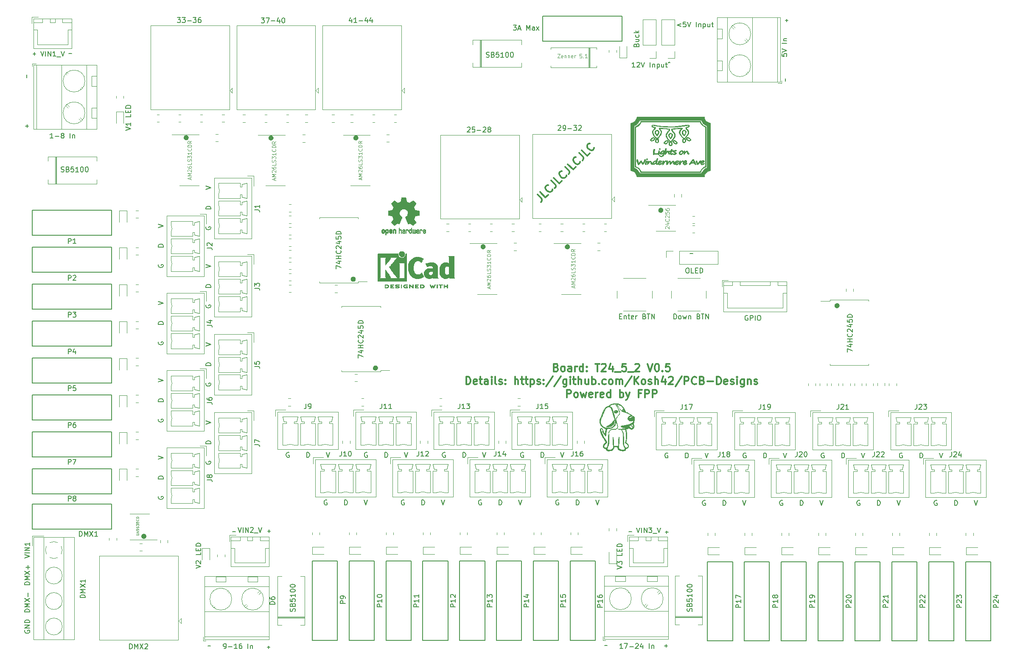
<source format=gbr>
%TF.GenerationSoftware,KiCad,Pcbnew,(5.1.9)-1*%
%TF.CreationDate,2021-02-13T21:43:23+00:00*%
%TF.ProjectId,T24_5_2-BBB,5432345f-355f-4322-9d42-42422e6b6963,rev?*%
%TF.SameCoordinates,Original*%
%TF.FileFunction,Legend,Top*%
%TF.FilePolarity,Positive*%
%FSLAX46Y46*%
G04 Gerber Fmt 4.6, Leading zero omitted, Abs format (unit mm)*
G04 Created by KiCad (PCBNEW (5.1.9)-1) date 2021-02-13 21:43:23*
%MOMM*%
%LPD*%
G01*
G04 APERTURE LIST*
%ADD10C,0.150000*%
%ADD11C,0.187500*%
%ADD12C,1.000000*%
%ADD13C,0.304800*%
%ADD14C,0.120000*%
%ADD15C,0.010000*%
%ADD16C,0.152400*%
%ADD17C,0.100000*%
%ADD18C,0.075000*%
G04 APERTURE END LIST*
D10*
X179433333Y-38412380D02*
X178861904Y-38412380D01*
X179147619Y-38412380D02*
X179147619Y-37412380D01*
X179052380Y-37555238D01*
X178957142Y-37650476D01*
X178861904Y-37698095D01*
X179814285Y-37507619D02*
X179861904Y-37460000D01*
X179957142Y-37412380D01*
X180195238Y-37412380D01*
X180290476Y-37460000D01*
X180338095Y-37507619D01*
X180385714Y-37602857D01*
X180385714Y-37698095D01*
X180338095Y-37840952D01*
X179766666Y-38412380D01*
X180385714Y-38412380D01*
X180671428Y-37412380D02*
X181004761Y-38412380D01*
X181338095Y-37412380D01*
X182433333Y-38412380D02*
X182433333Y-37412380D01*
X182909523Y-37745714D02*
X182909523Y-38412380D01*
X182909523Y-37840952D02*
X182957142Y-37793333D01*
X183052380Y-37745714D01*
X183195238Y-37745714D01*
X183290476Y-37793333D01*
X183338095Y-37888571D01*
X183338095Y-38412380D01*
X183814285Y-37745714D02*
X183814285Y-38745714D01*
X183814285Y-37793333D02*
X183909523Y-37745714D01*
X184100000Y-37745714D01*
X184195238Y-37793333D01*
X184242857Y-37840952D01*
X184290476Y-37936190D01*
X184290476Y-38221904D01*
X184242857Y-38317142D01*
X184195238Y-38364761D01*
X184100000Y-38412380D01*
X183909523Y-38412380D01*
X183814285Y-38364761D01*
X185147619Y-37745714D02*
X185147619Y-38412380D01*
X184719047Y-37745714D02*
X184719047Y-38269523D01*
X184766666Y-38364761D01*
X184861904Y-38412380D01*
X185004761Y-38412380D01*
X185100000Y-38364761D01*
X185147619Y-38317142D01*
X185480952Y-37745714D02*
X185861904Y-37745714D01*
X185623809Y-37412380D02*
X185623809Y-38269523D01*
X185671428Y-38364761D01*
X185766666Y-38412380D01*
X185861904Y-38412380D01*
X186052380Y-37507619D02*
X186242857Y-37364761D01*
X186433333Y-37507619D01*
X188584285Y-29695714D02*
X187822380Y-29981428D01*
X188584285Y-30267142D01*
X189536666Y-29362380D02*
X189060476Y-29362380D01*
X189012857Y-29838571D01*
X189060476Y-29790952D01*
X189155714Y-29743333D01*
X189393809Y-29743333D01*
X189489047Y-29790952D01*
X189536666Y-29838571D01*
X189584285Y-29933809D01*
X189584285Y-30171904D01*
X189536666Y-30267142D01*
X189489047Y-30314761D01*
X189393809Y-30362380D01*
X189155714Y-30362380D01*
X189060476Y-30314761D01*
X189012857Y-30267142D01*
X189870000Y-29362380D02*
X190203333Y-30362380D01*
X190536666Y-29362380D01*
X191631904Y-30362380D02*
X191631904Y-29362380D01*
X192108095Y-29695714D02*
X192108095Y-30362380D01*
X192108095Y-29790952D02*
X192155714Y-29743333D01*
X192250952Y-29695714D01*
X192393809Y-29695714D01*
X192489047Y-29743333D01*
X192536666Y-29838571D01*
X192536666Y-30362380D01*
X193012857Y-29695714D02*
X193012857Y-30695714D01*
X193012857Y-29743333D02*
X193108095Y-29695714D01*
X193298571Y-29695714D01*
X193393809Y-29743333D01*
X193441428Y-29790952D01*
X193489047Y-29886190D01*
X193489047Y-30171904D01*
X193441428Y-30267142D01*
X193393809Y-30314761D01*
X193298571Y-30362380D01*
X193108095Y-30362380D01*
X193012857Y-30314761D01*
X194346190Y-29695714D02*
X194346190Y-30362380D01*
X193917619Y-29695714D02*
X193917619Y-30219523D01*
X193965238Y-30314761D01*
X194060476Y-30362380D01*
X194203333Y-30362380D01*
X194298571Y-30314761D01*
X194346190Y-30267142D01*
X194679523Y-29695714D02*
X195060476Y-29695714D01*
X194822380Y-29362380D02*
X194822380Y-30219523D01*
X194870000Y-30314761D01*
X194965238Y-30362380D01*
X195060476Y-30362380D01*
D11*
X209436428Y-40634285D02*
X209436428Y-41205714D01*
X209686428Y-28784285D02*
X209686428Y-29355714D01*
X209400714Y-29070000D02*
X209972142Y-29070000D01*
D12*
X184560000Y-66920000D02*
G75*
G03*
X184560000Y-66920000I-10000J0D01*
G01*
D11*
X59845714Y-35736428D02*
X59274285Y-35736428D01*
X59560000Y-35450714D02*
X59560000Y-36022142D01*
X58375714Y-50126428D02*
X57804285Y-50126428D01*
X58090000Y-49840714D02*
X58090000Y-50412142D01*
X106675714Y-130886428D02*
X106104285Y-130886428D01*
X106390000Y-130600714D02*
X106390000Y-131172142D01*
X106575714Y-154026428D02*
X106004285Y-154026428D01*
X106290000Y-153740714D02*
X106290000Y-154312142D01*
X186025714Y-131076428D02*
X185454285Y-131076428D01*
X185740000Y-130790714D02*
X185740000Y-131362142D01*
X185875714Y-153756428D02*
X185304285Y-153756428D01*
X185590000Y-153470714D02*
X185590000Y-154042142D01*
X178785714Y-131036428D02*
X178214285Y-131036428D01*
X99715714Y-131036428D02*
X99144285Y-131036428D01*
X58026428Y-39884285D02*
X58026428Y-40455714D01*
X173885714Y-153656428D02*
X173314285Y-153656428D01*
X94725714Y-153776428D02*
X94154285Y-153776428D01*
X66995714Y-35646428D02*
X66424285Y-35646428D01*
X190925714Y-75536428D02*
X190354285Y-75536428D01*
D10*
X57642380Y-136241429D02*
X58642380Y-135908096D01*
X57642380Y-135574762D01*
X58642380Y-135241429D02*
X57642380Y-135241429D01*
X58642380Y-134765239D02*
X57642380Y-134765239D01*
X58642380Y-134193810D01*
X57642380Y-134193810D01*
X58642380Y-133193810D02*
X58642380Y-133765239D01*
X58642380Y-133479524D02*
X57642380Y-133479524D01*
X57785238Y-133574762D01*
X57880476Y-133670001D01*
X57928095Y-133765239D01*
X58642380Y-141559524D02*
X57642380Y-141559524D01*
X57642380Y-141321429D01*
X57690000Y-141178572D01*
X57785238Y-141083333D01*
X57880476Y-141035714D01*
X58070952Y-140988095D01*
X58213809Y-140988095D01*
X58404285Y-141035714D01*
X58499523Y-141083333D01*
X58594761Y-141178572D01*
X58642380Y-141321429D01*
X58642380Y-141559524D01*
X58642380Y-140559524D02*
X57642380Y-140559524D01*
X58356666Y-140226191D01*
X57642380Y-139892857D01*
X58642380Y-139892857D01*
X57642380Y-139511905D02*
X58642380Y-138845238D01*
X57642380Y-138845238D02*
X58642380Y-139511905D01*
X58261428Y-138464286D02*
X58261428Y-137702381D01*
X58642380Y-138083333D02*
X57880476Y-138083333D01*
X58642380Y-147020476D02*
X57642380Y-147020476D01*
X57642380Y-146782381D01*
X57690000Y-146639524D01*
X57785238Y-146544285D01*
X57880476Y-146496666D01*
X58070952Y-146449047D01*
X58213809Y-146449047D01*
X58404285Y-146496666D01*
X58499523Y-146544285D01*
X58594761Y-146639524D01*
X58642380Y-146782381D01*
X58642380Y-147020476D01*
X58642380Y-146020476D02*
X57642380Y-146020476D01*
X58356666Y-145687143D01*
X57642380Y-145353809D01*
X58642380Y-145353809D01*
X57642380Y-144972857D02*
X58642380Y-144306190D01*
X57642380Y-144306190D02*
X58642380Y-144972857D01*
X58261428Y-143925238D02*
X58261428Y-143163333D01*
X57690000Y-150671905D02*
X57642380Y-150767143D01*
X57642380Y-150910001D01*
X57690000Y-151052858D01*
X57785238Y-151148096D01*
X57880476Y-151195715D01*
X58070952Y-151243334D01*
X58213809Y-151243334D01*
X58404285Y-151195715D01*
X58499523Y-151148096D01*
X58594761Y-151052858D01*
X58642380Y-150910001D01*
X58642380Y-150814762D01*
X58594761Y-150671905D01*
X58547142Y-150624286D01*
X58213809Y-150624286D01*
X58213809Y-150814762D01*
X58642380Y-150195715D02*
X57642380Y-150195715D01*
X58642380Y-149624286D01*
X57642380Y-149624286D01*
X58642380Y-149148096D02*
X57642380Y-149148096D01*
X57642380Y-148910001D01*
X57690000Y-148767143D01*
X57785238Y-148671905D01*
X57880476Y-148624286D01*
X58070952Y-148576667D01*
X58213809Y-148576667D01*
X58404285Y-148624286D01*
X58499523Y-148671905D01*
X58594761Y-148767143D01*
X58642380Y-148910001D01*
X58642380Y-149148096D01*
D13*
X163692857Y-98250342D02*
X163910571Y-98322914D01*
X163983142Y-98395485D01*
X164055714Y-98540628D01*
X164055714Y-98758342D01*
X163983142Y-98903485D01*
X163910571Y-98976057D01*
X163765428Y-99048628D01*
X163184857Y-99048628D01*
X163184857Y-97524628D01*
X163692857Y-97524628D01*
X163838000Y-97597200D01*
X163910571Y-97669771D01*
X163983142Y-97814914D01*
X163983142Y-97960057D01*
X163910571Y-98105200D01*
X163838000Y-98177771D01*
X163692857Y-98250342D01*
X163184857Y-98250342D01*
X164926571Y-99048628D02*
X164781428Y-98976057D01*
X164708857Y-98903485D01*
X164636285Y-98758342D01*
X164636285Y-98322914D01*
X164708857Y-98177771D01*
X164781428Y-98105200D01*
X164926571Y-98032628D01*
X165144285Y-98032628D01*
X165289428Y-98105200D01*
X165362000Y-98177771D01*
X165434571Y-98322914D01*
X165434571Y-98758342D01*
X165362000Y-98903485D01*
X165289428Y-98976057D01*
X165144285Y-99048628D01*
X164926571Y-99048628D01*
X166740857Y-99048628D02*
X166740857Y-98250342D01*
X166668285Y-98105200D01*
X166523142Y-98032628D01*
X166232857Y-98032628D01*
X166087714Y-98105200D01*
X166740857Y-98976057D02*
X166595714Y-99048628D01*
X166232857Y-99048628D01*
X166087714Y-98976057D01*
X166015142Y-98830914D01*
X166015142Y-98685771D01*
X166087714Y-98540628D01*
X166232857Y-98468057D01*
X166595714Y-98468057D01*
X166740857Y-98395485D01*
X167466571Y-99048628D02*
X167466571Y-98032628D01*
X167466571Y-98322914D02*
X167539142Y-98177771D01*
X167611714Y-98105200D01*
X167756857Y-98032628D01*
X167902000Y-98032628D01*
X169063142Y-99048628D02*
X169063142Y-97524628D01*
X169063142Y-98976057D02*
X168918000Y-99048628D01*
X168627714Y-99048628D01*
X168482571Y-98976057D01*
X168410000Y-98903485D01*
X168337428Y-98758342D01*
X168337428Y-98322914D01*
X168410000Y-98177771D01*
X168482571Y-98105200D01*
X168627714Y-98032628D01*
X168918000Y-98032628D01*
X169063142Y-98105200D01*
X169788857Y-98903485D02*
X169861428Y-98976057D01*
X169788857Y-99048628D01*
X169716285Y-98976057D01*
X169788857Y-98903485D01*
X169788857Y-99048628D01*
X169788857Y-98105200D02*
X169861428Y-98177771D01*
X169788857Y-98250342D01*
X169716285Y-98177771D01*
X169788857Y-98105200D01*
X169788857Y-98250342D01*
X171458000Y-97524628D02*
X172328857Y-97524628D01*
X171893428Y-99048628D02*
X171893428Y-97524628D01*
X172764285Y-97669771D02*
X172836857Y-97597200D01*
X172982000Y-97524628D01*
X173344857Y-97524628D01*
X173490000Y-97597200D01*
X173562571Y-97669771D01*
X173635142Y-97814914D01*
X173635142Y-97960057D01*
X173562571Y-98177771D01*
X172691714Y-99048628D01*
X173635142Y-99048628D01*
X174941428Y-98032628D02*
X174941428Y-99048628D01*
X174578571Y-97452057D02*
X174215714Y-98540628D01*
X175159142Y-98540628D01*
X175376857Y-99193771D02*
X176538000Y-99193771D01*
X177626571Y-97524628D02*
X176900857Y-97524628D01*
X176828285Y-98250342D01*
X176900857Y-98177771D01*
X177046000Y-98105200D01*
X177408857Y-98105200D01*
X177554000Y-98177771D01*
X177626571Y-98250342D01*
X177699142Y-98395485D01*
X177699142Y-98758342D01*
X177626571Y-98903485D01*
X177554000Y-98976057D01*
X177408857Y-99048628D01*
X177046000Y-99048628D01*
X176900857Y-98976057D01*
X176828285Y-98903485D01*
X177989428Y-99193771D02*
X179150571Y-99193771D01*
X179440857Y-97669771D02*
X179513428Y-97597200D01*
X179658571Y-97524628D01*
X180021428Y-97524628D01*
X180166571Y-97597200D01*
X180239142Y-97669771D01*
X180311714Y-97814914D01*
X180311714Y-97960057D01*
X180239142Y-98177771D01*
X179368285Y-99048628D01*
X180311714Y-99048628D01*
X181908285Y-97524628D02*
X182416285Y-99048628D01*
X182924285Y-97524628D01*
X183722571Y-97524628D02*
X183867714Y-97524628D01*
X184012857Y-97597200D01*
X184085428Y-97669771D01*
X184158000Y-97814914D01*
X184230571Y-98105200D01*
X184230571Y-98468057D01*
X184158000Y-98758342D01*
X184085428Y-98903485D01*
X184012857Y-98976057D01*
X183867714Y-99048628D01*
X183722571Y-99048628D01*
X183577428Y-98976057D01*
X183504857Y-98903485D01*
X183432285Y-98758342D01*
X183359714Y-98468057D01*
X183359714Y-98105200D01*
X183432285Y-97814914D01*
X183504857Y-97669771D01*
X183577428Y-97597200D01*
X183722571Y-97524628D01*
X184883714Y-98903485D02*
X184956285Y-98976057D01*
X184883714Y-99048628D01*
X184811142Y-98976057D01*
X184883714Y-98903485D01*
X184883714Y-99048628D01*
X186335142Y-97524628D02*
X185609428Y-97524628D01*
X185536857Y-98250342D01*
X185609428Y-98177771D01*
X185754571Y-98105200D01*
X186117428Y-98105200D01*
X186262571Y-98177771D01*
X186335142Y-98250342D01*
X186407714Y-98395485D01*
X186407714Y-98758342D01*
X186335142Y-98903485D01*
X186262571Y-98976057D01*
X186117428Y-99048628D01*
X185754571Y-99048628D01*
X185609428Y-98976057D01*
X185536857Y-98903485D01*
X145731428Y-101639428D02*
X145731428Y-100115428D01*
X146094285Y-100115428D01*
X146312000Y-100188000D01*
X146457142Y-100333142D01*
X146529714Y-100478285D01*
X146602285Y-100768571D01*
X146602285Y-100986285D01*
X146529714Y-101276571D01*
X146457142Y-101421714D01*
X146312000Y-101566857D01*
X146094285Y-101639428D01*
X145731428Y-101639428D01*
X147836000Y-101566857D02*
X147690857Y-101639428D01*
X147400571Y-101639428D01*
X147255428Y-101566857D01*
X147182857Y-101421714D01*
X147182857Y-100841142D01*
X147255428Y-100696000D01*
X147400571Y-100623428D01*
X147690857Y-100623428D01*
X147836000Y-100696000D01*
X147908571Y-100841142D01*
X147908571Y-100986285D01*
X147182857Y-101131428D01*
X148344000Y-100623428D02*
X148924571Y-100623428D01*
X148561714Y-100115428D02*
X148561714Y-101421714D01*
X148634285Y-101566857D01*
X148779428Y-101639428D01*
X148924571Y-101639428D01*
X150085714Y-101639428D02*
X150085714Y-100841142D01*
X150013142Y-100696000D01*
X149868000Y-100623428D01*
X149577714Y-100623428D01*
X149432571Y-100696000D01*
X150085714Y-101566857D02*
X149940571Y-101639428D01*
X149577714Y-101639428D01*
X149432571Y-101566857D01*
X149360000Y-101421714D01*
X149360000Y-101276571D01*
X149432571Y-101131428D01*
X149577714Y-101058857D01*
X149940571Y-101058857D01*
X150085714Y-100986285D01*
X150811428Y-101639428D02*
X150811428Y-100623428D01*
X150811428Y-100115428D02*
X150738857Y-100188000D01*
X150811428Y-100260571D01*
X150884000Y-100188000D01*
X150811428Y-100115428D01*
X150811428Y-100260571D01*
X151754857Y-101639428D02*
X151609714Y-101566857D01*
X151537142Y-101421714D01*
X151537142Y-100115428D01*
X152262857Y-101566857D02*
X152408000Y-101639428D01*
X152698285Y-101639428D01*
X152843428Y-101566857D01*
X152916000Y-101421714D01*
X152916000Y-101349142D01*
X152843428Y-101204000D01*
X152698285Y-101131428D01*
X152480571Y-101131428D01*
X152335428Y-101058857D01*
X152262857Y-100913714D01*
X152262857Y-100841142D01*
X152335428Y-100696000D01*
X152480571Y-100623428D01*
X152698285Y-100623428D01*
X152843428Y-100696000D01*
X153569142Y-101494285D02*
X153641714Y-101566857D01*
X153569142Y-101639428D01*
X153496571Y-101566857D01*
X153569142Y-101494285D01*
X153569142Y-101639428D01*
X153569142Y-100696000D02*
X153641714Y-100768571D01*
X153569142Y-100841142D01*
X153496571Y-100768571D01*
X153569142Y-100696000D01*
X153569142Y-100841142D01*
X155456000Y-101639428D02*
X155456000Y-100115428D01*
X156109142Y-101639428D02*
X156109142Y-100841142D01*
X156036571Y-100696000D01*
X155891428Y-100623428D01*
X155673714Y-100623428D01*
X155528571Y-100696000D01*
X155456000Y-100768571D01*
X156617142Y-100623428D02*
X157197714Y-100623428D01*
X156834857Y-100115428D02*
X156834857Y-101421714D01*
X156907428Y-101566857D01*
X157052571Y-101639428D01*
X157197714Y-101639428D01*
X157488000Y-100623428D02*
X158068571Y-100623428D01*
X157705714Y-100115428D02*
X157705714Y-101421714D01*
X157778285Y-101566857D01*
X157923428Y-101639428D01*
X158068571Y-101639428D01*
X158576571Y-100623428D02*
X158576571Y-102147428D01*
X158576571Y-100696000D02*
X158721714Y-100623428D01*
X159012000Y-100623428D01*
X159157142Y-100696000D01*
X159229714Y-100768571D01*
X159302285Y-100913714D01*
X159302285Y-101349142D01*
X159229714Y-101494285D01*
X159157142Y-101566857D01*
X159012000Y-101639428D01*
X158721714Y-101639428D01*
X158576571Y-101566857D01*
X159882857Y-101566857D02*
X160028000Y-101639428D01*
X160318285Y-101639428D01*
X160463428Y-101566857D01*
X160536000Y-101421714D01*
X160536000Y-101349142D01*
X160463428Y-101204000D01*
X160318285Y-101131428D01*
X160100571Y-101131428D01*
X159955428Y-101058857D01*
X159882857Y-100913714D01*
X159882857Y-100841142D01*
X159955428Y-100696000D01*
X160100571Y-100623428D01*
X160318285Y-100623428D01*
X160463428Y-100696000D01*
X161189142Y-101494285D02*
X161261714Y-101566857D01*
X161189142Y-101639428D01*
X161116571Y-101566857D01*
X161189142Y-101494285D01*
X161189142Y-101639428D01*
X161189142Y-100696000D02*
X161261714Y-100768571D01*
X161189142Y-100841142D01*
X161116571Y-100768571D01*
X161189142Y-100696000D01*
X161189142Y-100841142D01*
X163003428Y-100042857D02*
X161697142Y-102002285D01*
X164600000Y-100042857D02*
X163293714Y-102002285D01*
X165761142Y-100623428D02*
X165761142Y-101857142D01*
X165688571Y-102002285D01*
X165616000Y-102074857D01*
X165470857Y-102147428D01*
X165253142Y-102147428D01*
X165108000Y-102074857D01*
X165761142Y-101566857D02*
X165616000Y-101639428D01*
X165325714Y-101639428D01*
X165180571Y-101566857D01*
X165108000Y-101494285D01*
X165035428Y-101349142D01*
X165035428Y-100913714D01*
X165108000Y-100768571D01*
X165180571Y-100696000D01*
X165325714Y-100623428D01*
X165616000Y-100623428D01*
X165761142Y-100696000D01*
X166486857Y-101639428D02*
X166486857Y-100623428D01*
X166486857Y-100115428D02*
X166414285Y-100188000D01*
X166486857Y-100260571D01*
X166559428Y-100188000D01*
X166486857Y-100115428D01*
X166486857Y-100260571D01*
X166994857Y-100623428D02*
X167575428Y-100623428D01*
X167212571Y-100115428D02*
X167212571Y-101421714D01*
X167285142Y-101566857D01*
X167430285Y-101639428D01*
X167575428Y-101639428D01*
X168083428Y-101639428D02*
X168083428Y-100115428D01*
X168736571Y-101639428D02*
X168736571Y-100841142D01*
X168664000Y-100696000D01*
X168518857Y-100623428D01*
X168301142Y-100623428D01*
X168156000Y-100696000D01*
X168083428Y-100768571D01*
X170115428Y-100623428D02*
X170115428Y-101639428D01*
X169462285Y-100623428D02*
X169462285Y-101421714D01*
X169534857Y-101566857D01*
X169680000Y-101639428D01*
X169897714Y-101639428D01*
X170042857Y-101566857D01*
X170115428Y-101494285D01*
X170841142Y-101639428D02*
X170841142Y-100115428D01*
X170841142Y-100696000D02*
X170986285Y-100623428D01*
X171276571Y-100623428D01*
X171421714Y-100696000D01*
X171494285Y-100768571D01*
X171566857Y-100913714D01*
X171566857Y-101349142D01*
X171494285Y-101494285D01*
X171421714Y-101566857D01*
X171276571Y-101639428D01*
X170986285Y-101639428D01*
X170841142Y-101566857D01*
X172220000Y-101494285D02*
X172292571Y-101566857D01*
X172220000Y-101639428D01*
X172147428Y-101566857D01*
X172220000Y-101494285D01*
X172220000Y-101639428D01*
X173598857Y-101566857D02*
X173453714Y-101639428D01*
X173163428Y-101639428D01*
X173018285Y-101566857D01*
X172945714Y-101494285D01*
X172873142Y-101349142D01*
X172873142Y-100913714D01*
X172945714Y-100768571D01*
X173018285Y-100696000D01*
X173163428Y-100623428D01*
X173453714Y-100623428D01*
X173598857Y-100696000D01*
X174469714Y-101639428D02*
X174324571Y-101566857D01*
X174252000Y-101494285D01*
X174179428Y-101349142D01*
X174179428Y-100913714D01*
X174252000Y-100768571D01*
X174324571Y-100696000D01*
X174469714Y-100623428D01*
X174687428Y-100623428D01*
X174832571Y-100696000D01*
X174905142Y-100768571D01*
X174977714Y-100913714D01*
X174977714Y-101349142D01*
X174905142Y-101494285D01*
X174832571Y-101566857D01*
X174687428Y-101639428D01*
X174469714Y-101639428D01*
X175630857Y-101639428D02*
X175630857Y-100623428D01*
X175630857Y-100768571D02*
X175703428Y-100696000D01*
X175848571Y-100623428D01*
X176066285Y-100623428D01*
X176211428Y-100696000D01*
X176284000Y-100841142D01*
X176284000Y-101639428D01*
X176284000Y-100841142D02*
X176356571Y-100696000D01*
X176501714Y-100623428D01*
X176719428Y-100623428D01*
X176864571Y-100696000D01*
X176937142Y-100841142D01*
X176937142Y-101639428D01*
X178751428Y-100042857D02*
X177445142Y-102002285D01*
X179259428Y-101639428D02*
X179259428Y-100115428D01*
X180130285Y-101639428D02*
X179477142Y-100768571D01*
X180130285Y-100115428D02*
X179259428Y-100986285D01*
X181001142Y-101639428D02*
X180856000Y-101566857D01*
X180783428Y-101494285D01*
X180710857Y-101349142D01*
X180710857Y-100913714D01*
X180783428Y-100768571D01*
X180856000Y-100696000D01*
X181001142Y-100623428D01*
X181218857Y-100623428D01*
X181364000Y-100696000D01*
X181436571Y-100768571D01*
X181509142Y-100913714D01*
X181509142Y-101349142D01*
X181436571Y-101494285D01*
X181364000Y-101566857D01*
X181218857Y-101639428D01*
X181001142Y-101639428D01*
X182089714Y-101566857D02*
X182234857Y-101639428D01*
X182525142Y-101639428D01*
X182670285Y-101566857D01*
X182742857Y-101421714D01*
X182742857Y-101349142D01*
X182670285Y-101204000D01*
X182525142Y-101131428D01*
X182307428Y-101131428D01*
X182162285Y-101058857D01*
X182089714Y-100913714D01*
X182089714Y-100841142D01*
X182162285Y-100696000D01*
X182307428Y-100623428D01*
X182525142Y-100623428D01*
X182670285Y-100696000D01*
X183396000Y-101639428D02*
X183396000Y-100115428D01*
X184049142Y-101639428D02*
X184049142Y-100841142D01*
X183976571Y-100696000D01*
X183831428Y-100623428D01*
X183613714Y-100623428D01*
X183468571Y-100696000D01*
X183396000Y-100768571D01*
X185428000Y-100623428D02*
X185428000Y-101639428D01*
X185065142Y-100042857D02*
X184702285Y-101131428D01*
X185645714Y-101131428D01*
X186153714Y-100260571D02*
X186226285Y-100188000D01*
X186371428Y-100115428D01*
X186734285Y-100115428D01*
X186879428Y-100188000D01*
X186952000Y-100260571D01*
X187024571Y-100405714D01*
X187024571Y-100550857D01*
X186952000Y-100768571D01*
X186081142Y-101639428D01*
X187024571Y-101639428D01*
X188766285Y-100042857D02*
X187460000Y-102002285D01*
X189274285Y-101639428D02*
X189274285Y-100115428D01*
X189854857Y-100115428D01*
X190000000Y-100188000D01*
X190072571Y-100260571D01*
X190145142Y-100405714D01*
X190145142Y-100623428D01*
X190072571Y-100768571D01*
X190000000Y-100841142D01*
X189854857Y-100913714D01*
X189274285Y-100913714D01*
X191669142Y-101494285D02*
X191596571Y-101566857D01*
X191378857Y-101639428D01*
X191233714Y-101639428D01*
X191016000Y-101566857D01*
X190870857Y-101421714D01*
X190798285Y-101276571D01*
X190725714Y-100986285D01*
X190725714Y-100768571D01*
X190798285Y-100478285D01*
X190870857Y-100333142D01*
X191016000Y-100188000D01*
X191233714Y-100115428D01*
X191378857Y-100115428D01*
X191596571Y-100188000D01*
X191669142Y-100260571D01*
X192830285Y-100841142D02*
X193048000Y-100913714D01*
X193120571Y-100986285D01*
X193193142Y-101131428D01*
X193193142Y-101349142D01*
X193120571Y-101494285D01*
X193048000Y-101566857D01*
X192902857Y-101639428D01*
X192322285Y-101639428D01*
X192322285Y-100115428D01*
X192830285Y-100115428D01*
X192975428Y-100188000D01*
X193048000Y-100260571D01*
X193120571Y-100405714D01*
X193120571Y-100550857D01*
X193048000Y-100696000D01*
X192975428Y-100768571D01*
X192830285Y-100841142D01*
X192322285Y-100841142D01*
X193846285Y-101058857D02*
X195007428Y-101058857D01*
X195733142Y-101639428D02*
X195733142Y-100115428D01*
X196096000Y-100115428D01*
X196313714Y-100188000D01*
X196458857Y-100333142D01*
X196531428Y-100478285D01*
X196604000Y-100768571D01*
X196604000Y-100986285D01*
X196531428Y-101276571D01*
X196458857Y-101421714D01*
X196313714Y-101566857D01*
X196096000Y-101639428D01*
X195733142Y-101639428D01*
X197837714Y-101566857D02*
X197692571Y-101639428D01*
X197402285Y-101639428D01*
X197257142Y-101566857D01*
X197184571Y-101421714D01*
X197184571Y-100841142D01*
X197257142Y-100696000D01*
X197402285Y-100623428D01*
X197692571Y-100623428D01*
X197837714Y-100696000D01*
X197910285Y-100841142D01*
X197910285Y-100986285D01*
X197184571Y-101131428D01*
X198490857Y-101566857D02*
X198636000Y-101639428D01*
X198926285Y-101639428D01*
X199071428Y-101566857D01*
X199144000Y-101421714D01*
X199144000Y-101349142D01*
X199071428Y-101204000D01*
X198926285Y-101131428D01*
X198708571Y-101131428D01*
X198563428Y-101058857D01*
X198490857Y-100913714D01*
X198490857Y-100841142D01*
X198563428Y-100696000D01*
X198708571Y-100623428D01*
X198926285Y-100623428D01*
X199071428Y-100696000D01*
X199797142Y-101639428D02*
X199797142Y-100623428D01*
X199797142Y-100115428D02*
X199724571Y-100188000D01*
X199797142Y-100260571D01*
X199869714Y-100188000D01*
X199797142Y-100115428D01*
X199797142Y-100260571D01*
X201176000Y-100623428D02*
X201176000Y-101857142D01*
X201103428Y-102002285D01*
X201030857Y-102074857D01*
X200885714Y-102147428D01*
X200668000Y-102147428D01*
X200522857Y-102074857D01*
X201176000Y-101566857D02*
X201030857Y-101639428D01*
X200740571Y-101639428D01*
X200595428Y-101566857D01*
X200522857Y-101494285D01*
X200450285Y-101349142D01*
X200450285Y-100913714D01*
X200522857Y-100768571D01*
X200595428Y-100696000D01*
X200740571Y-100623428D01*
X201030857Y-100623428D01*
X201176000Y-100696000D01*
X201901714Y-100623428D02*
X201901714Y-101639428D01*
X201901714Y-100768571D02*
X201974285Y-100696000D01*
X202119428Y-100623428D01*
X202337142Y-100623428D01*
X202482285Y-100696000D01*
X202554857Y-100841142D01*
X202554857Y-101639428D01*
X203208000Y-101566857D02*
X203353142Y-101639428D01*
X203643428Y-101639428D01*
X203788571Y-101566857D01*
X203861142Y-101421714D01*
X203861142Y-101349142D01*
X203788571Y-101204000D01*
X203643428Y-101131428D01*
X203425714Y-101131428D01*
X203280571Y-101058857D01*
X203208000Y-100913714D01*
X203208000Y-100841142D01*
X203280571Y-100696000D01*
X203425714Y-100623428D01*
X203643428Y-100623428D01*
X203788571Y-100696000D01*
X165797428Y-104230228D02*
X165797428Y-102706228D01*
X166378000Y-102706228D01*
X166523142Y-102778800D01*
X166595714Y-102851371D01*
X166668285Y-102996514D01*
X166668285Y-103214228D01*
X166595714Y-103359371D01*
X166523142Y-103431942D01*
X166378000Y-103504514D01*
X165797428Y-103504514D01*
X167539142Y-104230228D02*
X167394000Y-104157657D01*
X167321428Y-104085085D01*
X167248857Y-103939942D01*
X167248857Y-103504514D01*
X167321428Y-103359371D01*
X167394000Y-103286800D01*
X167539142Y-103214228D01*
X167756857Y-103214228D01*
X167902000Y-103286800D01*
X167974571Y-103359371D01*
X168047142Y-103504514D01*
X168047142Y-103939942D01*
X167974571Y-104085085D01*
X167902000Y-104157657D01*
X167756857Y-104230228D01*
X167539142Y-104230228D01*
X168555142Y-103214228D02*
X168845428Y-104230228D01*
X169135714Y-103504514D01*
X169426000Y-104230228D01*
X169716285Y-103214228D01*
X170877428Y-104157657D02*
X170732285Y-104230228D01*
X170442000Y-104230228D01*
X170296857Y-104157657D01*
X170224285Y-104012514D01*
X170224285Y-103431942D01*
X170296857Y-103286800D01*
X170442000Y-103214228D01*
X170732285Y-103214228D01*
X170877428Y-103286800D01*
X170950000Y-103431942D01*
X170950000Y-103577085D01*
X170224285Y-103722228D01*
X171603142Y-104230228D02*
X171603142Y-103214228D01*
X171603142Y-103504514D02*
X171675714Y-103359371D01*
X171748285Y-103286800D01*
X171893428Y-103214228D01*
X172038571Y-103214228D01*
X173127142Y-104157657D02*
X172982000Y-104230228D01*
X172691714Y-104230228D01*
X172546571Y-104157657D01*
X172474000Y-104012514D01*
X172474000Y-103431942D01*
X172546571Y-103286800D01*
X172691714Y-103214228D01*
X172982000Y-103214228D01*
X173127142Y-103286800D01*
X173199714Y-103431942D01*
X173199714Y-103577085D01*
X172474000Y-103722228D01*
X174506000Y-104230228D02*
X174506000Y-102706228D01*
X174506000Y-104157657D02*
X174360857Y-104230228D01*
X174070571Y-104230228D01*
X173925428Y-104157657D01*
X173852857Y-104085085D01*
X173780285Y-103939942D01*
X173780285Y-103504514D01*
X173852857Y-103359371D01*
X173925428Y-103286800D01*
X174070571Y-103214228D01*
X174360857Y-103214228D01*
X174506000Y-103286800D01*
X176392857Y-104230228D02*
X176392857Y-102706228D01*
X176392857Y-103286800D02*
X176538000Y-103214228D01*
X176828285Y-103214228D01*
X176973428Y-103286800D01*
X177046000Y-103359371D01*
X177118571Y-103504514D01*
X177118571Y-103939942D01*
X177046000Y-104085085D01*
X176973428Y-104157657D01*
X176828285Y-104230228D01*
X176538000Y-104230228D01*
X176392857Y-104157657D01*
X177626571Y-103214228D02*
X177989428Y-104230228D01*
X178352285Y-103214228D02*
X177989428Y-104230228D01*
X177844285Y-104593085D01*
X177771714Y-104665657D01*
X177626571Y-104738228D01*
X180602000Y-103431942D02*
X180094000Y-103431942D01*
X180094000Y-104230228D02*
X180094000Y-102706228D01*
X180819714Y-102706228D01*
X181400285Y-104230228D02*
X181400285Y-102706228D01*
X181980857Y-102706228D01*
X182126000Y-102778800D01*
X182198571Y-102851371D01*
X182271142Y-102996514D01*
X182271142Y-103214228D01*
X182198571Y-103359371D01*
X182126000Y-103431942D01*
X181980857Y-103504514D01*
X181400285Y-103504514D01*
X182924285Y-104230228D02*
X182924285Y-102706228D01*
X183504857Y-102706228D01*
X183650000Y-102778800D01*
X183722571Y-102851371D01*
X183795142Y-102996514D01*
X183795142Y-103214228D01*
X183722571Y-103359371D01*
X183650000Y-103431942D01*
X183504857Y-103504514D01*
X182924285Y-103504514D01*
X159952241Y-63787496D02*
X160721977Y-64557232D01*
X160824608Y-64762495D01*
X160824608Y-64967758D01*
X160721977Y-65173021D01*
X160619345Y-65275653D01*
X162056186Y-63838812D02*
X161543029Y-64351969D01*
X160465398Y-63274339D01*
X162928554Y-62761181D02*
X162928554Y-62863813D01*
X162825923Y-63069076D01*
X162723291Y-63171707D01*
X162518028Y-63274339D01*
X162312765Y-63274339D01*
X162158818Y-63223023D01*
X161902239Y-63069076D01*
X161748292Y-62915128D01*
X161594345Y-62658550D01*
X161543029Y-62504602D01*
X161543029Y-62299339D01*
X161645660Y-62094076D01*
X161748292Y-61991445D01*
X161953555Y-61888813D01*
X162056186Y-61888813D01*
X162723291Y-61016446D02*
X163493027Y-61786182D01*
X163595659Y-61991445D01*
X163595659Y-62196708D01*
X163493027Y-62401971D01*
X163390396Y-62504602D01*
X164827237Y-61067761D02*
X164314079Y-61580919D01*
X163236449Y-60503288D01*
X165699605Y-59990131D02*
X165699605Y-60092762D01*
X165596973Y-60298025D01*
X165494342Y-60400657D01*
X165289079Y-60503288D01*
X165083816Y-60503288D01*
X164929868Y-60451972D01*
X164673290Y-60298025D01*
X164519342Y-60144078D01*
X164365395Y-59887499D01*
X164314079Y-59733552D01*
X164314079Y-59528289D01*
X164416711Y-59323026D01*
X164519342Y-59220394D01*
X164724605Y-59117763D01*
X164827237Y-59117763D01*
X165494342Y-58245395D02*
X166264078Y-59015131D01*
X166366709Y-59220394D01*
X166366709Y-59425657D01*
X166264078Y-59630920D01*
X166161446Y-59733552D01*
X167598287Y-58296711D02*
X167085130Y-58809868D01*
X166007499Y-57732238D01*
X168470655Y-57219080D02*
X168470655Y-57321712D01*
X168368024Y-57526975D01*
X168265392Y-57629606D01*
X168060129Y-57732238D01*
X167854866Y-57732238D01*
X167700919Y-57680922D01*
X167444340Y-57526975D01*
X167290393Y-57373027D01*
X167136446Y-57116449D01*
X167085130Y-56962501D01*
X167085130Y-56757238D01*
X167187761Y-56551975D01*
X167290393Y-56449344D01*
X167495656Y-56346712D01*
X167598287Y-56346712D01*
X168265392Y-55474345D02*
X169035128Y-56244081D01*
X169137760Y-56449344D01*
X169137760Y-56654607D01*
X169035128Y-56859870D01*
X168932497Y-56962501D01*
X170369338Y-55525660D02*
X169856180Y-56038818D01*
X168778550Y-54961187D01*
X171241706Y-54448030D02*
X171241706Y-54550661D01*
X171139074Y-54755924D01*
X171036443Y-54858556D01*
X170831180Y-54961187D01*
X170625917Y-54961187D01*
X170471969Y-54909871D01*
X170215391Y-54755924D01*
X170061443Y-54601977D01*
X169907496Y-54345398D01*
X169856180Y-54191451D01*
X169856180Y-53986188D01*
X169958812Y-53780925D01*
X170061443Y-53678293D01*
X170266706Y-53575662D01*
X170369338Y-53575662D01*
D12*
X81410000Y-131930000D02*
G75*
G03*
X81410000Y-131930000I-10000J0D01*
G01*
X89860000Y-52450000D02*
G75*
G03*
X89860000Y-52450000I-10000J0D01*
G01*
X106780000Y-52510000D02*
G75*
G03*
X106780000Y-52510000I-10000J0D01*
G01*
X123720000Y-52490000D02*
G75*
G03*
X123720000Y-52490000I-10000J0D01*
G01*
X123190000Y-80660000D02*
G75*
G03*
X123190000Y-80660000I-10000J0D01*
G01*
X127630000Y-98380000D02*
G75*
G03*
X127630000Y-98380000I-10000J0D01*
G01*
X149110000Y-74190000D02*
G75*
G03*
X149110000Y-74190000I-10000J0D01*
G01*
X165920000Y-74200000D02*
G75*
G03*
X165920000Y-74200000I-10000J0D01*
G01*
X219740000Y-85950000D02*
G75*
G03*
X219740000Y-85950000I-10000J0D01*
G01*
D14*
%TO.C,Buck*%
X183630000Y-28870000D02*
X180970000Y-28870000D01*
X183630000Y-34010000D02*
X183630000Y-28870000D01*
X180970000Y-34010000D02*
X180970000Y-28870000D01*
X183630000Y-34010000D02*
X180970000Y-34010000D01*
X183630000Y-35280000D02*
X183630000Y-36610000D01*
X183630000Y-36610000D02*
X182300000Y-36610000D01*
%TO.C,J30*%
X187330000Y-28870000D02*
X184670000Y-28870000D01*
X187330000Y-34010000D02*
X187330000Y-28870000D01*
X184670000Y-34010000D02*
X184670000Y-28870000D01*
X187330000Y-34010000D02*
X184670000Y-34010000D01*
X187330000Y-35280000D02*
X187330000Y-36610000D01*
X187330000Y-36610000D02*
X186000000Y-36610000D01*
%TO.C,C2*%
X188675000Y-64251252D02*
X188675000Y-63728748D01*
X187205000Y-64251252D02*
X187205000Y-63728748D01*
%TO.C,C17*%
X222995000Y-83111252D02*
X222995000Y-82588748D01*
X221525000Y-83111252D02*
X221525000Y-82588748D01*
%TO.C,C9*%
X124031252Y-99595000D02*
X123508748Y-99595000D01*
X124031252Y-101065000D02*
X123508748Y-101065000D01*
%TO.C,C8*%
X86145000Y-133221252D02*
X86145000Y-132698748D01*
X84675000Y-133221252D02*
X84675000Y-132698748D01*
%TO.C,C7*%
X172461252Y-73465000D02*
X171938748Y-73465000D01*
X172461252Y-74935000D02*
X171938748Y-74935000D01*
%TO.C,C6*%
X155741252Y-73455000D02*
X155218748Y-73455000D01*
X155741252Y-74925000D02*
X155218748Y-74925000D01*
%TO.C,C5*%
X130351252Y-51815000D02*
X129828748Y-51815000D01*
X130351252Y-53285000D02*
X129828748Y-53285000D01*
%TO.C,C4*%
X113571252Y-51855000D02*
X113048748Y-51855000D01*
X113571252Y-53325000D02*
X113048748Y-53325000D01*
%TO.C,C3*%
X96221252Y-51755000D02*
X95698748Y-51755000D01*
X96221252Y-53225000D02*
X95698748Y-53225000D01*
%TO.C,C1*%
X120021252Y-81845000D02*
X119498748Y-81845000D01*
X120021252Y-83315000D02*
X119498748Y-83315000D01*
%TO.C,D33*%
X148479000Y-32974000D02*
X148479000Y-38414000D01*
X148719000Y-32974000D02*
X148719000Y-38414000D01*
X148599000Y-32974000D02*
X148599000Y-38414000D01*
X156794000Y-38414000D02*
X156794000Y-37534000D01*
X147054000Y-38414000D02*
X156794000Y-38414000D01*
X147054000Y-37534000D02*
X147054000Y-38414000D01*
X156794000Y-32974000D02*
X156794000Y-33854000D01*
X147054000Y-32974000D02*
X156794000Y-32974000D01*
X147054000Y-33854000D02*
X147054000Y-32974000D01*
%TO.C,D8*%
X170399000Y-38426000D02*
X170399000Y-34486000D01*
X170159000Y-38426000D02*
X170159000Y-34486000D01*
X170279000Y-38426000D02*
X170279000Y-34486000D01*
X162594000Y-34486000D02*
X162594000Y-34816000D01*
X171734000Y-34486000D02*
X162594000Y-34486000D01*
X171734000Y-34816000D02*
X171734000Y-34486000D01*
X162594000Y-38426000D02*
X162594000Y-38096000D01*
X171734000Y-38426000D02*
X162594000Y-38426000D01*
X171734000Y-38096000D02*
X171734000Y-38426000D01*
%TO.C,D7*%
X187397400Y-148119000D02*
X192837400Y-148119000D01*
X187397400Y-147879000D02*
X192837400Y-147879000D01*
X187397400Y-147999000D02*
X192837400Y-147999000D01*
X192837400Y-139804000D02*
X191957400Y-139804000D01*
X192837400Y-149544000D02*
X192837400Y-139804000D01*
X191957400Y-149544000D02*
X192837400Y-149544000D01*
X187397400Y-139804000D02*
X188277400Y-139804000D01*
X187397400Y-149544000D02*
X187397400Y-139804000D01*
X188277400Y-149544000D02*
X187397400Y-149544000D01*
%TO.C,D6*%
X108082400Y-148195000D02*
X113522400Y-148195000D01*
X108082400Y-147955000D02*
X113522400Y-147955000D01*
X108082400Y-148075000D02*
X113522400Y-148075000D01*
X113522400Y-139880000D02*
X112642400Y-139880000D01*
X113522400Y-149620000D02*
X113522400Y-139880000D01*
X112642400Y-149620000D02*
X113522400Y-149620000D01*
X108082400Y-139880000D02*
X108962400Y-139880000D01*
X108082400Y-149620000D02*
X108082400Y-139880000D01*
X108962400Y-149620000D02*
X108082400Y-149620000D01*
%TO.C,D5*%
X63734299Y-56245000D02*
X63734299Y-61685000D01*
X63974299Y-56245000D02*
X63974299Y-61685000D01*
X63854299Y-56245000D02*
X63854299Y-61685000D01*
X72049299Y-61685000D02*
X72049299Y-60805000D01*
X62309299Y-61685000D02*
X72049299Y-61685000D01*
X62309299Y-60805000D02*
X62309299Y-61685000D01*
X72049299Y-56245000D02*
X72049299Y-57125000D01*
X62309299Y-56245000D02*
X72049299Y-56245000D01*
X62309299Y-57125000D02*
X62309299Y-56245000D01*
%TO.C,J38*%
X117075000Y-30110000D02*
X132805000Y-30110000D01*
X117075000Y-46850000D02*
X117075000Y-30110000D01*
X132805000Y-46850000D02*
X132805000Y-30110000D01*
X117085000Y-46850000D02*
X132805000Y-46850000D01*
X132885000Y-43060000D02*
X133385000Y-43560000D01*
X133385000Y-43560000D02*
X133385000Y-42560000D01*
X133385000Y-42560000D02*
X132885000Y-43060000D01*
%TO.C,J28*%
X208630000Y-41565000D02*
X208630000Y-41065000D01*
X207890000Y-41565000D02*
X208630000Y-41565000D01*
X195830000Y-30740000D02*
X196830000Y-30740000D01*
X195830000Y-32740000D02*
X196830000Y-32740000D01*
X196830000Y-32740000D02*
X196830000Y-30740000D01*
X195830000Y-32740000D02*
X195830000Y-30740000D01*
X201292000Y-32967000D02*
X201718000Y-33393000D01*
X198676000Y-30352000D02*
X199102000Y-30778000D01*
X201558000Y-32701000D02*
X201984000Y-33127000D01*
X198942000Y-30086000D02*
X199383000Y-30527000D01*
X195830000Y-37090000D02*
X196830000Y-37090000D01*
X195830000Y-39090000D02*
X196830000Y-39090000D01*
X196830000Y-39090000D02*
X196830000Y-37090000D01*
X195830000Y-39090000D02*
X195830000Y-37090000D01*
X201565000Y-39592000D02*
X201718000Y-39744000D01*
X198676000Y-36702000D02*
X198828000Y-36854000D01*
X201832000Y-39326000D02*
X201984000Y-39478000D01*
X198942000Y-36436000D02*
X199094000Y-36588000D01*
X195770000Y-28505000D02*
X208390000Y-28505000D01*
X195770000Y-41325000D02*
X208390000Y-41325000D01*
X208390000Y-41325000D02*
X208390000Y-28505000D01*
X195770000Y-41325000D02*
X195770000Y-28505000D01*
X197830000Y-41325000D02*
X197830000Y-28505000D01*
X202830000Y-41325000D02*
X202830000Y-28505000D01*
X207830000Y-41325000D02*
X207830000Y-28505000D01*
X202510000Y-31740000D02*
G75*
G03*
X202510000Y-31740000I-2180000J0D01*
G01*
X202510000Y-38090000D02*
G75*
G03*
X202510000Y-38090000I-2180000J0D01*
G01*
D15*
%TO.C,G\u002A\u002A\u002A*%
G36*
X176200333Y-105686167D02*
G01*
X176179167Y-105707333D01*
X176158000Y-105686167D01*
X176179167Y-105665000D01*
X176200333Y-105686167D01*
G37*
X176200333Y-105686167D02*
X176179167Y-105707333D01*
X176158000Y-105686167D01*
X176179167Y-105665000D01*
X176200333Y-105686167D01*
G36*
X176313222Y-105721444D02*
G01*
X176307411Y-105746611D01*
X176285000Y-105749667D01*
X176250155Y-105734177D01*
X176256778Y-105721444D01*
X176307017Y-105716378D01*
X176313222Y-105721444D01*
G37*
X176313222Y-105721444D02*
X176307411Y-105746611D01*
X176285000Y-105749667D01*
X176250155Y-105734177D01*
X176256778Y-105721444D01*
X176307017Y-105716378D01*
X176313222Y-105721444D01*
G36*
X175218658Y-108978872D02*
G01*
X175200077Y-109280323D01*
X175109406Y-109545848D01*
X174950902Y-109767410D01*
X174728823Y-109936974D01*
X174703988Y-109950391D01*
X174604059Y-109994319D01*
X174490171Y-110023746D01*
X174340809Y-110042196D01*
X174134456Y-110053192D01*
X174062500Y-110055445D01*
X173850695Y-110059012D01*
X173717263Y-110055147D01*
X173656197Y-110043381D01*
X173660333Y-110024037D01*
X173720290Y-109985851D01*
X173836427Y-109914910D01*
X173991946Y-109821386D01*
X174167982Y-109716672D01*
X174385982Y-109582278D01*
X174553599Y-109462892D01*
X174696863Y-109337058D01*
X174841804Y-109183321D01*
X174908815Y-109106002D01*
X175205500Y-108758171D01*
X175218658Y-108978872D01*
G37*
X175218658Y-108978872D02*
X175200077Y-109280323D01*
X175109406Y-109545848D01*
X174950902Y-109767410D01*
X174728823Y-109936974D01*
X174703988Y-109950391D01*
X174604059Y-109994319D01*
X174490171Y-110023746D01*
X174340809Y-110042196D01*
X174134456Y-110053192D01*
X174062500Y-110055445D01*
X173850695Y-110059012D01*
X173717263Y-110055147D01*
X173656197Y-110043381D01*
X173660333Y-110024037D01*
X173720290Y-109985851D01*
X173836427Y-109914910D01*
X173991946Y-109821386D01*
X174167982Y-109716672D01*
X174385982Y-109582278D01*
X174553599Y-109462892D01*
X174696863Y-109337058D01*
X174841804Y-109183321D01*
X174908815Y-109106002D01*
X175205500Y-108758171D01*
X175218658Y-108978872D01*
G36*
X178669689Y-109764885D02*
G01*
X178746905Y-109855654D01*
X178821311Y-109975980D01*
X178877950Y-110100536D01*
X178901868Y-110203993D01*
X178900016Y-110229258D01*
X178879834Y-110249335D01*
X178845567Y-110187447D01*
X178833786Y-110156101D01*
X178771952Y-110023806D01*
X178687511Y-109887933D01*
X178674505Y-109870351D01*
X178616918Y-109784583D01*
X178598371Y-109734401D01*
X178604618Y-109729000D01*
X178669689Y-109764885D01*
G37*
X178669689Y-109764885D02*
X178746905Y-109855654D01*
X178821311Y-109975980D01*
X178877950Y-110100536D01*
X178901868Y-110203993D01*
X178900016Y-110229258D01*
X178879834Y-110249335D01*
X178845567Y-110187447D01*
X178833786Y-110156101D01*
X178771952Y-110023806D01*
X178687511Y-109887933D01*
X178674505Y-109870351D01*
X178616918Y-109784583D01*
X178598371Y-109734401D01*
X178604618Y-109729000D01*
X178669689Y-109764885D01*
G36*
X175751226Y-106791811D02*
G01*
X175885964Y-106861117D01*
X175970381Y-106959887D01*
X175988667Y-107036526D01*
X175950176Y-107152433D01*
X175849637Y-107249880D01*
X175709446Y-107316514D01*
X175552001Y-107339979D01*
X175459500Y-107328429D01*
X175341051Y-107270127D01*
X175241424Y-107172908D01*
X175187552Y-107065342D01*
X175184333Y-107036526D01*
X175216154Y-106945583D01*
X175361726Y-106945583D01*
X175373035Y-107001733D01*
X175447929Y-107019538D01*
X175459500Y-107019667D01*
X175541602Y-107005039D01*
X175558557Y-106953251D01*
X175557274Y-106945583D01*
X175509337Y-106884624D01*
X175459500Y-106871500D01*
X175384602Y-106903612D01*
X175361726Y-106945583D01*
X175216154Y-106945583D01*
X175223153Y-106925583D01*
X175326055Y-106834837D01*
X175472708Y-106777982D01*
X175586500Y-106765667D01*
X175751226Y-106791811D01*
G37*
X175751226Y-106791811D02*
X175885964Y-106861117D01*
X175970381Y-106959887D01*
X175988667Y-107036526D01*
X175950176Y-107152433D01*
X175849637Y-107249880D01*
X175709446Y-107316514D01*
X175552001Y-107339979D01*
X175459500Y-107328429D01*
X175341051Y-107270127D01*
X175241424Y-107172908D01*
X175187552Y-107065342D01*
X175184333Y-107036526D01*
X175216154Y-106945583D01*
X175361726Y-106945583D01*
X175373035Y-107001733D01*
X175447929Y-107019538D01*
X175459500Y-107019667D01*
X175541602Y-107005039D01*
X175558557Y-106953251D01*
X175557274Y-106945583D01*
X175509337Y-106884624D01*
X175459500Y-106871500D01*
X175384602Y-106903612D01*
X175361726Y-106945583D01*
X175216154Y-106945583D01*
X175223153Y-106925583D01*
X175326055Y-106834837D01*
X175472708Y-106777982D01*
X175586500Y-106765667D01*
X175751226Y-106791811D01*
G36*
X173609646Y-113407018D02*
G01*
X173539957Y-113477356D01*
X173473087Y-113536336D01*
X173300500Y-113681839D01*
X173457839Y-113517286D01*
X173547296Y-113429589D01*
X173611016Y-113378044D01*
X173630426Y-113371783D01*
X173609646Y-113407018D01*
G37*
X173609646Y-113407018D02*
X173539957Y-113477356D01*
X173473087Y-113536336D01*
X173300500Y-113681839D01*
X173457839Y-113517286D01*
X173547296Y-113429589D01*
X173611016Y-113378044D01*
X173630426Y-113371783D01*
X173609646Y-113407018D01*
G36*
X175907029Y-105443337D02*
G01*
X175951361Y-105452912D01*
X176313763Y-105579692D01*
X176646178Y-105780272D01*
X176939995Y-106046528D01*
X177186603Y-106370337D01*
X177377391Y-106743574D01*
X177410171Y-106829167D01*
X177493941Y-107014982D01*
X177581499Y-107121627D01*
X177602578Y-107134852D01*
X177687783Y-107177425D01*
X177823299Y-107243857D01*
X177983090Y-107321400D01*
X178020667Y-107339529D01*
X178205524Y-107436151D01*
X178392550Y-107546121D01*
X178543102Y-107646636D01*
X178550764Y-107652344D01*
X178681638Y-107743430D01*
X178801705Y-107814792D01*
X178868264Y-107844804D01*
X179062089Y-107940204D01*
X179200443Y-108081079D01*
X179273356Y-108253132D01*
X179274068Y-108426660D01*
X179258210Y-108541113D01*
X179242900Y-108703203D01*
X179232421Y-108861167D01*
X179213612Y-109042998D01*
X179179986Y-109218885D01*
X179145011Y-109333590D01*
X179102659Y-109450039D01*
X179096422Y-109529432D01*
X179125583Y-109610947D01*
X179139434Y-109638405D01*
X179190498Y-109804026D01*
X179202964Y-110001483D01*
X179176581Y-110189366D01*
X179143346Y-110277698D01*
X179020120Y-110441090D01*
X178861489Y-110543812D01*
X178685481Y-110581995D01*
X178510123Y-110551773D01*
X178353441Y-110449279D01*
X178351676Y-110447522D01*
X178223531Y-110319377D01*
X177956129Y-110426355D01*
X177809362Y-110481012D01*
X177686451Y-110519570D01*
X177616926Y-110533333D01*
X177566815Y-110553400D01*
X177571403Y-110625825D01*
X177572178Y-110628583D01*
X177640142Y-110878802D01*
X177687411Y-111087765D01*
X177717682Y-111283139D01*
X177734651Y-111492590D01*
X177742017Y-111743786D01*
X177743312Y-111909167D01*
X177740526Y-112220205D01*
X177728620Y-112468529D01*
X177705885Y-112675765D01*
X177670613Y-112863542D01*
X177666536Y-112881206D01*
X177628428Y-113059166D01*
X177614742Y-113169201D01*
X177624474Y-113224145D01*
X177638889Y-113235352D01*
X177725528Y-113287199D01*
X177836581Y-113382176D01*
X177946223Y-113495263D01*
X178028629Y-113601438D01*
X178043996Y-113627848D01*
X178082363Y-113745374D01*
X178103744Y-113894997D01*
X178105333Y-113942321D01*
X178093336Y-114084996D01*
X178046192Y-114188241D01*
X177981590Y-114261923D01*
X177879215Y-114341399D01*
X177779737Y-114384050D01*
X177759340Y-114386315D01*
X177647805Y-114404673D01*
X177576885Y-114471389D01*
X177533283Y-114571842D01*
X177464841Y-114705603D01*
X177358161Y-114795988D01*
X177200349Y-114848965D01*
X176978508Y-114870498D01*
X176885070Y-114871715D01*
X176679335Y-114866285D01*
X176528182Y-114847572D01*
X176401912Y-114810383D01*
X176315599Y-114772131D01*
X176103825Y-114630718D01*
X175954136Y-114448955D01*
X175876783Y-114239690D01*
X175873443Y-114217918D01*
X175850519Y-114047000D01*
X175226667Y-114047000D01*
X175226667Y-114188906D01*
X175189653Y-114355707D01*
X175089348Y-114526566D01*
X174941851Y-114676128D01*
X174896028Y-114709566D01*
X174703927Y-114801278D01*
X174460746Y-114862120D01*
X174195860Y-114887597D01*
X173938643Y-114873210D01*
X173885838Y-114864217D01*
X173775410Y-114812771D01*
X173669646Y-114717814D01*
X173595106Y-114607702D01*
X173575667Y-114533086D01*
X173559626Y-114468666D01*
X173497961Y-114424885D01*
X173386579Y-114390438D01*
X173200906Y-114320225D01*
X173086380Y-114214301D01*
X173032681Y-114060014D01*
X173025333Y-113947487D01*
X173063463Y-113712418D01*
X173168840Y-113496564D01*
X173327947Y-113324830D01*
X173384740Y-113285263D01*
X173479615Y-113217019D01*
X173513841Y-113155183D01*
X173506258Y-113080496D01*
X173463373Y-112945123D01*
X173394478Y-112814661D01*
X173283508Y-112659728D01*
X173259295Y-112628833D01*
X173069288Y-112363036D01*
X172888848Y-112063356D01*
X172725415Y-111746627D01*
X172586429Y-111429680D01*
X172513388Y-111224854D01*
X172729000Y-111224854D01*
X172749869Y-111299515D01*
X172806725Y-111430242D01*
X172890936Y-111601146D01*
X172993875Y-111796334D01*
X173106909Y-111999916D01*
X173221411Y-112196002D01*
X173328751Y-112368700D01*
X173420297Y-112502120D01*
X173428683Y-112513257D01*
X173537042Y-112665540D01*
X173625150Y-112808028D01*
X173679057Y-112917416D01*
X173687814Y-112946156D01*
X173712808Y-113028952D01*
X173738641Y-113056128D01*
X173739571Y-113055641D01*
X173759674Y-113079880D01*
X173770611Y-113160904D01*
X173759591Y-113249904D01*
X173702341Y-113302375D01*
X173634413Y-113328902D01*
X173482462Y-113411463D01*
X173360009Y-113538560D01*
X173272539Y-113692555D01*
X173225539Y-113855805D01*
X173224497Y-114010671D01*
X173274899Y-114139513D01*
X173359190Y-114213759D01*
X173461290Y-114245552D01*
X173583467Y-114257859D01*
X173655913Y-114252639D01*
X173708713Y-114227216D01*
X173756273Y-114165446D01*
X173813000Y-114051184D01*
X173857328Y-113950942D01*
X173899084Y-113853497D01*
X173931485Y-113768028D01*
X173956189Y-113681633D01*
X173974850Y-113581404D01*
X173989124Y-113454436D01*
X174000668Y-113287824D01*
X174011136Y-113068663D01*
X174022184Y-112784048D01*
X174028238Y-112618790D01*
X174044285Y-112235061D01*
X174061373Y-111935678D01*
X174079529Y-111720328D01*
X174098777Y-111588697D01*
X174115605Y-111542794D01*
X174148806Y-111521143D01*
X174174201Y-111535643D01*
X174192342Y-111593610D01*
X174203779Y-111702362D01*
X174209063Y-111869214D01*
X174208745Y-112101483D01*
X174203376Y-112406487D01*
X174197785Y-112634099D01*
X174189030Y-112951233D01*
X174180612Y-113196747D01*
X174171102Y-113383667D01*
X174159069Y-113525023D01*
X174143085Y-113633840D01*
X174121718Y-113723148D01*
X174093540Y-113805973D01*
X174060144Y-113888183D01*
X173959415Y-114131326D01*
X173892410Y-114309427D01*
X173858024Y-114434617D01*
X173855156Y-114519029D01*
X173882700Y-114574791D01*
X173939553Y-114614035D01*
X173992058Y-114636570D01*
X174133316Y-114663051D01*
X174319540Y-114661040D01*
X174517264Y-114633930D01*
X174693020Y-114585113D01*
X174750937Y-114559623D01*
X174910863Y-114441720D01*
X175013093Y-114290638D01*
X175046203Y-114125440D01*
X175040911Y-114075772D01*
X175025080Y-113955063D01*
X175009450Y-113775135D01*
X174994692Y-113552751D01*
X174981476Y-113304674D01*
X174970472Y-113047667D01*
X174962349Y-112798492D01*
X174957777Y-112573912D01*
X174957427Y-112390691D01*
X174961968Y-112265591D01*
X174967013Y-112226667D01*
X175001607Y-112078500D01*
X175046673Y-112247833D01*
X175063520Y-112347031D01*
X175081134Y-112512447D01*
X175097989Y-112725663D01*
X175112561Y-112968261D01*
X175120193Y-113135669D01*
X175130724Y-113374565D01*
X175141976Y-113583782D01*
X175153000Y-113748723D01*
X175162847Y-113854789D01*
X175168988Y-113887086D01*
X175217334Y-113901008D01*
X175331187Y-113912014D01*
X175491396Y-113918676D01*
X175610165Y-113920000D01*
X176031000Y-113920000D01*
X176031655Y-113782417D01*
X176035121Y-113664191D01*
X176043855Y-113487775D01*
X176056544Y-113272189D01*
X176071875Y-113036453D01*
X176088536Y-112799588D01*
X176105213Y-112580616D01*
X176120593Y-112398556D01*
X176133363Y-112272430D01*
X176138396Y-112236073D01*
X176167382Y-112143569D01*
X176206588Y-112124821D01*
X176208884Y-112126118D01*
X176222601Y-112176170D01*
X176230752Y-112295947D01*
X176233735Y-112470718D01*
X176231946Y-112685753D01*
X176225780Y-112926320D01*
X176215636Y-113177688D01*
X176201908Y-113425126D01*
X176184994Y-113653902D01*
X176165290Y-113849287D01*
X176161750Y-113877667D01*
X176149169Y-114113774D01*
X176184478Y-114292879D01*
X176272737Y-114431011D01*
X176359982Y-114505770D01*
X176520127Y-114588768D01*
X176713914Y-114643939D01*
X176916299Y-114668886D01*
X177102239Y-114661212D01*
X177246689Y-114618518D01*
X177283611Y-114594198D01*
X177330130Y-114528719D01*
X177336229Y-114433563D01*
X177299800Y-114296258D01*
X177218737Y-114104331D01*
X177190987Y-114045806D01*
X177135923Y-113929081D01*
X177095265Y-113830458D01*
X177065977Y-113733115D01*
X177045022Y-113620232D01*
X177029364Y-113474990D01*
X177015967Y-113280568D01*
X177001795Y-113020145D01*
X177000158Y-112988667D01*
X176987066Y-112695035D01*
X176976754Y-112381977D01*
X176969980Y-112079505D01*
X176967504Y-111817631D01*
X176968024Y-111718555D01*
X176969448Y-111492961D01*
X176965530Y-111331838D01*
X176953500Y-111215026D01*
X176930590Y-111122369D01*
X176894031Y-111033708D01*
X176866274Y-110977721D01*
X176759490Y-110788244D01*
X176661851Y-110666881D01*
X176601664Y-110628453D01*
X176715681Y-110628453D01*
X176857295Y-110887810D01*
X176934782Y-111044382D01*
X176997524Y-111208846D01*
X177047590Y-111393351D01*
X177087050Y-111610047D01*
X177117972Y-111871085D01*
X177142425Y-112188613D01*
X177162480Y-112574782D01*
X177168264Y-112713773D01*
X177206955Y-113687712D01*
X177347730Y-113973189D01*
X177421823Y-114118805D01*
X177476563Y-114204001D01*
X177528718Y-114244930D01*
X177595056Y-114257747D01*
X177644063Y-114258667D01*
X177776545Y-114238072D01*
X177882906Y-114187493D01*
X177886429Y-114184583D01*
X177948619Y-114112896D01*
X177979030Y-114017512D01*
X177984781Y-113871981D01*
X177983208Y-113824872D01*
X177946779Y-113713384D01*
X177859284Y-113581943D01*
X177741675Y-113455116D01*
X177614905Y-113357469D01*
X177560955Y-113329800D01*
X177440825Y-113280040D01*
X177523941Y-112954437D01*
X177569510Y-112709833D01*
X177600161Y-112407684D01*
X177615639Y-112073247D01*
X177615695Y-111731781D01*
X177600075Y-111408544D01*
X177568528Y-111128794D01*
X177543447Y-110999000D01*
X177503614Y-110840769D01*
X177466981Y-110712966D01*
X177440544Y-110639691D01*
X177437614Y-110634462D01*
X177374644Y-110609596D01*
X177230804Y-110601851D01*
X177061257Y-110607939D01*
X176715681Y-110628453D01*
X176601664Y-110628453D01*
X176558135Y-110600661D01*
X176433120Y-110576612D01*
X176394476Y-110575667D01*
X176236783Y-110568834D01*
X176094539Y-110550999D01*
X175990280Y-110526151D01*
X175946540Y-110498283D01*
X175946327Y-110496292D01*
X175986313Y-110487423D01*
X176096905Y-110479819D01*
X176264043Y-110474019D01*
X176473668Y-110470566D01*
X176634244Y-110469833D01*
X176987435Y-110465176D01*
X177262803Y-110450920D01*
X177466696Y-110426635D01*
X177555000Y-110407708D01*
X177787833Y-110345584D01*
X177484506Y-110317104D01*
X177286238Y-110289199D01*
X177082578Y-110244985D01*
X176892361Y-110190403D01*
X176734423Y-110131389D01*
X176627599Y-110073881D01*
X176592580Y-110035915D01*
X176601126Y-109958070D01*
X176691018Y-109896157D01*
X176816822Y-109862756D01*
X178147534Y-109862756D01*
X178304185Y-110060461D01*
X178424721Y-110207095D01*
X178514629Y-110297579D01*
X178592014Y-110344997D01*
X178674981Y-110362435D01*
X178724185Y-110364000D01*
X178862509Y-110331321D01*
X178946000Y-110256179D01*
X179043923Y-110068644D01*
X179062078Y-109864629D01*
X179037832Y-109753699D01*
X178985792Y-109624657D01*
X178926083Y-109561310D01*
X178841770Y-109559817D01*
X178715918Y-109616336D01*
X178636329Y-109662613D01*
X178490514Y-109743357D01*
X178354650Y-109806799D01*
X178270654Y-109835715D01*
X178147534Y-109862756D01*
X176816822Y-109862756D01*
X176860257Y-109851224D01*
X176975777Y-109835260D01*
X177447694Y-109766637D01*
X177875584Y-109669421D01*
X178252189Y-109546649D01*
X178570254Y-109401360D01*
X178822519Y-109236592D01*
X179001727Y-109055382D01*
X179059996Y-108962818D01*
X179111073Y-108846642D01*
X179106960Y-108793644D01*
X179043242Y-108799254D01*
X178944905Y-108843619D01*
X178816762Y-108896800D01*
X178683855Y-108919243D01*
X178508416Y-108917041D01*
X178494998Y-108916212D01*
X178340097Y-108902192D01*
X178238635Y-108875922D01*
X178159387Y-108824412D01*
X178078759Y-108743021D01*
X177964567Y-108568144D01*
X177929935Y-108388946D01*
X177952283Y-108294306D01*
X178154458Y-108294306D01*
X178217314Y-108325200D01*
X178334819Y-108324258D01*
X178498251Y-108289283D01*
X178627154Y-108246446D01*
X178791573Y-108171300D01*
X178909096Y-108091239D01*
X178973638Y-108015733D01*
X178979117Y-107954253D01*
X178919448Y-107916271D01*
X178844122Y-107908667D01*
X178722676Y-107928180D01*
X178563379Y-107977838D01*
X178400879Y-108044313D01*
X178269823Y-108114279D01*
X178227583Y-108145799D01*
X178154974Y-108233773D01*
X178154458Y-108294306D01*
X177952283Y-108294306D01*
X177970949Y-108215263D01*
X178083694Y-108056933D01*
X178264255Y-107923793D01*
X178434537Y-107848886D01*
X178586381Y-107796316D01*
X178390013Y-107661212D01*
X178100684Y-107487210D01*
X177774659Y-107332102D01*
X177448680Y-107212194D01*
X177270641Y-107164426D01*
X177070732Y-107108932D01*
X176985765Y-107072017D01*
X177068167Y-107072017D01*
X177195167Y-107104333D01*
X177314055Y-107132843D01*
X177370235Y-107138487D01*
X177382609Y-107120934D01*
X177377553Y-107101158D01*
X177341230Y-107059862D01*
X177331692Y-107058825D01*
X177270184Y-107062849D01*
X177184583Y-107067008D01*
X177068167Y-107072017D01*
X176985765Y-107072017D01*
X176925025Y-107045628D01*
X176868527Y-107004185D01*
X176817515Y-106958026D01*
X176810122Y-106965637D01*
X176812600Y-106970246D01*
X176817726Y-107000180D01*
X176767126Y-106985422D01*
X176720052Y-106962227D01*
X176642561Y-106903654D01*
X176542550Y-106794313D01*
X176416237Y-106629064D01*
X176259843Y-106402770D01*
X176069585Y-106110291D01*
X175929083Y-105887250D01*
X175798568Y-105688313D01*
X175710077Y-105574907D01*
X175795704Y-105574907D01*
X175802453Y-105591554D01*
X175950230Y-105843362D01*
X176105148Y-106092220D01*
X176259699Y-106327527D01*
X176406372Y-106538680D01*
X176537661Y-106715078D01*
X176646055Y-106846119D01*
X176724046Y-106921201D01*
X176753965Y-106935000D01*
X176781578Y-106898255D01*
X176793000Y-106810400D01*
X176815061Y-106737444D01*
X176920000Y-106737444D01*
X176946680Y-106818095D01*
X177004938Y-106840753D01*
X177062104Y-106802566D01*
X177081854Y-106751575D01*
X177063895Y-106693272D01*
X177007771Y-106681000D01*
X176937418Y-106703795D01*
X176920000Y-106737444D01*
X176815061Y-106737444D01*
X176830884Y-106685122D01*
X176927164Y-106591201D01*
X177055782Y-106554001D01*
X177056419Y-106554000D01*
X177110577Y-106548292D01*
X177124450Y-106521079D01*
X177094883Y-106457230D01*
X177018720Y-106341612D01*
X177009248Y-106327825D01*
X176886944Y-106172469D01*
X176738533Y-106017536D01*
X176578652Y-105874634D01*
X176421937Y-105755367D01*
X176283023Y-105671342D01*
X176176547Y-105634165D01*
X176138494Y-105637338D01*
X176078386Y-105639727D01*
X176065485Y-105626999D01*
X176018912Y-105597072D01*
X175923294Y-105568714D01*
X175912479Y-105566514D01*
X175819881Y-105555438D01*
X175795704Y-105574907D01*
X175710077Y-105574907D01*
X175699568Y-105561440D01*
X175628095Y-105501827D01*
X175603882Y-105495667D01*
X175540172Y-105504291D01*
X175531006Y-105540899D01*
X175576136Y-105621597D01*
X175601378Y-105658465D01*
X175696166Y-105806945D01*
X175810692Y-106005272D01*
X175933914Y-106232181D01*
X176054788Y-106466407D01*
X176162271Y-106686685D01*
X176245321Y-106871751D01*
X176285005Y-106974875D01*
X176339671Y-107167801D01*
X176353684Y-107323398D01*
X176321170Y-107463260D01*
X176236255Y-107608980D01*
X176093068Y-107782148D01*
X176053612Y-107825584D01*
X175921401Y-107982049D01*
X175806309Y-108140615D01*
X175726954Y-108274929D01*
X175711835Y-108309301D01*
X175659931Y-108543219D01*
X175658131Y-108830986D01*
X175705327Y-109159027D01*
X175800416Y-109513763D01*
X175812959Y-109551492D01*
X175886994Y-109783168D01*
X175928803Y-109955069D01*
X175939668Y-110085176D01*
X175920866Y-110191467D01*
X175873679Y-110291923D01*
X175866506Y-110303888D01*
X175766899Y-110424216D01*
X175631057Y-110506182D01*
X175445259Y-110554667D01*
X175195782Y-110574548D01*
X175102166Y-110575666D01*
X174801351Y-110593667D01*
X174567650Y-110653360D01*
X174390274Y-110763282D01*
X174258433Y-110931971D01*
X174161336Y-111167965D01*
X174112320Y-111358833D01*
X174103590Y-111377123D01*
X174103491Y-111322587D01*
X174105975Y-111284433D01*
X174163674Y-111050842D01*
X174292799Y-110832555D01*
X174439247Y-110684224D01*
X174512151Y-110628706D01*
X174580929Y-110590930D01*
X174664877Y-110566415D01*
X174783290Y-110550684D01*
X174955462Y-110539257D01*
X175092434Y-110532612D01*
X175353897Y-110515223D01*
X175545013Y-110487471D01*
X175679944Y-110444213D01*
X175772849Y-110380305D01*
X175837888Y-110290604D01*
X175855142Y-110255581D01*
X175888701Y-110162806D01*
X175899141Y-110066536D01*
X175884165Y-109947821D01*
X175841478Y-109787710D01*
X175773339Y-109580504D01*
X175678110Y-109242799D01*
X175624037Y-108913967D01*
X175613114Y-108614058D01*
X175647337Y-108363123D01*
X175650931Y-108349839D01*
X175707253Y-108211953D01*
X175807445Y-108059673D01*
X175962821Y-107876201D01*
X175989535Y-107847163D01*
X176152156Y-107660702D01*
X176254935Y-107507188D01*
X176303718Y-107366152D01*
X176304351Y-107217123D01*
X176262680Y-107039630D01*
X176240113Y-106969752D01*
X176174877Y-106806033D01*
X176074746Y-106591273D01*
X175950280Y-106345862D01*
X175812044Y-106090187D01*
X175670598Y-105844636D01*
X175584255Y-105703777D01*
X175509283Y-105599531D01*
X175437718Y-105551149D01*
X175336344Y-105538161D01*
X175315261Y-105538000D01*
X175128550Y-105559351D01*
X174904455Y-105616235D01*
X174676487Y-105697896D01*
X174478157Y-105793577D01*
X174432729Y-105821266D01*
X174252625Y-105938161D01*
X174424376Y-106018995D01*
X174557577Y-106096000D01*
X174668748Y-106196979D01*
X174764149Y-106333452D01*
X174850045Y-106516942D01*
X174932697Y-106758967D01*
X175018367Y-107071051D01*
X175037352Y-107146667D01*
X175098958Y-107379007D01*
X175177275Y-107651474D01*
X175260662Y-107924417D01*
X175314652Y-108091052D01*
X175440727Y-108513039D01*
X175515466Y-108876970D01*
X175538902Y-109192090D01*
X175511071Y-109467644D01*
X175432008Y-109712876D01*
X175321545Y-109908801D01*
X175150409Y-110092006D01*
X174916363Y-110245896D01*
X174638560Y-110361986D01*
X174336155Y-110431791D01*
X174102872Y-110448667D01*
X173954874Y-110455699D01*
X173847156Y-110474246D01*
X173805549Y-110495775D01*
X173761164Y-110601466D01*
X173713962Y-110769717D01*
X173668379Y-110978732D01*
X173628849Y-111206715D01*
X173599805Y-111431870D01*
X173589045Y-111559917D01*
X173575526Y-111735110D01*
X173559882Y-111873390D01*
X173544445Y-111956636D01*
X173535876Y-111972667D01*
X173486929Y-111938103D01*
X173409615Y-111845683D01*
X173315309Y-111712309D01*
X173215384Y-111554885D01*
X173121214Y-111390315D01*
X173053168Y-111255238D01*
X172911020Y-110948350D01*
X172820010Y-111064051D01*
X172758339Y-111154460D01*
X172729323Y-111220638D01*
X172729000Y-111224854D01*
X172513388Y-111224854D01*
X172479330Y-111129348D01*
X172411558Y-110862461D01*
X172390333Y-110662882D01*
X172391350Y-110658692D01*
X172590501Y-110658692D01*
X172590925Y-110706760D01*
X172608024Y-110860928D01*
X172640649Y-111008375D01*
X172644973Y-111022104D01*
X172692145Y-111165039D01*
X172820170Y-111019227D01*
X172897170Y-110925557D01*
X172925442Y-110855948D01*
X172913196Y-110771806D01*
X172888994Y-110695816D01*
X172818396Y-110543751D01*
X172740705Y-110464467D01*
X172668464Y-110457503D01*
X172614214Y-110522398D01*
X172590501Y-110658692D01*
X172391350Y-110658692D01*
X172418986Y-110544836D01*
X172490298Y-110430160D01*
X172582296Y-110346877D01*
X172657867Y-110321667D01*
X172764484Y-110353267D01*
X172862957Y-110451853D01*
X172957225Y-110623097D01*
X173051227Y-110872674D01*
X173060684Y-110901907D01*
X173125142Y-111091034D01*
X173190427Y-111261567D01*
X173246953Y-111389370D01*
X173272433Y-111435134D01*
X173351668Y-111553768D01*
X173404114Y-111228659D01*
X173441219Y-111031798D01*
X173487494Y-110831725D01*
X173531563Y-110676200D01*
X173606566Y-110448851D01*
X173432604Y-110402008D01*
X173090499Y-110273758D01*
X172807099Y-110090675D01*
X172587328Y-109856518D01*
X172478499Y-109673696D01*
X172381981Y-109440152D01*
X172328453Y-109217267D01*
X172319296Y-108990457D01*
X172335775Y-108879983D01*
X172542299Y-108879983D01*
X172543468Y-109198938D01*
X172620837Y-109488088D01*
X172774250Y-109744102D01*
X172847483Y-109826916D01*
X173050693Y-110007860D01*
X173266025Y-110136763D01*
X173510066Y-110219131D01*
X173799401Y-110260471D01*
X174150616Y-110266288D01*
X174169423Y-110265765D01*
X174379221Y-110257284D01*
X174529057Y-110243119D01*
X174643631Y-110218235D01*
X174747647Y-110177600D01*
X174843492Y-110128393D01*
X175082251Y-109954188D01*
X175254359Y-109729334D01*
X175357968Y-109457668D01*
X175391230Y-109143028D01*
X175384332Y-109004978D01*
X175364371Y-108880357D01*
X175323581Y-108694676D01*
X175266791Y-108467562D01*
X175198828Y-108218642D01*
X175148686Y-108046908D01*
X175068410Y-107777547D01*
X174987081Y-107501100D01*
X174911934Y-107242405D01*
X174850206Y-107026294D01*
X174824712Y-106935000D01*
X174733676Y-106640474D01*
X174640236Y-106421303D01*
X174536687Y-106268338D01*
X174415324Y-106172434D01*
X174268441Y-106124442D01*
X174133434Y-106114384D01*
X173972961Y-106127905D01*
X173832533Y-106173689D01*
X173705583Y-106259570D01*
X173585544Y-106393380D01*
X173465851Y-106582952D01*
X173339936Y-106836120D01*
X173201234Y-107160717D01*
X173150902Y-107286448D01*
X173054422Y-107523956D01*
X172951619Y-107766156D01*
X172854316Y-107985807D01*
X172774335Y-108155665D01*
X172769191Y-108165985D01*
X172617488Y-108534555D01*
X172542299Y-108879983D01*
X172335775Y-108879983D01*
X172355892Y-108745135D01*
X172439624Y-108466716D01*
X172571872Y-108140614D01*
X172637426Y-107996224D01*
X172748253Y-107752124D01*
X172864104Y-107487775D01*
X172970786Y-107236061D01*
X173049779Y-107040973D01*
X173202155Y-106690758D01*
X173356851Y-106419009D01*
X173518782Y-106219565D01*
X173692862Y-106086264D01*
X173866689Y-106017071D01*
X173956611Y-105977614D01*
X174081420Y-105902529D01*
X174185374Y-105829264D01*
X174479211Y-105652545D01*
X174823099Y-105520307D01*
X175192234Y-105437835D01*
X175561812Y-105410417D01*
X175907029Y-105443337D01*
G37*
X175907029Y-105443337D02*
X175951361Y-105452912D01*
X176313763Y-105579692D01*
X176646178Y-105780272D01*
X176939995Y-106046528D01*
X177186603Y-106370337D01*
X177377391Y-106743574D01*
X177410171Y-106829167D01*
X177493941Y-107014982D01*
X177581499Y-107121627D01*
X177602578Y-107134852D01*
X177687783Y-107177425D01*
X177823299Y-107243857D01*
X177983090Y-107321400D01*
X178020667Y-107339529D01*
X178205524Y-107436151D01*
X178392550Y-107546121D01*
X178543102Y-107646636D01*
X178550764Y-107652344D01*
X178681638Y-107743430D01*
X178801705Y-107814792D01*
X178868264Y-107844804D01*
X179062089Y-107940204D01*
X179200443Y-108081079D01*
X179273356Y-108253132D01*
X179274068Y-108426660D01*
X179258210Y-108541113D01*
X179242900Y-108703203D01*
X179232421Y-108861167D01*
X179213612Y-109042998D01*
X179179986Y-109218885D01*
X179145011Y-109333590D01*
X179102659Y-109450039D01*
X179096422Y-109529432D01*
X179125583Y-109610947D01*
X179139434Y-109638405D01*
X179190498Y-109804026D01*
X179202964Y-110001483D01*
X179176581Y-110189366D01*
X179143346Y-110277698D01*
X179020120Y-110441090D01*
X178861489Y-110543812D01*
X178685481Y-110581995D01*
X178510123Y-110551773D01*
X178353441Y-110449279D01*
X178351676Y-110447522D01*
X178223531Y-110319377D01*
X177956129Y-110426355D01*
X177809362Y-110481012D01*
X177686451Y-110519570D01*
X177616926Y-110533333D01*
X177566815Y-110553400D01*
X177571403Y-110625825D01*
X177572178Y-110628583D01*
X177640142Y-110878802D01*
X177687411Y-111087765D01*
X177717682Y-111283139D01*
X177734651Y-111492590D01*
X177742017Y-111743786D01*
X177743312Y-111909167D01*
X177740526Y-112220205D01*
X177728620Y-112468529D01*
X177705885Y-112675765D01*
X177670613Y-112863542D01*
X177666536Y-112881206D01*
X177628428Y-113059166D01*
X177614742Y-113169201D01*
X177624474Y-113224145D01*
X177638889Y-113235352D01*
X177725528Y-113287199D01*
X177836581Y-113382176D01*
X177946223Y-113495263D01*
X178028629Y-113601438D01*
X178043996Y-113627848D01*
X178082363Y-113745374D01*
X178103744Y-113894997D01*
X178105333Y-113942321D01*
X178093336Y-114084996D01*
X178046192Y-114188241D01*
X177981590Y-114261923D01*
X177879215Y-114341399D01*
X177779737Y-114384050D01*
X177759340Y-114386315D01*
X177647805Y-114404673D01*
X177576885Y-114471389D01*
X177533283Y-114571842D01*
X177464841Y-114705603D01*
X177358161Y-114795988D01*
X177200349Y-114848965D01*
X176978508Y-114870498D01*
X176885070Y-114871715D01*
X176679335Y-114866285D01*
X176528182Y-114847572D01*
X176401912Y-114810383D01*
X176315599Y-114772131D01*
X176103825Y-114630718D01*
X175954136Y-114448955D01*
X175876783Y-114239690D01*
X175873443Y-114217918D01*
X175850519Y-114047000D01*
X175226667Y-114047000D01*
X175226667Y-114188906D01*
X175189653Y-114355707D01*
X175089348Y-114526566D01*
X174941851Y-114676128D01*
X174896028Y-114709566D01*
X174703927Y-114801278D01*
X174460746Y-114862120D01*
X174195860Y-114887597D01*
X173938643Y-114873210D01*
X173885838Y-114864217D01*
X173775410Y-114812771D01*
X173669646Y-114717814D01*
X173595106Y-114607702D01*
X173575667Y-114533086D01*
X173559626Y-114468666D01*
X173497961Y-114424885D01*
X173386579Y-114390438D01*
X173200906Y-114320225D01*
X173086380Y-114214301D01*
X173032681Y-114060014D01*
X173025333Y-113947487D01*
X173063463Y-113712418D01*
X173168840Y-113496564D01*
X173327947Y-113324830D01*
X173384740Y-113285263D01*
X173479615Y-113217019D01*
X173513841Y-113155183D01*
X173506258Y-113080496D01*
X173463373Y-112945123D01*
X173394478Y-112814661D01*
X173283508Y-112659728D01*
X173259295Y-112628833D01*
X173069288Y-112363036D01*
X172888848Y-112063356D01*
X172725415Y-111746627D01*
X172586429Y-111429680D01*
X172513388Y-111224854D01*
X172729000Y-111224854D01*
X172749869Y-111299515D01*
X172806725Y-111430242D01*
X172890936Y-111601146D01*
X172993875Y-111796334D01*
X173106909Y-111999916D01*
X173221411Y-112196002D01*
X173328751Y-112368700D01*
X173420297Y-112502120D01*
X173428683Y-112513257D01*
X173537042Y-112665540D01*
X173625150Y-112808028D01*
X173679057Y-112917416D01*
X173687814Y-112946156D01*
X173712808Y-113028952D01*
X173738641Y-113056128D01*
X173739571Y-113055641D01*
X173759674Y-113079880D01*
X173770611Y-113160904D01*
X173759591Y-113249904D01*
X173702341Y-113302375D01*
X173634413Y-113328902D01*
X173482462Y-113411463D01*
X173360009Y-113538560D01*
X173272539Y-113692555D01*
X173225539Y-113855805D01*
X173224497Y-114010671D01*
X173274899Y-114139513D01*
X173359190Y-114213759D01*
X173461290Y-114245552D01*
X173583467Y-114257859D01*
X173655913Y-114252639D01*
X173708713Y-114227216D01*
X173756273Y-114165446D01*
X173813000Y-114051184D01*
X173857328Y-113950942D01*
X173899084Y-113853497D01*
X173931485Y-113768028D01*
X173956189Y-113681633D01*
X173974850Y-113581404D01*
X173989124Y-113454436D01*
X174000668Y-113287824D01*
X174011136Y-113068663D01*
X174022184Y-112784048D01*
X174028238Y-112618790D01*
X174044285Y-112235061D01*
X174061373Y-111935678D01*
X174079529Y-111720328D01*
X174098777Y-111588697D01*
X174115605Y-111542794D01*
X174148806Y-111521143D01*
X174174201Y-111535643D01*
X174192342Y-111593610D01*
X174203779Y-111702362D01*
X174209063Y-111869214D01*
X174208745Y-112101483D01*
X174203376Y-112406487D01*
X174197785Y-112634099D01*
X174189030Y-112951233D01*
X174180612Y-113196747D01*
X174171102Y-113383667D01*
X174159069Y-113525023D01*
X174143085Y-113633840D01*
X174121718Y-113723148D01*
X174093540Y-113805973D01*
X174060144Y-113888183D01*
X173959415Y-114131326D01*
X173892410Y-114309427D01*
X173858024Y-114434617D01*
X173855156Y-114519029D01*
X173882700Y-114574791D01*
X173939553Y-114614035D01*
X173992058Y-114636570D01*
X174133316Y-114663051D01*
X174319540Y-114661040D01*
X174517264Y-114633930D01*
X174693020Y-114585113D01*
X174750937Y-114559623D01*
X174910863Y-114441720D01*
X175013093Y-114290638D01*
X175046203Y-114125440D01*
X175040911Y-114075772D01*
X175025080Y-113955063D01*
X175009450Y-113775135D01*
X174994692Y-113552751D01*
X174981476Y-113304674D01*
X174970472Y-113047667D01*
X174962349Y-112798492D01*
X174957777Y-112573912D01*
X174957427Y-112390691D01*
X174961968Y-112265591D01*
X174967013Y-112226667D01*
X175001607Y-112078500D01*
X175046673Y-112247833D01*
X175063520Y-112347031D01*
X175081134Y-112512447D01*
X175097989Y-112725663D01*
X175112561Y-112968261D01*
X175120193Y-113135669D01*
X175130724Y-113374565D01*
X175141976Y-113583782D01*
X175153000Y-113748723D01*
X175162847Y-113854789D01*
X175168988Y-113887086D01*
X175217334Y-113901008D01*
X175331187Y-113912014D01*
X175491396Y-113918676D01*
X175610165Y-113920000D01*
X176031000Y-113920000D01*
X176031655Y-113782417D01*
X176035121Y-113664191D01*
X176043855Y-113487775D01*
X176056544Y-113272189D01*
X176071875Y-113036453D01*
X176088536Y-112799588D01*
X176105213Y-112580616D01*
X176120593Y-112398556D01*
X176133363Y-112272430D01*
X176138396Y-112236073D01*
X176167382Y-112143569D01*
X176206588Y-112124821D01*
X176208884Y-112126118D01*
X176222601Y-112176170D01*
X176230752Y-112295947D01*
X176233735Y-112470718D01*
X176231946Y-112685753D01*
X176225780Y-112926320D01*
X176215636Y-113177688D01*
X176201908Y-113425126D01*
X176184994Y-113653902D01*
X176165290Y-113849287D01*
X176161750Y-113877667D01*
X176149169Y-114113774D01*
X176184478Y-114292879D01*
X176272737Y-114431011D01*
X176359982Y-114505770D01*
X176520127Y-114588768D01*
X176713914Y-114643939D01*
X176916299Y-114668886D01*
X177102239Y-114661212D01*
X177246689Y-114618518D01*
X177283611Y-114594198D01*
X177330130Y-114528719D01*
X177336229Y-114433563D01*
X177299800Y-114296258D01*
X177218737Y-114104331D01*
X177190987Y-114045806D01*
X177135923Y-113929081D01*
X177095265Y-113830458D01*
X177065977Y-113733115D01*
X177045022Y-113620232D01*
X177029364Y-113474990D01*
X177015967Y-113280568D01*
X177001795Y-113020145D01*
X177000158Y-112988667D01*
X176987066Y-112695035D01*
X176976754Y-112381977D01*
X176969980Y-112079505D01*
X176967504Y-111817631D01*
X176968024Y-111718555D01*
X176969448Y-111492961D01*
X176965530Y-111331838D01*
X176953500Y-111215026D01*
X176930590Y-111122369D01*
X176894031Y-111033708D01*
X176866274Y-110977721D01*
X176759490Y-110788244D01*
X176661851Y-110666881D01*
X176601664Y-110628453D01*
X176715681Y-110628453D01*
X176857295Y-110887810D01*
X176934782Y-111044382D01*
X176997524Y-111208846D01*
X177047590Y-111393351D01*
X177087050Y-111610047D01*
X177117972Y-111871085D01*
X177142425Y-112188613D01*
X177162480Y-112574782D01*
X177168264Y-112713773D01*
X177206955Y-113687712D01*
X177347730Y-113973189D01*
X177421823Y-114118805D01*
X177476563Y-114204001D01*
X177528718Y-114244930D01*
X177595056Y-114257747D01*
X177644063Y-114258667D01*
X177776545Y-114238072D01*
X177882906Y-114187493D01*
X177886429Y-114184583D01*
X177948619Y-114112896D01*
X177979030Y-114017512D01*
X177984781Y-113871981D01*
X177983208Y-113824872D01*
X177946779Y-113713384D01*
X177859284Y-113581943D01*
X177741675Y-113455116D01*
X177614905Y-113357469D01*
X177560955Y-113329800D01*
X177440825Y-113280040D01*
X177523941Y-112954437D01*
X177569510Y-112709833D01*
X177600161Y-112407684D01*
X177615639Y-112073247D01*
X177615695Y-111731781D01*
X177600075Y-111408544D01*
X177568528Y-111128794D01*
X177543447Y-110999000D01*
X177503614Y-110840769D01*
X177466981Y-110712966D01*
X177440544Y-110639691D01*
X177437614Y-110634462D01*
X177374644Y-110609596D01*
X177230804Y-110601851D01*
X177061257Y-110607939D01*
X176715681Y-110628453D01*
X176601664Y-110628453D01*
X176558135Y-110600661D01*
X176433120Y-110576612D01*
X176394476Y-110575667D01*
X176236783Y-110568834D01*
X176094539Y-110550999D01*
X175990280Y-110526151D01*
X175946540Y-110498283D01*
X175946327Y-110496292D01*
X175986313Y-110487423D01*
X176096905Y-110479819D01*
X176264043Y-110474019D01*
X176473668Y-110470566D01*
X176634244Y-110469833D01*
X176987435Y-110465176D01*
X177262803Y-110450920D01*
X177466696Y-110426635D01*
X177555000Y-110407708D01*
X177787833Y-110345584D01*
X177484506Y-110317104D01*
X177286238Y-110289199D01*
X177082578Y-110244985D01*
X176892361Y-110190403D01*
X176734423Y-110131389D01*
X176627599Y-110073881D01*
X176592580Y-110035915D01*
X176601126Y-109958070D01*
X176691018Y-109896157D01*
X176816822Y-109862756D01*
X178147534Y-109862756D01*
X178304185Y-110060461D01*
X178424721Y-110207095D01*
X178514629Y-110297579D01*
X178592014Y-110344997D01*
X178674981Y-110362435D01*
X178724185Y-110364000D01*
X178862509Y-110331321D01*
X178946000Y-110256179D01*
X179043923Y-110068644D01*
X179062078Y-109864629D01*
X179037832Y-109753699D01*
X178985792Y-109624657D01*
X178926083Y-109561310D01*
X178841770Y-109559817D01*
X178715918Y-109616336D01*
X178636329Y-109662613D01*
X178490514Y-109743357D01*
X178354650Y-109806799D01*
X178270654Y-109835715D01*
X178147534Y-109862756D01*
X176816822Y-109862756D01*
X176860257Y-109851224D01*
X176975777Y-109835260D01*
X177447694Y-109766637D01*
X177875584Y-109669421D01*
X178252189Y-109546649D01*
X178570254Y-109401360D01*
X178822519Y-109236592D01*
X179001727Y-109055382D01*
X179059996Y-108962818D01*
X179111073Y-108846642D01*
X179106960Y-108793644D01*
X179043242Y-108799254D01*
X178944905Y-108843619D01*
X178816762Y-108896800D01*
X178683855Y-108919243D01*
X178508416Y-108917041D01*
X178494998Y-108916212D01*
X178340097Y-108902192D01*
X178238635Y-108875922D01*
X178159387Y-108824412D01*
X178078759Y-108743021D01*
X177964567Y-108568144D01*
X177929935Y-108388946D01*
X177952283Y-108294306D01*
X178154458Y-108294306D01*
X178217314Y-108325200D01*
X178334819Y-108324258D01*
X178498251Y-108289283D01*
X178627154Y-108246446D01*
X178791573Y-108171300D01*
X178909096Y-108091239D01*
X178973638Y-108015733D01*
X178979117Y-107954253D01*
X178919448Y-107916271D01*
X178844122Y-107908667D01*
X178722676Y-107928180D01*
X178563379Y-107977838D01*
X178400879Y-108044313D01*
X178269823Y-108114279D01*
X178227583Y-108145799D01*
X178154974Y-108233773D01*
X178154458Y-108294306D01*
X177952283Y-108294306D01*
X177970949Y-108215263D01*
X178083694Y-108056933D01*
X178264255Y-107923793D01*
X178434537Y-107848886D01*
X178586381Y-107796316D01*
X178390013Y-107661212D01*
X178100684Y-107487210D01*
X177774659Y-107332102D01*
X177448680Y-107212194D01*
X177270641Y-107164426D01*
X177070732Y-107108932D01*
X176985765Y-107072017D01*
X177068167Y-107072017D01*
X177195167Y-107104333D01*
X177314055Y-107132843D01*
X177370235Y-107138487D01*
X177382609Y-107120934D01*
X177377553Y-107101158D01*
X177341230Y-107059862D01*
X177331692Y-107058825D01*
X177270184Y-107062849D01*
X177184583Y-107067008D01*
X177068167Y-107072017D01*
X176985765Y-107072017D01*
X176925025Y-107045628D01*
X176868527Y-107004185D01*
X176817515Y-106958026D01*
X176810122Y-106965637D01*
X176812600Y-106970246D01*
X176817726Y-107000180D01*
X176767126Y-106985422D01*
X176720052Y-106962227D01*
X176642561Y-106903654D01*
X176542550Y-106794313D01*
X176416237Y-106629064D01*
X176259843Y-106402770D01*
X176069585Y-106110291D01*
X175929083Y-105887250D01*
X175798568Y-105688313D01*
X175710077Y-105574907D01*
X175795704Y-105574907D01*
X175802453Y-105591554D01*
X175950230Y-105843362D01*
X176105148Y-106092220D01*
X176259699Y-106327527D01*
X176406372Y-106538680D01*
X176537661Y-106715078D01*
X176646055Y-106846119D01*
X176724046Y-106921201D01*
X176753965Y-106935000D01*
X176781578Y-106898255D01*
X176793000Y-106810400D01*
X176815061Y-106737444D01*
X176920000Y-106737444D01*
X176946680Y-106818095D01*
X177004938Y-106840753D01*
X177062104Y-106802566D01*
X177081854Y-106751575D01*
X177063895Y-106693272D01*
X177007771Y-106681000D01*
X176937418Y-106703795D01*
X176920000Y-106737444D01*
X176815061Y-106737444D01*
X176830884Y-106685122D01*
X176927164Y-106591201D01*
X177055782Y-106554001D01*
X177056419Y-106554000D01*
X177110577Y-106548292D01*
X177124450Y-106521079D01*
X177094883Y-106457230D01*
X177018720Y-106341612D01*
X177009248Y-106327825D01*
X176886944Y-106172469D01*
X176738533Y-106017536D01*
X176578652Y-105874634D01*
X176421937Y-105755367D01*
X176283023Y-105671342D01*
X176176547Y-105634165D01*
X176138494Y-105637338D01*
X176078386Y-105639727D01*
X176065485Y-105626999D01*
X176018912Y-105597072D01*
X175923294Y-105568714D01*
X175912479Y-105566514D01*
X175819881Y-105555438D01*
X175795704Y-105574907D01*
X175710077Y-105574907D01*
X175699568Y-105561440D01*
X175628095Y-105501827D01*
X175603882Y-105495667D01*
X175540172Y-105504291D01*
X175531006Y-105540899D01*
X175576136Y-105621597D01*
X175601378Y-105658465D01*
X175696166Y-105806945D01*
X175810692Y-106005272D01*
X175933914Y-106232181D01*
X176054788Y-106466407D01*
X176162271Y-106686685D01*
X176245321Y-106871751D01*
X176285005Y-106974875D01*
X176339671Y-107167801D01*
X176353684Y-107323398D01*
X176321170Y-107463260D01*
X176236255Y-107608980D01*
X176093068Y-107782148D01*
X176053612Y-107825584D01*
X175921401Y-107982049D01*
X175806309Y-108140615D01*
X175726954Y-108274929D01*
X175711835Y-108309301D01*
X175659931Y-108543219D01*
X175658131Y-108830986D01*
X175705327Y-109159027D01*
X175800416Y-109513763D01*
X175812959Y-109551492D01*
X175886994Y-109783168D01*
X175928803Y-109955069D01*
X175939668Y-110085176D01*
X175920866Y-110191467D01*
X175873679Y-110291923D01*
X175866506Y-110303888D01*
X175766899Y-110424216D01*
X175631057Y-110506182D01*
X175445259Y-110554667D01*
X175195782Y-110574548D01*
X175102166Y-110575666D01*
X174801351Y-110593667D01*
X174567650Y-110653360D01*
X174390274Y-110763282D01*
X174258433Y-110931971D01*
X174161336Y-111167965D01*
X174112320Y-111358833D01*
X174103590Y-111377123D01*
X174103491Y-111322587D01*
X174105975Y-111284433D01*
X174163674Y-111050842D01*
X174292799Y-110832555D01*
X174439247Y-110684224D01*
X174512151Y-110628706D01*
X174580929Y-110590930D01*
X174664877Y-110566415D01*
X174783290Y-110550684D01*
X174955462Y-110539257D01*
X175092434Y-110532612D01*
X175353897Y-110515223D01*
X175545013Y-110487471D01*
X175679944Y-110444213D01*
X175772849Y-110380305D01*
X175837888Y-110290604D01*
X175855142Y-110255581D01*
X175888701Y-110162806D01*
X175899141Y-110066536D01*
X175884165Y-109947821D01*
X175841478Y-109787710D01*
X175773339Y-109580504D01*
X175678110Y-109242799D01*
X175624037Y-108913967D01*
X175613114Y-108614058D01*
X175647337Y-108363123D01*
X175650931Y-108349839D01*
X175707253Y-108211953D01*
X175807445Y-108059673D01*
X175962821Y-107876201D01*
X175989535Y-107847163D01*
X176152156Y-107660702D01*
X176254935Y-107507188D01*
X176303718Y-107366152D01*
X176304351Y-107217123D01*
X176262680Y-107039630D01*
X176240113Y-106969752D01*
X176174877Y-106806033D01*
X176074746Y-106591273D01*
X175950280Y-106345862D01*
X175812044Y-106090187D01*
X175670598Y-105844636D01*
X175584255Y-105703777D01*
X175509283Y-105599531D01*
X175437718Y-105551149D01*
X175336344Y-105538161D01*
X175315261Y-105538000D01*
X175128550Y-105559351D01*
X174904455Y-105616235D01*
X174676487Y-105697896D01*
X174478157Y-105793577D01*
X174432729Y-105821266D01*
X174252625Y-105938161D01*
X174424376Y-106018995D01*
X174557577Y-106096000D01*
X174668748Y-106196979D01*
X174764149Y-106333452D01*
X174850045Y-106516942D01*
X174932697Y-106758967D01*
X175018367Y-107071051D01*
X175037352Y-107146667D01*
X175098958Y-107379007D01*
X175177275Y-107651474D01*
X175260662Y-107924417D01*
X175314652Y-108091052D01*
X175440727Y-108513039D01*
X175515466Y-108876970D01*
X175538902Y-109192090D01*
X175511071Y-109467644D01*
X175432008Y-109712876D01*
X175321545Y-109908801D01*
X175150409Y-110092006D01*
X174916363Y-110245896D01*
X174638560Y-110361986D01*
X174336155Y-110431791D01*
X174102872Y-110448667D01*
X173954874Y-110455699D01*
X173847156Y-110474246D01*
X173805549Y-110495775D01*
X173761164Y-110601466D01*
X173713962Y-110769717D01*
X173668379Y-110978732D01*
X173628849Y-111206715D01*
X173599805Y-111431870D01*
X173589045Y-111559917D01*
X173575526Y-111735110D01*
X173559882Y-111873390D01*
X173544445Y-111956636D01*
X173535876Y-111972667D01*
X173486929Y-111938103D01*
X173409615Y-111845683D01*
X173315309Y-111712309D01*
X173215384Y-111554885D01*
X173121214Y-111390315D01*
X173053168Y-111255238D01*
X172911020Y-110948350D01*
X172820010Y-111064051D01*
X172758339Y-111154460D01*
X172729323Y-111220638D01*
X172729000Y-111224854D01*
X172513388Y-111224854D01*
X172479330Y-111129348D01*
X172411558Y-110862461D01*
X172390333Y-110662882D01*
X172391350Y-110658692D01*
X172590501Y-110658692D01*
X172590925Y-110706760D01*
X172608024Y-110860928D01*
X172640649Y-111008375D01*
X172644973Y-111022104D01*
X172692145Y-111165039D01*
X172820170Y-111019227D01*
X172897170Y-110925557D01*
X172925442Y-110855948D01*
X172913196Y-110771806D01*
X172888994Y-110695816D01*
X172818396Y-110543751D01*
X172740705Y-110464467D01*
X172668464Y-110457503D01*
X172614214Y-110522398D01*
X172590501Y-110658692D01*
X172391350Y-110658692D01*
X172418986Y-110544836D01*
X172490298Y-110430160D01*
X172582296Y-110346877D01*
X172657867Y-110321667D01*
X172764484Y-110353267D01*
X172862957Y-110451853D01*
X172957225Y-110623097D01*
X173051227Y-110872674D01*
X173060684Y-110901907D01*
X173125142Y-111091034D01*
X173190427Y-111261567D01*
X173246953Y-111389370D01*
X173272433Y-111435134D01*
X173351668Y-111553768D01*
X173404114Y-111228659D01*
X173441219Y-111031798D01*
X173487494Y-110831725D01*
X173531563Y-110676200D01*
X173606566Y-110448851D01*
X173432604Y-110402008D01*
X173090499Y-110273758D01*
X172807099Y-110090675D01*
X172587328Y-109856518D01*
X172478499Y-109673696D01*
X172381981Y-109440152D01*
X172328453Y-109217267D01*
X172319296Y-108990457D01*
X172335775Y-108879983D01*
X172542299Y-108879983D01*
X172543468Y-109198938D01*
X172620837Y-109488088D01*
X172774250Y-109744102D01*
X172847483Y-109826916D01*
X173050693Y-110007860D01*
X173266025Y-110136763D01*
X173510066Y-110219131D01*
X173799401Y-110260471D01*
X174150616Y-110266288D01*
X174169423Y-110265765D01*
X174379221Y-110257284D01*
X174529057Y-110243119D01*
X174643631Y-110218235D01*
X174747647Y-110177600D01*
X174843492Y-110128393D01*
X175082251Y-109954188D01*
X175254359Y-109729334D01*
X175357968Y-109457668D01*
X175391230Y-109143028D01*
X175384332Y-109004978D01*
X175364371Y-108880357D01*
X175323581Y-108694676D01*
X175266791Y-108467562D01*
X175198828Y-108218642D01*
X175148686Y-108046908D01*
X175068410Y-107777547D01*
X174987081Y-107501100D01*
X174911934Y-107242405D01*
X174850206Y-107026294D01*
X174824712Y-106935000D01*
X174733676Y-106640474D01*
X174640236Y-106421303D01*
X174536687Y-106268338D01*
X174415324Y-106172434D01*
X174268441Y-106124442D01*
X174133434Y-106114384D01*
X173972961Y-106127905D01*
X173832533Y-106173689D01*
X173705583Y-106259570D01*
X173585544Y-106393380D01*
X173465851Y-106582952D01*
X173339936Y-106836120D01*
X173201234Y-107160717D01*
X173150902Y-107286448D01*
X173054422Y-107523956D01*
X172951619Y-107766156D01*
X172854316Y-107985807D01*
X172774335Y-108155665D01*
X172769191Y-108165985D01*
X172617488Y-108534555D01*
X172542299Y-108879983D01*
X172335775Y-108879983D01*
X172355892Y-108745135D01*
X172439624Y-108466716D01*
X172571872Y-108140614D01*
X172637426Y-107996224D01*
X172748253Y-107752124D01*
X172864104Y-107487775D01*
X172970786Y-107236061D01*
X173049779Y-107040973D01*
X173202155Y-106690758D01*
X173356851Y-106419009D01*
X173518782Y-106219565D01*
X173692862Y-106086264D01*
X173866689Y-106017071D01*
X173956611Y-105977614D01*
X174081420Y-105902529D01*
X174185374Y-105829264D01*
X174479211Y-105652545D01*
X174823099Y-105520307D01*
X175192234Y-105437835D01*
X175561812Y-105410417D01*
X175907029Y-105443337D01*
%TO.C,REF\u002A\u002A*%
G36*
X133379878Y-64377776D02*
G01*
X133485612Y-64378355D01*
X133562132Y-64379922D01*
X133614372Y-64382972D01*
X133647263Y-64387996D01*
X133665737Y-64395489D01*
X133674727Y-64405944D01*
X133679163Y-64419853D01*
X133679594Y-64421654D01*
X133686333Y-64454145D01*
X133698808Y-64518252D01*
X133715719Y-64607151D01*
X133735771Y-64714019D01*
X133757664Y-64832033D01*
X133758429Y-64836178D01*
X133780359Y-64951831D01*
X133800877Y-65054014D01*
X133818659Y-65136598D01*
X133832381Y-65193456D01*
X133840718Y-65218458D01*
X133841116Y-65218901D01*
X133865677Y-65231110D01*
X133916315Y-65251456D01*
X133982095Y-65275545D01*
X133982461Y-65275674D01*
X134065317Y-65306818D01*
X134163000Y-65346491D01*
X134255077Y-65386381D01*
X134259434Y-65388353D01*
X134409407Y-65456420D01*
X134741498Y-65229639D01*
X134843374Y-65160504D01*
X134935657Y-65098697D01*
X135013003Y-65047733D01*
X135070064Y-65011127D01*
X135101495Y-64992394D01*
X135104479Y-64991004D01*
X135127321Y-64997190D01*
X135169982Y-65027035D01*
X135234128Y-65081947D01*
X135321421Y-65163334D01*
X135410535Y-65249922D01*
X135496441Y-65335247D01*
X135573327Y-65413108D01*
X135636564Y-65478697D01*
X135681523Y-65527205D01*
X135703576Y-65553825D01*
X135704396Y-65555195D01*
X135706834Y-65573463D01*
X135697650Y-65603295D01*
X135674574Y-65648721D01*
X135635337Y-65713770D01*
X135577670Y-65802470D01*
X135500795Y-65916657D01*
X135432570Y-66017162D01*
X135371582Y-66107303D01*
X135321356Y-66181849D01*
X135285416Y-66235565D01*
X135267287Y-66263218D01*
X135266146Y-66265095D01*
X135268359Y-66291590D01*
X135285138Y-66343086D01*
X135313142Y-66409851D01*
X135323122Y-66431172D01*
X135366672Y-66526159D01*
X135413134Y-66633937D01*
X135450877Y-66727192D01*
X135478073Y-66796406D01*
X135499675Y-66849006D01*
X135512158Y-66876497D01*
X135513709Y-66878616D01*
X135536668Y-66882124D01*
X135590786Y-66891738D01*
X135668868Y-66906089D01*
X135763719Y-66923807D01*
X135868143Y-66943525D01*
X135974944Y-66963874D01*
X136076926Y-66983486D01*
X136166894Y-67000991D01*
X136237653Y-67015022D01*
X136282006Y-67024209D01*
X136292885Y-67026807D01*
X136304122Y-67033218D01*
X136312605Y-67047697D01*
X136318714Y-67075133D01*
X136322832Y-67120411D01*
X136325341Y-67188420D01*
X136326621Y-67284047D01*
X136327054Y-67412180D01*
X136327077Y-67464701D01*
X136327077Y-67891845D01*
X136224500Y-67912091D01*
X136167431Y-67923070D01*
X136082269Y-67939095D01*
X135979372Y-67958233D01*
X135869096Y-67978551D01*
X135838615Y-67984132D01*
X135736855Y-68003917D01*
X135648205Y-68023373D01*
X135580108Y-68040697D01*
X135540004Y-68054088D01*
X135533323Y-68058079D01*
X135516919Y-68086342D01*
X135493399Y-68141109D01*
X135467316Y-68211588D01*
X135462142Y-68226769D01*
X135427956Y-68320896D01*
X135385523Y-68427101D01*
X135343997Y-68522473D01*
X135343792Y-68522916D01*
X135274640Y-68672525D01*
X135729512Y-69341617D01*
X135437500Y-69634116D01*
X135349180Y-69721170D01*
X135268625Y-69797909D01*
X135200360Y-69860237D01*
X135148908Y-69904056D01*
X135118794Y-69925270D01*
X135114474Y-69926616D01*
X135089111Y-69916016D01*
X135037358Y-69886547D01*
X134964868Y-69841705D01*
X134877294Y-69784984D01*
X134782612Y-69721462D01*
X134686516Y-69656668D01*
X134600837Y-69600287D01*
X134531016Y-69555788D01*
X134482494Y-69526639D01*
X134460782Y-69516308D01*
X134434293Y-69525050D01*
X134384062Y-69548087D01*
X134320451Y-69580631D01*
X134313708Y-69584249D01*
X134228046Y-69627210D01*
X134169306Y-69648279D01*
X134132772Y-69648503D01*
X134113731Y-69628928D01*
X134113620Y-69628654D01*
X134104102Y-69605472D01*
X134081403Y-69550441D01*
X134047282Y-69467822D01*
X134003500Y-69361872D01*
X133951816Y-69236852D01*
X133893992Y-69097020D01*
X133837991Y-68961637D01*
X133776447Y-68812234D01*
X133719939Y-68673832D01*
X133670161Y-68550673D01*
X133628806Y-68447002D01*
X133597568Y-68367059D01*
X133578141Y-68315088D01*
X133572154Y-68295692D01*
X133587168Y-68273443D01*
X133626439Y-68237982D01*
X133678807Y-68198887D01*
X133827941Y-68075245D01*
X133944511Y-67933522D01*
X134027118Y-67776704D01*
X134074366Y-67607775D01*
X134084857Y-67429722D01*
X134077231Y-67347539D01*
X134035682Y-67177031D01*
X133964123Y-67026459D01*
X133866995Y-66897309D01*
X133748734Y-66791064D01*
X133613780Y-66709210D01*
X133466571Y-66653232D01*
X133311544Y-66624615D01*
X133153139Y-66624844D01*
X132995794Y-66655405D01*
X132843946Y-66717782D01*
X132702035Y-66813460D01*
X132642803Y-66867572D01*
X132529203Y-67006520D01*
X132450106Y-67158361D01*
X132404986Y-67318667D01*
X132393316Y-67483012D01*
X132414569Y-67646971D01*
X132468220Y-67806118D01*
X132553740Y-67956025D01*
X132670605Y-68092267D01*
X132801193Y-68198887D01*
X132855588Y-68239642D01*
X132894014Y-68274718D01*
X132907846Y-68295726D01*
X132900603Y-68318635D01*
X132880005Y-68373365D01*
X132847746Y-68455672D01*
X132805521Y-68561315D01*
X132755023Y-68686050D01*
X132697948Y-68825636D01*
X132641854Y-68961670D01*
X132579967Y-69111201D01*
X132522644Y-69249767D01*
X132471644Y-69373107D01*
X132428727Y-69476964D01*
X132395653Y-69557080D01*
X132374181Y-69609195D01*
X132366225Y-69628654D01*
X132347429Y-69648423D01*
X132311074Y-69648365D01*
X132252479Y-69627441D01*
X132166968Y-69584613D01*
X132166292Y-69584249D01*
X132101907Y-69551012D01*
X132049861Y-69526802D01*
X132020512Y-69516404D01*
X132019217Y-69516308D01*
X131997124Y-69526855D01*
X131948348Y-69556184D01*
X131878331Y-69600827D01*
X131792514Y-69657314D01*
X131697388Y-69721462D01*
X131600540Y-69786411D01*
X131513253Y-69842896D01*
X131441181Y-69887421D01*
X131389977Y-69916490D01*
X131365526Y-69926616D01*
X131343010Y-69913307D01*
X131297742Y-69876112D01*
X131234244Y-69819128D01*
X131157039Y-69746449D01*
X131070651Y-69662171D01*
X131042399Y-69634016D01*
X130750287Y-69341416D01*
X130972631Y-69015104D01*
X131040202Y-68914897D01*
X131099507Y-68824963D01*
X131147217Y-68750510D01*
X131180007Y-68696751D01*
X131194548Y-68668894D01*
X131194974Y-68666912D01*
X131187308Y-68640655D01*
X131166689Y-68587837D01*
X131136685Y-68517310D01*
X131115625Y-68470093D01*
X131076248Y-68379694D01*
X131039165Y-68288366D01*
X131010415Y-68211200D01*
X131002605Y-68187692D01*
X130980417Y-68124916D01*
X130958727Y-68076411D01*
X130946813Y-68058079D01*
X130920523Y-68046859D01*
X130863142Y-68030954D01*
X130782118Y-68012167D01*
X130684895Y-67992299D01*
X130641385Y-67984132D01*
X130530896Y-67963829D01*
X130424916Y-67944170D01*
X130333801Y-67927088D01*
X130267908Y-67914518D01*
X130255500Y-67912091D01*
X130152923Y-67891845D01*
X130152923Y-67464701D01*
X130153153Y-67324246D01*
X130154099Y-67217979D01*
X130156141Y-67141013D01*
X130159662Y-67088460D01*
X130165043Y-67055433D01*
X130172666Y-67037045D01*
X130182912Y-67028408D01*
X130187115Y-67026807D01*
X130212470Y-67021127D01*
X130268484Y-67009795D01*
X130347964Y-66994179D01*
X130443712Y-66975647D01*
X130548533Y-66955569D01*
X130655232Y-66935312D01*
X130756613Y-66916246D01*
X130845479Y-66899739D01*
X130914637Y-66887159D01*
X130956889Y-66879875D01*
X130966290Y-66878616D01*
X130974807Y-66861763D01*
X130993660Y-66816870D01*
X131019324Y-66752430D01*
X131029123Y-66727192D01*
X131068648Y-66629686D01*
X131115192Y-66521959D01*
X131156877Y-66431172D01*
X131187550Y-66361753D01*
X131207956Y-66304710D01*
X131214768Y-66269777D01*
X131213682Y-66265095D01*
X131199285Y-66242991D01*
X131166412Y-66193831D01*
X131118590Y-66122848D01*
X131059348Y-66035278D01*
X130992215Y-65936357D01*
X130978941Y-65916830D01*
X130901046Y-65801140D01*
X130843787Y-65713044D01*
X130804881Y-65648486D01*
X130782044Y-65603411D01*
X130772994Y-65573763D01*
X130775448Y-65555485D01*
X130775511Y-65555369D01*
X130794827Y-65531361D01*
X130837551Y-65484947D01*
X130899051Y-65420937D01*
X130974698Y-65344145D01*
X131059861Y-65259382D01*
X131069465Y-65249922D01*
X131176790Y-65145989D01*
X131259615Y-65069675D01*
X131319605Y-65019571D01*
X131358423Y-64994270D01*
X131375520Y-64991004D01*
X131400473Y-65005250D01*
X131452255Y-65038156D01*
X131525520Y-65086208D01*
X131614920Y-65145890D01*
X131715111Y-65213688D01*
X131738501Y-65229639D01*
X132070593Y-65456420D01*
X132220565Y-65388353D01*
X132311770Y-65348685D01*
X132409669Y-65308791D01*
X132493831Y-65276983D01*
X132497538Y-65275674D01*
X132563369Y-65251576D01*
X132614116Y-65231200D01*
X132638842Y-65218936D01*
X132638884Y-65218901D01*
X132646729Y-65196734D01*
X132660066Y-65142217D01*
X132677570Y-65061480D01*
X132697917Y-64960650D01*
X132719782Y-64845856D01*
X132721571Y-64836178D01*
X132743504Y-64717904D01*
X132763640Y-64610542D01*
X132780680Y-64520917D01*
X132793328Y-64455851D01*
X132800284Y-64422168D01*
X132800406Y-64421654D01*
X132804639Y-64407325D01*
X132812871Y-64396507D01*
X132830033Y-64388706D01*
X132861058Y-64383429D01*
X132910878Y-64380182D01*
X132984424Y-64378472D01*
X133086629Y-64377807D01*
X133222425Y-64377693D01*
X133240000Y-64377692D01*
X133379878Y-64377776D01*
G37*
X133379878Y-64377776D02*
X133485612Y-64378355D01*
X133562132Y-64379922D01*
X133614372Y-64382972D01*
X133647263Y-64387996D01*
X133665737Y-64395489D01*
X133674727Y-64405944D01*
X133679163Y-64419853D01*
X133679594Y-64421654D01*
X133686333Y-64454145D01*
X133698808Y-64518252D01*
X133715719Y-64607151D01*
X133735771Y-64714019D01*
X133757664Y-64832033D01*
X133758429Y-64836178D01*
X133780359Y-64951831D01*
X133800877Y-65054014D01*
X133818659Y-65136598D01*
X133832381Y-65193456D01*
X133840718Y-65218458D01*
X133841116Y-65218901D01*
X133865677Y-65231110D01*
X133916315Y-65251456D01*
X133982095Y-65275545D01*
X133982461Y-65275674D01*
X134065317Y-65306818D01*
X134163000Y-65346491D01*
X134255077Y-65386381D01*
X134259434Y-65388353D01*
X134409407Y-65456420D01*
X134741498Y-65229639D01*
X134843374Y-65160504D01*
X134935657Y-65098697D01*
X135013003Y-65047733D01*
X135070064Y-65011127D01*
X135101495Y-64992394D01*
X135104479Y-64991004D01*
X135127321Y-64997190D01*
X135169982Y-65027035D01*
X135234128Y-65081947D01*
X135321421Y-65163334D01*
X135410535Y-65249922D01*
X135496441Y-65335247D01*
X135573327Y-65413108D01*
X135636564Y-65478697D01*
X135681523Y-65527205D01*
X135703576Y-65553825D01*
X135704396Y-65555195D01*
X135706834Y-65573463D01*
X135697650Y-65603295D01*
X135674574Y-65648721D01*
X135635337Y-65713770D01*
X135577670Y-65802470D01*
X135500795Y-65916657D01*
X135432570Y-66017162D01*
X135371582Y-66107303D01*
X135321356Y-66181849D01*
X135285416Y-66235565D01*
X135267287Y-66263218D01*
X135266146Y-66265095D01*
X135268359Y-66291590D01*
X135285138Y-66343086D01*
X135313142Y-66409851D01*
X135323122Y-66431172D01*
X135366672Y-66526159D01*
X135413134Y-66633937D01*
X135450877Y-66727192D01*
X135478073Y-66796406D01*
X135499675Y-66849006D01*
X135512158Y-66876497D01*
X135513709Y-66878616D01*
X135536668Y-66882124D01*
X135590786Y-66891738D01*
X135668868Y-66906089D01*
X135763719Y-66923807D01*
X135868143Y-66943525D01*
X135974944Y-66963874D01*
X136076926Y-66983486D01*
X136166894Y-67000991D01*
X136237653Y-67015022D01*
X136282006Y-67024209D01*
X136292885Y-67026807D01*
X136304122Y-67033218D01*
X136312605Y-67047697D01*
X136318714Y-67075133D01*
X136322832Y-67120411D01*
X136325341Y-67188420D01*
X136326621Y-67284047D01*
X136327054Y-67412180D01*
X136327077Y-67464701D01*
X136327077Y-67891845D01*
X136224500Y-67912091D01*
X136167431Y-67923070D01*
X136082269Y-67939095D01*
X135979372Y-67958233D01*
X135869096Y-67978551D01*
X135838615Y-67984132D01*
X135736855Y-68003917D01*
X135648205Y-68023373D01*
X135580108Y-68040697D01*
X135540004Y-68054088D01*
X135533323Y-68058079D01*
X135516919Y-68086342D01*
X135493399Y-68141109D01*
X135467316Y-68211588D01*
X135462142Y-68226769D01*
X135427956Y-68320896D01*
X135385523Y-68427101D01*
X135343997Y-68522473D01*
X135343792Y-68522916D01*
X135274640Y-68672525D01*
X135729512Y-69341617D01*
X135437500Y-69634116D01*
X135349180Y-69721170D01*
X135268625Y-69797909D01*
X135200360Y-69860237D01*
X135148908Y-69904056D01*
X135118794Y-69925270D01*
X135114474Y-69926616D01*
X135089111Y-69916016D01*
X135037358Y-69886547D01*
X134964868Y-69841705D01*
X134877294Y-69784984D01*
X134782612Y-69721462D01*
X134686516Y-69656668D01*
X134600837Y-69600287D01*
X134531016Y-69555788D01*
X134482494Y-69526639D01*
X134460782Y-69516308D01*
X134434293Y-69525050D01*
X134384062Y-69548087D01*
X134320451Y-69580631D01*
X134313708Y-69584249D01*
X134228046Y-69627210D01*
X134169306Y-69648279D01*
X134132772Y-69648503D01*
X134113731Y-69628928D01*
X134113620Y-69628654D01*
X134104102Y-69605472D01*
X134081403Y-69550441D01*
X134047282Y-69467822D01*
X134003500Y-69361872D01*
X133951816Y-69236852D01*
X133893992Y-69097020D01*
X133837991Y-68961637D01*
X133776447Y-68812234D01*
X133719939Y-68673832D01*
X133670161Y-68550673D01*
X133628806Y-68447002D01*
X133597568Y-68367059D01*
X133578141Y-68315088D01*
X133572154Y-68295692D01*
X133587168Y-68273443D01*
X133626439Y-68237982D01*
X133678807Y-68198887D01*
X133827941Y-68075245D01*
X133944511Y-67933522D01*
X134027118Y-67776704D01*
X134074366Y-67607775D01*
X134084857Y-67429722D01*
X134077231Y-67347539D01*
X134035682Y-67177031D01*
X133964123Y-67026459D01*
X133866995Y-66897309D01*
X133748734Y-66791064D01*
X133613780Y-66709210D01*
X133466571Y-66653232D01*
X133311544Y-66624615D01*
X133153139Y-66624844D01*
X132995794Y-66655405D01*
X132843946Y-66717782D01*
X132702035Y-66813460D01*
X132642803Y-66867572D01*
X132529203Y-67006520D01*
X132450106Y-67158361D01*
X132404986Y-67318667D01*
X132393316Y-67483012D01*
X132414569Y-67646971D01*
X132468220Y-67806118D01*
X132553740Y-67956025D01*
X132670605Y-68092267D01*
X132801193Y-68198887D01*
X132855588Y-68239642D01*
X132894014Y-68274718D01*
X132907846Y-68295726D01*
X132900603Y-68318635D01*
X132880005Y-68373365D01*
X132847746Y-68455672D01*
X132805521Y-68561315D01*
X132755023Y-68686050D01*
X132697948Y-68825636D01*
X132641854Y-68961670D01*
X132579967Y-69111201D01*
X132522644Y-69249767D01*
X132471644Y-69373107D01*
X132428727Y-69476964D01*
X132395653Y-69557080D01*
X132374181Y-69609195D01*
X132366225Y-69628654D01*
X132347429Y-69648423D01*
X132311074Y-69648365D01*
X132252479Y-69627441D01*
X132166968Y-69584613D01*
X132166292Y-69584249D01*
X132101907Y-69551012D01*
X132049861Y-69526802D01*
X132020512Y-69516404D01*
X132019217Y-69516308D01*
X131997124Y-69526855D01*
X131948348Y-69556184D01*
X131878331Y-69600827D01*
X131792514Y-69657314D01*
X131697388Y-69721462D01*
X131600540Y-69786411D01*
X131513253Y-69842896D01*
X131441181Y-69887421D01*
X131389977Y-69916490D01*
X131365526Y-69926616D01*
X131343010Y-69913307D01*
X131297742Y-69876112D01*
X131234244Y-69819128D01*
X131157039Y-69746449D01*
X131070651Y-69662171D01*
X131042399Y-69634016D01*
X130750287Y-69341416D01*
X130972631Y-69015104D01*
X131040202Y-68914897D01*
X131099507Y-68824963D01*
X131147217Y-68750510D01*
X131180007Y-68696751D01*
X131194548Y-68668894D01*
X131194974Y-68666912D01*
X131187308Y-68640655D01*
X131166689Y-68587837D01*
X131136685Y-68517310D01*
X131115625Y-68470093D01*
X131076248Y-68379694D01*
X131039165Y-68288366D01*
X131010415Y-68211200D01*
X131002605Y-68187692D01*
X130980417Y-68124916D01*
X130958727Y-68076411D01*
X130946813Y-68058079D01*
X130920523Y-68046859D01*
X130863142Y-68030954D01*
X130782118Y-68012167D01*
X130684895Y-67992299D01*
X130641385Y-67984132D01*
X130530896Y-67963829D01*
X130424916Y-67944170D01*
X130333801Y-67927088D01*
X130267908Y-67914518D01*
X130255500Y-67912091D01*
X130152923Y-67891845D01*
X130152923Y-67464701D01*
X130153153Y-67324246D01*
X130154099Y-67217979D01*
X130156141Y-67141013D01*
X130159662Y-67088460D01*
X130165043Y-67055433D01*
X130172666Y-67037045D01*
X130182912Y-67028408D01*
X130187115Y-67026807D01*
X130212470Y-67021127D01*
X130268484Y-67009795D01*
X130347964Y-66994179D01*
X130443712Y-66975647D01*
X130548533Y-66955569D01*
X130655232Y-66935312D01*
X130756613Y-66916246D01*
X130845479Y-66899739D01*
X130914637Y-66887159D01*
X130956889Y-66879875D01*
X130966290Y-66878616D01*
X130974807Y-66861763D01*
X130993660Y-66816870D01*
X131019324Y-66752430D01*
X131029123Y-66727192D01*
X131068648Y-66629686D01*
X131115192Y-66521959D01*
X131156877Y-66431172D01*
X131187550Y-66361753D01*
X131207956Y-66304710D01*
X131214768Y-66269777D01*
X131213682Y-66265095D01*
X131199285Y-66242991D01*
X131166412Y-66193831D01*
X131118590Y-66122848D01*
X131059348Y-66035278D01*
X130992215Y-65936357D01*
X130978941Y-65916830D01*
X130901046Y-65801140D01*
X130843787Y-65713044D01*
X130804881Y-65648486D01*
X130782044Y-65603411D01*
X130772994Y-65573763D01*
X130775448Y-65555485D01*
X130775511Y-65555369D01*
X130794827Y-65531361D01*
X130837551Y-65484947D01*
X130899051Y-65420937D01*
X130974698Y-65344145D01*
X131059861Y-65259382D01*
X131069465Y-65249922D01*
X131176790Y-65145989D01*
X131259615Y-65069675D01*
X131319605Y-65019571D01*
X131358423Y-64994270D01*
X131375520Y-64991004D01*
X131400473Y-65005250D01*
X131452255Y-65038156D01*
X131525520Y-65086208D01*
X131614920Y-65145890D01*
X131715111Y-65213688D01*
X131738501Y-65229639D01*
X132070593Y-65456420D01*
X132220565Y-65388353D01*
X132311770Y-65348685D01*
X132409669Y-65308791D01*
X132493831Y-65276983D01*
X132497538Y-65275674D01*
X132563369Y-65251576D01*
X132614116Y-65231200D01*
X132638842Y-65218936D01*
X132638884Y-65218901D01*
X132646729Y-65196734D01*
X132660066Y-65142217D01*
X132677570Y-65061480D01*
X132697917Y-64960650D01*
X132719782Y-64845856D01*
X132721571Y-64836178D01*
X132743504Y-64717904D01*
X132763640Y-64610542D01*
X132780680Y-64520917D01*
X132793328Y-64455851D01*
X132800284Y-64422168D01*
X132800406Y-64421654D01*
X132804639Y-64407325D01*
X132812871Y-64396507D01*
X132830033Y-64388706D01*
X132861058Y-64383429D01*
X132910878Y-64380182D01*
X132984424Y-64378472D01*
X133086629Y-64377807D01*
X133222425Y-64377693D01*
X133240000Y-64377692D01*
X133379878Y-64377776D01*
G36*
X137485224Y-70737838D02*
G01*
X137562528Y-70788361D01*
X137599814Y-70833590D01*
X137629353Y-70915663D01*
X137631699Y-70980607D01*
X137626385Y-71067445D01*
X137426115Y-71155103D01*
X137328739Y-71199887D01*
X137265113Y-71235913D01*
X137232029Y-71267117D01*
X137226280Y-71297436D01*
X137244658Y-71330805D01*
X137264923Y-71352923D01*
X137323889Y-71388393D01*
X137388024Y-71390879D01*
X137446926Y-71363235D01*
X137490197Y-71308320D01*
X137497936Y-71288928D01*
X137535006Y-71228364D01*
X137577654Y-71202552D01*
X137636154Y-71180471D01*
X137636154Y-71264184D01*
X137630982Y-71321150D01*
X137610723Y-71369189D01*
X137568262Y-71424346D01*
X137561951Y-71431514D01*
X137514720Y-71480585D01*
X137474121Y-71506920D01*
X137423328Y-71519035D01*
X137381220Y-71523003D01*
X137305902Y-71523991D01*
X137252286Y-71511466D01*
X137218838Y-71492869D01*
X137166268Y-71451975D01*
X137129879Y-71407748D01*
X137106850Y-71352126D01*
X137094359Y-71277047D01*
X137089587Y-71174449D01*
X137089206Y-71122376D01*
X137090501Y-71059948D01*
X137208471Y-71059948D01*
X137209839Y-71093438D01*
X137213249Y-71098923D01*
X137235753Y-71091472D01*
X137284182Y-71071753D01*
X137348908Y-71043718D01*
X137362443Y-71037692D01*
X137444244Y-70996096D01*
X137489312Y-70959538D01*
X137499217Y-70925296D01*
X137475526Y-70890648D01*
X137455960Y-70875339D01*
X137385360Y-70844721D01*
X137319280Y-70849780D01*
X137263959Y-70887151D01*
X137225636Y-70953473D01*
X137213349Y-71006116D01*
X137208471Y-71059948D01*
X137090501Y-71059948D01*
X137091730Y-71000720D01*
X137101032Y-70910710D01*
X137119460Y-70845167D01*
X137149360Y-70796912D01*
X137193080Y-70758767D01*
X137212141Y-70746440D01*
X137298726Y-70714336D01*
X137393522Y-70712316D01*
X137485224Y-70737838D01*
G37*
X137485224Y-70737838D02*
X137562528Y-70788361D01*
X137599814Y-70833590D01*
X137629353Y-70915663D01*
X137631699Y-70980607D01*
X137626385Y-71067445D01*
X137426115Y-71155103D01*
X137328739Y-71199887D01*
X137265113Y-71235913D01*
X137232029Y-71267117D01*
X137226280Y-71297436D01*
X137244658Y-71330805D01*
X137264923Y-71352923D01*
X137323889Y-71388393D01*
X137388024Y-71390879D01*
X137446926Y-71363235D01*
X137490197Y-71308320D01*
X137497936Y-71288928D01*
X137535006Y-71228364D01*
X137577654Y-71202552D01*
X137636154Y-71180471D01*
X137636154Y-71264184D01*
X137630982Y-71321150D01*
X137610723Y-71369189D01*
X137568262Y-71424346D01*
X137561951Y-71431514D01*
X137514720Y-71480585D01*
X137474121Y-71506920D01*
X137423328Y-71519035D01*
X137381220Y-71523003D01*
X137305902Y-71523991D01*
X137252286Y-71511466D01*
X137218838Y-71492869D01*
X137166268Y-71451975D01*
X137129879Y-71407748D01*
X137106850Y-71352126D01*
X137094359Y-71277047D01*
X137089587Y-71174449D01*
X137089206Y-71122376D01*
X137090501Y-71059948D01*
X137208471Y-71059948D01*
X137209839Y-71093438D01*
X137213249Y-71098923D01*
X137235753Y-71091472D01*
X137284182Y-71071753D01*
X137348908Y-71043718D01*
X137362443Y-71037692D01*
X137444244Y-70996096D01*
X137489312Y-70959538D01*
X137499217Y-70925296D01*
X137475526Y-70890648D01*
X137455960Y-70875339D01*
X137385360Y-70844721D01*
X137319280Y-70849780D01*
X137263959Y-70887151D01*
X137225636Y-70953473D01*
X137213349Y-71006116D01*
X137208471Y-71059948D01*
X137090501Y-71059948D01*
X137091730Y-71000720D01*
X137101032Y-70910710D01*
X137119460Y-70845167D01*
X137149360Y-70796912D01*
X137193080Y-70758767D01*
X137212141Y-70746440D01*
X137298726Y-70714336D01*
X137393522Y-70712316D01*
X137485224Y-70737838D01*
G36*
X136810807Y-70726782D02*
G01*
X136834161Y-70736988D01*
X136889902Y-70781134D01*
X136937569Y-70844967D01*
X136967048Y-70913087D01*
X136971846Y-70946670D01*
X136955760Y-70993556D01*
X136920475Y-71018365D01*
X136882644Y-71033387D01*
X136865321Y-71036155D01*
X136856886Y-71016066D01*
X136840230Y-70972351D01*
X136832923Y-70952598D01*
X136791948Y-70884271D01*
X136732622Y-70850191D01*
X136656552Y-70851239D01*
X136650918Y-70852581D01*
X136610305Y-70871836D01*
X136580448Y-70909375D01*
X136560055Y-70969809D01*
X136547836Y-71057751D01*
X136542500Y-71177813D01*
X136542000Y-71241698D01*
X136541752Y-71342403D01*
X136540126Y-71411054D01*
X136535801Y-71454673D01*
X136527454Y-71480282D01*
X136513765Y-71494903D01*
X136493411Y-71505558D01*
X136492234Y-71506095D01*
X136453038Y-71522667D01*
X136433619Y-71528769D01*
X136430635Y-71510319D01*
X136428081Y-71459323D01*
X136426140Y-71382308D01*
X136424997Y-71285805D01*
X136424769Y-71215184D01*
X136425932Y-71078525D01*
X136430479Y-70974851D01*
X136439999Y-70898108D01*
X136456081Y-70842246D01*
X136480313Y-70801212D01*
X136514286Y-70768954D01*
X136547833Y-70746440D01*
X136628499Y-70716476D01*
X136722381Y-70709718D01*
X136810807Y-70726782D01*
G37*
X136810807Y-70726782D02*
X136834161Y-70736988D01*
X136889902Y-70781134D01*
X136937569Y-70844967D01*
X136967048Y-70913087D01*
X136971846Y-70946670D01*
X136955760Y-70993556D01*
X136920475Y-71018365D01*
X136882644Y-71033387D01*
X136865321Y-71036155D01*
X136856886Y-71016066D01*
X136840230Y-70972351D01*
X136832923Y-70952598D01*
X136791948Y-70884271D01*
X136732622Y-70850191D01*
X136656552Y-70851239D01*
X136650918Y-70852581D01*
X136610305Y-70871836D01*
X136580448Y-70909375D01*
X136560055Y-70969809D01*
X136547836Y-71057751D01*
X136542500Y-71177813D01*
X136542000Y-71241698D01*
X136541752Y-71342403D01*
X136540126Y-71411054D01*
X136535801Y-71454673D01*
X136527454Y-71480282D01*
X136513765Y-71494903D01*
X136493411Y-71505558D01*
X136492234Y-71506095D01*
X136453038Y-71522667D01*
X136433619Y-71528769D01*
X136430635Y-71510319D01*
X136428081Y-71459323D01*
X136426140Y-71382308D01*
X136424997Y-71285805D01*
X136424769Y-71215184D01*
X136425932Y-71078525D01*
X136430479Y-70974851D01*
X136439999Y-70898108D01*
X136456081Y-70842246D01*
X136480313Y-70801212D01*
X136514286Y-70768954D01*
X136547833Y-70746440D01*
X136628499Y-70716476D01*
X136722381Y-70709718D01*
X136810807Y-70726782D01*
G36*
X136127333Y-70723528D02*
G01*
X136183590Y-70749117D01*
X136227747Y-70780124D01*
X136260101Y-70814795D01*
X136282438Y-70859520D01*
X136296546Y-70920692D01*
X136304211Y-71004701D01*
X136307220Y-71117940D01*
X136307538Y-71192509D01*
X136307538Y-71483420D01*
X136257773Y-71506095D01*
X136218576Y-71522667D01*
X136199157Y-71528769D01*
X136195442Y-71510610D01*
X136192495Y-71461648D01*
X136190691Y-71390153D01*
X136190308Y-71333385D01*
X136188661Y-71251371D01*
X136184222Y-71186309D01*
X136177740Y-71146467D01*
X136172590Y-71138000D01*
X136137977Y-71146646D01*
X136083640Y-71168823D01*
X136020722Y-71198886D01*
X135960368Y-71231192D01*
X135913721Y-71260098D01*
X135891926Y-71279961D01*
X135891839Y-71280175D01*
X135893714Y-71316935D01*
X135910525Y-71352026D01*
X135940039Y-71380528D01*
X135983116Y-71390061D01*
X136019932Y-71388950D01*
X136072074Y-71388133D01*
X136099444Y-71400349D01*
X136115882Y-71432624D01*
X136117955Y-71438710D01*
X136125081Y-71484739D01*
X136106024Y-71512687D01*
X136056353Y-71526007D01*
X136002697Y-71528470D01*
X135906142Y-71510210D01*
X135856159Y-71484131D01*
X135794429Y-71422868D01*
X135761690Y-71347670D01*
X135758753Y-71268211D01*
X135786424Y-71194167D01*
X135828047Y-71147769D01*
X135869604Y-71121793D01*
X135934922Y-71088907D01*
X136011038Y-71055557D01*
X136023726Y-71050461D01*
X136107333Y-71013565D01*
X136155530Y-70981046D01*
X136171030Y-70948718D01*
X136156550Y-70912394D01*
X136131692Y-70884000D01*
X136072939Y-70849039D01*
X136008293Y-70846417D01*
X135949008Y-70873358D01*
X135906339Y-70927088D01*
X135900739Y-70940950D01*
X135868133Y-70991936D01*
X135820530Y-71029787D01*
X135760461Y-71060850D01*
X135760461Y-70972768D01*
X135763997Y-70918951D01*
X135779156Y-70876534D01*
X135812768Y-70831279D01*
X135845035Y-70796420D01*
X135895209Y-70747062D01*
X135934193Y-70720547D01*
X135976064Y-70709911D01*
X136023460Y-70708154D01*
X136127333Y-70723528D01*
G37*
X136127333Y-70723528D02*
X136183590Y-70749117D01*
X136227747Y-70780124D01*
X136260101Y-70814795D01*
X136282438Y-70859520D01*
X136296546Y-70920692D01*
X136304211Y-71004701D01*
X136307220Y-71117940D01*
X136307538Y-71192509D01*
X136307538Y-71483420D01*
X136257773Y-71506095D01*
X136218576Y-71522667D01*
X136199157Y-71528769D01*
X136195442Y-71510610D01*
X136192495Y-71461648D01*
X136190691Y-71390153D01*
X136190308Y-71333385D01*
X136188661Y-71251371D01*
X136184222Y-71186309D01*
X136177740Y-71146467D01*
X136172590Y-71138000D01*
X136137977Y-71146646D01*
X136083640Y-71168823D01*
X136020722Y-71198886D01*
X135960368Y-71231192D01*
X135913721Y-71260098D01*
X135891926Y-71279961D01*
X135891839Y-71280175D01*
X135893714Y-71316935D01*
X135910525Y-71352026D01*
X135940039Y-71380528D01*
X135983116Y-71390061D01*
X136019932Y-71388950D01*
X136072074Y-71388133D01*
X136099444Y-71400349D01*
X136115882Y-71432624D01*
X136117955Y-71438710D01*
X136125081Y-71484739D01*
X136106024Y-71512687D01*
X136056353Y-71526007D01*
X136002697Y-71528470D01*
X135906142Y-71510210D01*
X135856159Y-71484131D01*
X135794429Y-71422868D01*
X135761690Y-71347670D01*
X135758753Y-71268211D01*
X135786424Y-71194167D01*
X135828047Y-71147769D01*
X135869604Y-71121793D01*
X135934922Y-71088907D01*
X136011038Y-71055557D01*
X136023726Y-71050461D01*
X136107333Y-71013565D01*
X136155530Y-70981046D01*
X136171030Y-70948718D01*
X136156550Y-70912394D01*
X136131692Y-70884000D01*
X136072939Y-70849039D01*
X136008293Y-70846417D01*
X135949008Y-70873358D01*
X135906339Y-70927088D01*
X135900739Y-70940950D01*
X135868133Y-70991936D01*
X135820530Y-71029787D01*
X135760461Y-71060850D01*
X135760461Y-70972768D01*
X135763997Y-70918951D01*
X135779156Y-70876534D01*
X135812768Y-70831279D01*
X135845035Y-70796420D01*
X135895209Y-70747062D01*
X135934193Y-70720547D01*
X135976064Y-70709911D01*
X136023460Y-70708154D01*
X136127333Y-70723528D01*
G36*
X135635929Y-70726662D02*
G01*
X135638911Y-70778068D01*
X135641247Y-70856192D01*
X135642749Y-70954857D01*
X135643231Y-71058343D01*
X135643231Y-71408533D01*
X135581401Y-71470363D01*
X135538793Y-71508462D01*
X135501390Y-71523895D01*
X135450270Y-71522918D01*
X135429978Y-71520433D01*
X135366554Y-71513200D01*
X135314095Y-71509055D01*
X135301308Y-71508672D01*
X135258199Y-71511176D01*
X135196544Y-71517462D01*
X135172638Y-71520433D01*
X135113922Y-71525028D01*
X135074464Y-71515046D01*
X135035338Y-71484228D01*
X135021215Y-71470363D01*
X134959385Y-71408533D01*
X134959385Y-70753503D01*
X135009150Y-70730829D01*
X135052002Y-70714034D01*
X135077073Y-70708154D01*
X135083501Y-70726736D01*
X135089509Y-70778655D01*
X135094697Y-70858172D01*
X135098664Y-70959546D01*
X135100577Y-71045192D01*
X135105923Y-71382231D01*
X135152560Y-71388825D01*
X135194976Y-71384214D01*
X135215760Y-71369287D01*
X135221570Y-71341377D01*
X135226530Y-71281925D01*
X135230246Y-71198466D01*
X135232324Y-71098532D01*
X135232624Y-71047104D01*
X135232923Y-70751054D01*
X135294454Y-70729604D01*
X135338004Y-70715020D01*
X135361694Y-70708219D01*
X135362377Y-70708154D01*
X135364754Y-70726642D01*
X135367366Y-70777906D01*
X135369995Y-70855649D01*
X135372421Y-70953574D01*
X135374115Y-71045192D01*
X135379461Y-71382231D01*
X135496692Y-71382231D01*
X135502072Y-71074746D01*
X135507451Y-70767261D01*
X135564601Y-70737707D01*
X135606797Y-70717413D01*
X135631770Y-70708204D01*
X135632491Y-70708154D01*
X135635929Y-70726662D01*
G37*
X135635929Y-70726662D02*
X135638911Y-70778068D01*
X135641247Y-70856192D01*
X135642749Y-70954857D01*
X135643231Y-71058343D01*
X135643231Y-71408533D01*
X135581401Y-71470363D01*
X135538793Y-71508462D01*
X135501390Y-71523895D01*
X135450270Y-71522918D01*
X135429978Y-71520433D01*
X135366554Y-71513200D01*
X135314095Y-71509055D01*
X135301308Y-71508672D01*
X135258199Y-71511176D01*
X135196544Y-71517462D01*
X135172638Y-71520433D01*
X135113922Y-71525028D01*
X135074464Y-71515046D01*
X135035338Y-71484228D01*
X135021215Y-71470363D01*
X134959385Y-71408533D01*
X134959385Y-70753503D01*
X135009150Y-70730829D01*
X135052002Y-70714034D01*
X135077073Y-70708154D01*
X135083501Y-70726736D01*
X135089509Y-70778655D01*
X135094697Y-70858172D01*
X135098664Y-70959546D01*
X135100577Y-71045192D01*
X135105923Y-71382231D01*
X135152560Y-71388825D01*
X135194976Y-71384214D01*
X135215760Y-71369287D01*
X135221570Y-71341377D01*
X135226530Y-71281925D01*
X135230246Y-71198466D01*
X135232324Y-71098532D01*
X135232624Y-71047104D01*
X135232923Y-70751054D01*
X135294454Y-70729604D01*
X135338004Y-70715020D01*
X135361694Y-70708219D01*
X135362377Y-70708154D01*
X135364754Y-70726642D01*
X135367366Y-70777906D01*
X135369995Y-70855649D01*
X135372421Y-70953574D01*
X135374115Y-71045192D01*
X135379461Y-71382231D01*
X135496692Y-71382231D01*
X135502072Y-71074746D01*
X135507451Y-70767261D01*
X135564601Y-70737707D01*
X135606797Y-70717413D01*
X135631770Y-70708204D01*
X135632491Y-70708154D01*
X135635929Y-70726662D01*
G36*
X134842081Y-70870289D02*
G01*
X134841833Y-71016320D01*
X134840872Y-71128655D01*
X134838794Y-71212678D01*
X134835193Y-71273769D01*
X134829665Y-71317309D01*
X134821804Y-71348679D01*
X134811207Y-71373262D01*
X134803182Y-71387294D01*
X134736728Y-71463388D01*
X134652470Y-71511084D01*
X134559249Y-71528199D01*
X134465900Y-71512546D01*
X134410312Y-71484418D01*
X134351957Y-71435760D01*
X134312186Y-71376333D01*
X134288190Y-71298507D01*
X134277161Y-71194652D01*
X134275599Y-71118462D01*
X134275809Y-71112986D01*
X134412308Y-71112986D01*
X134413141Y-71200355D01*
X134416961Y-71258192D01*
X134425746Y-71296029D01*
X134441474Y-71323398D01*
X134460266Y-71344042D01*
X134523375Y-71383890D01*
X134591137Y-71387295D01*
X134655179Y-71354025D01*
X134660164Y-71349517D01*
X134681439Y-71326067D01*
X134694779Y-71298166D01*
X134702001Y-71256641D01*
X134704923Y-71192316D01*
X134705385Y-71121200D01*
X134704383Y-71031858D01*
X134700238Y-70972258D01*
X134691236Y-70933089D01*
X134675667Y-70905040D01*
X134662902Y-70890144D01*
X134603600Y-70852575D01*
X134535301Y-70848057D01*
X134470110Y-70876753D01*
X134457528Y-70887406D01*
X134436111Y-70911063D01*
X134422744Y-70939251D01*
X134415566Y-70981245D01*
X134412719Y-71046319D01*
X134412308Y-71112986D01*
X134275809Y-71112986D01*
X134280322Y-70995765D01*
X134296362Y-70903577D01*
X134326528Y-70834269D01*
X134373629Y-70780211D01*
X134410312Y-70752505D01*
X134476990Y-70722572D01*
X134554272Y-70708678D01*
X134626110Y-70712397D01*
X134666308Y-70727400D01*
X134682082Y-70731670D01*
X134692550Y-70715750D01*
X134699856Y-70673089D01*
X134705385Y-70608106D01*
X134711437Y-70535732D01*
X134719844Y-70492187D01*
X134735141Y-70467287D01*
X134761864Y-70450845D01*
X134778654Y-70443564D01*
X134842154Y-70416963D01*
X134842081Y-70870289D01*
G37*
X134842081Y-70870289D02*
X134841833Y-71016320D01*
X134840872Y-71128655D01*
X134838794Y-71212678D01*
X134835193Y-71273769D01*
X134829665Y-71317309D01*
X134821804Y-71348679D01*
X134811207Y-71373262D01*
X134803182Y-71387294D01*
X134736728Y-71463388D01*
X134652470Y-71511084D01*
X134559249Y-71528199D01*
X134465900Y-71512546D01*
X134410312Y-71484418D01*
X134351957Y-71435760D01*
X134312186Y-71376333D01*
X134288190Y-71298507D01*
X134277161Y-71194652D01*
X134275599Y-71118462D01*
X134275809Y-71112986D01*
X134412308Y-71112986D01*
X134413141Y-71200355D01*
X134416961Y-71258192D01*
X134425746Y-71296029D01*
X134441474Y-71323398D01*
X134460266Y-71344042D01*
X134523375Y-71383890D01*
X134591137Y-71387295D01*
X134655179Y-71354025D01*
X134660164Y-71349517D01*
X134681439Y-71326067D01*
X134694779Y-71298166D01*
X134702001Y-71256641D01*
X134704923Y-71192316D01*
X134705385Y-71121200D01*
X134704383Y-71031858D01*
X134700238Y-70972258D01*
X134691236Y-70933089D01*
X134675667Y-70905040D01*
X134662902Y-70890144D01*
X134603600Y-70852575D01*
X134535301Y-70848057D01*
X134470110Y-70876753D01*
X134457528Y-70887406D01*
X134436111Y-70911063D01*
X134422744Y-70939251D01*
X134415566Y-70981245D01*
X134412719Y-71046319D01*
X134412308Y-71112986D01*
X134275809Y-71112986D01*
X134280322Y-70995765D01*
X134296362Y-70903577D01*
X134326528Y-70834269D01*
X134373629Y-70780211D01*
X134410312Y-70752505D01*
X134476990Y-70722572D01*
X134554272Y-70708678D01*
X134626110Y-70712397D01*
X134666308Y-70727400D01*
X134682082Y-70731670D01*
X134692550Y-70715750D01*
X134699856Y-70673089D01*
X134705385Y-70608106D01*
X134711437Y-70535732D01*
X134719844Y-70492187D01*
X134735141Y-70467287D01*
X134761864Y-70450845D01*
X134778654Y-70443564D01*
X134842154Y-70416963D01*
X134842081Y-70870289D01*
G36*
X133953362Y-70714670D02*
G01*
X134042117Y-70747421D01*
X134114022Y-70805350D01*
X134142144Y-70846128D01*
X134172802Y-70920954D01*
X134172165Y-70975058D01*
X134139987Y-71011446D01*
X134128081Y-71017633D01*
X134076675Y-71036925D01*
X134050422Y-71031982D01*
X134041530Y-70999587D01*
X134041077Y-70981692D01*
X134024797Y-70915859D01*
X133982365Y-70869807D01*
X133923388Y-70847564D01*
X133857475Y-70853161D01*
X133803895Y-70882229D01*
X133785798Y-70898810D01*
X133772971Y-70918925D01*
X133764306Y-70949332D01*
X133758696Y-70996788D01*
X133755035Y-71068050D01*
X133752215Y-71169875D01*
X133751484Y-71202115D01*
X133748820Y-71312410D01*
X133745792Y-71390036D01*
X133741250Y-71441396D01*
X133734046Y-71472890D01*
X133723033Y-71490920D01*
X133707060Y-71501888D01*
X133696834Y-71506733D01*
X133653406Y-71523301D01*
X133627842Y-71528769D01*
X133619395Y-71510507D01*
X133614239Y-71455296D01*
X133612346Y-71362499D01*
X133613689Y-71231478D01*
X133614107Y-71211269D01*
X133617058Y-71091733D01*
X133620548Y-71004449D01*
X133625514Y-70942591D01*
X133632893Y-70899336D01*
X133643624Y-70867860D01*
X133658645Y-70841339D01*
X133666502Y-70829975D01*
X133711553Y-70779692D01*
X133761940Y-70740581D01*
X133768108Y-70737167D01*
X133858458Y-70710212D01*
X133953362Y-70714670D01*
G37*
X133953362Y-70714670D02*
X134042117Y-70747421D01*
X134114022Y-70805350D01*
X134142144Y-70846128D01*
X134172802Y-70920954D01*
X134172165Y-70975058D01*
X134139987Y-71011446D01*
X134128081Y-71017633D01*
X134076675Y-71036925D01*
X134050422Y-71031982D01*
X134041530Y-70999587D01*
X134041077Y-70981692D01*
X134024797Y-70915859D01*
X133982365Y-70869807D01*
X133923388Y-70847564D01*
X133857475Y-70853161D01*
X133803895Y-70882229D01*
X133785798Y-70898810D01*
X133772971Y-70918925D01*
X133764306Y-70949332D01*
X133758696Y-70996788D01*
X133755035Y-71068050D01*
X133752215Y-71169875D01*
X133751484Y-71202115D01*
X133748820Y-71312410D01*
X133745792Y-71390036D01*
X133741250Y-71441396D01*
X133734046Y-71472890D01*
X133723033Y-71490920D01*
X133707060Y-71501888D01*
X133696834Y-71506733D01*
X133653406Y-71523301D01*
X133627842Y-71528769D01*
X133619395Y-71510507D01*
X133614239Y-71455296D01*
X133612346Y-71362499D01*
X133613689Y-71231478D01*
X133614107Y-71211269D01*
X133617058Y-71091733D01*
X133620548Y-71004449D01*
X133625514Y-70942591D01*
X133632893Y-70899336D01*
X133643624Y-70867860D01*
X133658645Y-70841339D01*
X133666502Y-70829975D01*
X133711553Y-70779692D01*
X133761940Y-70740581D01*
X133768108Y-70737167D01*
X133858458Y-70710212D01*
X133953362Y-70714670D01*
G36*
X133293501Y-70716303D02*
G01*
X133370060Y-70744733D01*
X133370936Y-70745279D01*
X133418285Y-70780127D01*
X133453241Y-70820852D01*
X133477825Y-70873925D01*
X133494062Y-70945814D01*
X133503975Y-71042992D01*
X133509586Y-71171928D01*
X133510077Y-71190298D01*
X133517141Y-71467287D01*
X133457695Y-71498028D01*
X133414681Y-71518802D01*
X133388710Y-71528646D01*
X133387509Y-71528769D01*
X133383014Y-71510606D01*
X133379444Y-71461612D01*
X133377248Y-71390031D01*
X133376769Y-71332068D01*
X133376758Y-71238170D01*
X133372466Y-71179203D01*
X133357503Y-71151079D01*
X133325482Y-71149706D01*
X133270014Y-71170998D01*
X133186269Y-71210136D01*
X133124689Y-71242643D01*
X133093017Y-71270845D01*
X133083706Y-71301582D01*
X133083692Y-71303104D01*
X133099057Y-71356054D01*
X133144547Y-71384660D01*
X133214166Y-71388803D01*
X133264313Y-71388084D01*
X133290754Y-71402527D01*
X133307243Y-71437218D01*
X133316733Y-71481416D01*
X133303057Y-71506493D01*
X133297907Y-71510082D01*
X133249425Y-71524496D01*
X133181531Y-71526537D01*
X133111612Y-71516983D01*
X133062068Y-71499522D01*
X132993570Y-71441364D01*
X132954634Y-71360408D01*
X132946923Y-71297160D01*
X132952807Y-71240111D01*
X132974101Y-71193542D01*
X133016265Y-71152181D01*
X133084759Y-71110755D01*
X133185044Y-71063993D01*
X133191154Y-71061350D01*
X133281490Y-71019617D01*
X133337235Y-70985391D01*
X133361129Y-70954635D01*
X133355913Y-70923311D01*
X133324328Y-70887383D01*
X133314883Y-70879116D01*
X133251617Y-70847058D01*
X133186064Y-70848407D01*
X133128972Y-70879838D01*
X133091093Y-70938024D01*
X133087574Y-70949446D01*
X133053300Y-71004837D01*
X133009809Y-71031518D01*
X132946923Y-71057960D01*
X132946923Y-70989548D01*
X132966052Y-70890110D01*
X133022831Y-70798902D01*
X133052378Y-70768389D01*
X133119542Y-70729228D01*
X133204956Y-70711500D01*
X133293501Y-70716303D01*
G37*
X133293501Y-70716303D02*
X133370060Y-70744733D01*
X133370936Y-70745279D01*
X133418285Y-70780127D01*
X133453241Y-70820852D01*
X133477825Y-70873925D01*
X133494062Y-70945814D01*
X133503975Y-71042992D01*
X133509586Y-71171928D01*
X133510077Y-71190298D01*
X133517141Y-71467287D01*
X133457695Y-71498028D01*
X133414681Y-71518802D01*
X133388710Y-71528646D01*
X133387509Y-71528769D01*
X133383014Y-71510606D01*
X133379444Y-71461612D01*
X133377248Y-71390031D01*
X133376769Y-71332068D01*
X133376758Y-71238170D01*
X133372466Y-71179203D01*
X133357503Y-71151079D01*
X133325482Y-71149706D01*
X133270014Y-71170998D01*
X133186269Y-71210136D01*
X133124689Y-71242643D01*
X133093017Y-71270845D01*
X133083706Y-71301582D01*
X133083692Y-71303104D01*
X133099057Y-71356054D01*
X133144547Y-71384660D01*
X133214166Y-71388803D01*
X133264313Y-71388084D01*
X133290754Y-71402527D01*
X133307243Y-71437218D01*
X133316733Y-71481416D01*
X133303057Y-71506493D01*
X133297907Y-71510082D01*
X133249425Y-71524496D01*
X133181531Y-71526537D01*
X133111612Y-71516983D01*
X133062068Y-71499522D01*
X132993570Y-71441364D01*
X132954634Y-71360408D01*
X132946923Y-71297160D01*
X132952807Y-71240111D01*
X132974101Y-71193542D01*
X133016265Y-71152181D01*
X133084759Y-71110755D01*
X133185044Y-71063993D01*
X133191154Y-71061350D01*
X133281490Y-71019617D01*
X133337235Y-70985391D01*
X133361129Y-70954635D01*
X133355913Y-70923311D01*
X133324328Y-70887383D01*
X133314883Y-70879116D01*
X133251617Y-70847058D01*
X133186064Y-70848407D01*
X133128972Y-70879838D01*
X133091093Y-70938024D01*
X133087574Y-70949446D01*
X133053300Y-71004837D01*
X133009809Y-71031518D01*
X132946923Y-71057960D01*
X132946923Y-70989548D01*
X132966052Y-70890110D01*
X133022831Y-70798902D01*
X133052378Y-70768389D01*
X133119542Y-70729228D01*
X133204956Y-70711500D01*
X133293501Y-70716303D01*
G36*
X132399846Y-70582120D02*
G01*
X132405572Y-70661980D01*
X132412149Y-70709039D01*
X132421262Y-70729566D01*
X132434598Y-70729829D01*
X132438923Y-70727378D01*
X132496444Y-70709636D01*
X132571268Y-70710672D01*
X132647339Y-70728910D01*
X132694918Y-70752505D01*
X132743702Y-70790198D01*
X132779364Y-70832855D01*
X132803845Y-70887057D01*
X132819087Y-70959384D01*
X132827030Y-71056419D01*
X132829616Y-71184742D01*
X132829662Y-71209358D01*
X132829692Y-71485870D01*
X132768161Y-71507320D01*
X132724459Y-71521912D01*
X132700482Y-71528706D01*
X132699777Y-71528769D01*
X132697415Y-71510345D01*
X132695406Y-71459526D01*
X132693901Y-71382993D01*
X132693053Y-71287430D01*
X132692923Y-71229329D01*
X132692651Y-71114771D01*
X132691252Y-71032667D01*
X132687849Y-70976393D01*
X132681567Y-70939326D01*
X132671529Y-70914844D01*
X132656861Y-70896325D01*
X132647702Y-70887406D01*
X132584789Y-70851466D01*
X132516136Y-70848775D01*
X132453848Y-70879170D01*
X132442329Y-70890144D01*
X132425433Y-70910779D01*
X132413714Y-70935256D01*
X132406233Y-70970647D01*
X132402054Y-71024026D01*
X132400237Y-71102466D01*
X132399846Y-71210617D01*
X132399846Y-71485870D01*
X132338315Y-71507320D01*
X132294613Y-71521912D01*
X132270636Y-71528706D01*
X132269930Y-71528769D01*
X132268126Y-71510069D01*
X132266500Y-71457322D01*
X132265117Y-71375557D01*
X132264042Y-71269805D01*
X132263340Y-71145094D01*
X132263077Y-71006455D01*
X132263077Y-70471806D01*
X132390077Y-70418236D01*
X132399846Y-70582120D01*
G37*
X132399846Y-70582120D02*
X132405572Y-70661980D01*
X132412149Y-70709039D01*
X132421262Y-70729566D01*
X132434598Y-70729829D01*
X132438923Y-70727378D01*
X132496444Y-70709636D01*
X132571268Y-70710672D01*
X132647339Y-70728910D01*
X132694918Y-70752505D01*
X132743702Y-70790198D01*
X132779364Y-70832855D01*
X132803845Y-70887057D01*
X132819087Y-70959384D01*
X132827030Y-71056419D01*
X132829616Y-71184742D01*
X132829662Y-71209358D01*
X132829692Y-71485870D01*
X132768161Y-71507320D01*
X132724459Y-71521912D01*
X132700482Y-71528706D01*
X132699777Y-71528769D01*
X132697415Y-71510345D01*
X132695406Y-71459526D01*
X132693901Y-71382993D01*
X132693053Y-71287430D01*
X132692923Y-71229329D01*
X132692651Y-71114771D01*
X132691252Y-71032667D01*
X132687849Y-70976393D01*
X132681567Y-70939326D01*
X132671529Y-70914844D01*
X132656861Y-70896325D01*
X132647702Y-70887406D01*
X132584789Y-70851466D01*
X132516136Y-70848775D01*
X132453848Y-70879170D01*
X132442329Y-70890144D01*
X132425433Y-70910779D01*
X132413714Y-70935256D01*
X132406233Y-70970647D01*
X132402054Y-71024026D01*
X132400237Y-71102466D01*
X132399846Y-71210617D01*
X132399846Y-71485870D01*
X132338315Y-71507320D01*
X132294613Y-71521912D01*
X132270636Y-71528706D01*
X132269930Y-71528769D01*
X132268126Y-71510069D01*
X132266500Y-71457322D01*
X132265117Y-71375557D01*
X132264042Y-71269805D01*
X132263340Y-71145094D01*
X132263077Y-71006455D01*
X132263077Y-70471806D01*
X132390077Y-70418236D01*
X132399846Y-70582120D01*
G36*
X130774254Y-70689745D02*
G01*
X130851286Y-70741567D01*
X130910816Y-70816412D01*
X130946378Y-70911654D01*
X130953571Y-70981756D01*
X130952754Y-71011009D01*
X130945914Y-71033407D01*
X130927112Y-71053474D01*
X130890408Y-71075733D01*
X130829862Y-71104709D01*
X130739534Y-71144927D01*
X130739077Y-71145129D01*
X130655933Y-71183210D01*
X130587753Y-71217025D01*
X130541505Y-71242933D01*
X130524158Y-71257295D01*
X130524154Y-71257411D01*
X130539443Y-71288685D01*
X130575196Y-71323157D01*
X130616242Y-71347990D01*
X130637037Y-71352923D01*
X130693770Y-71335862D01*
X130742627Y-71293133D01*
X130766465Y-71246155D01*
X130789397Y-71211522D01*
X130834318Y-71172081D01*
X130887123Y-71138009D01*
X130933710Y-71119480D01*
X130943452Y-71118462D01*
X130954418Y-71135215D01*
X130955079Y-71178039D01*
X130947020Y-71235781D01*
X130931827Y-71297289D01*
X130911086Y-71351409D01*
X130910038Y-71353510D01*
X130847621Y-71440660D01*
X130766726Y-71499939D01*
X130674856Y-71529034D01*
X130579513Y-71525634D01*
X130488198Y-71487428D01*
X130484138Y-71484741D01*
X130412306Y-71419642D01*
X130365073Y-71334705D01*
X130338934Y-71223021D01*
X130335426Y-71191643D01*
X130329213Y-71043536D01*
X130336661Y-70974468D01*
X130524154Y-70974468D01*
X130526590Y-71017552D01*
X130539914Y-71030126D01*
X130573132Y-71020719D01*
X130625494Y-70998483D01*
X130684024Y-70970610D01*
X130685479Y-70969872D01*
X130735089Y-70943777D01*
X130755000Y-70926363D01*
X130750090Y-70908107D01*
X130729416Y-70884120D01*
X130676819Y-70849406D01*
X130620177Y-70846856D01*
X130569369Y-70872119D01*
X130534276Y-70920847D01*
X130524154Y-70974468D01*
X130336661Y-70974468D01*
X130341992Y-70925036D01*
X130374778Y-70831055D01*
X130420421Y-70765215D01*
X130502802Y-70698681D01*
X130593546Y-70665676D01*
X130686185Y-70663573D01*
X130774254Y-70689745D01*
G37*
X130774254Y-70689745D02*
X130851286Y-70741567D01*
X130910816Y-70816412D01*
X130946378Y-70911654D01*
X130953571Y-70981756D01*
X130952754Y-71011009D01*
X130945914Y-71033407D01*
X130927112Y-71053474D01*
X130890408Y-71075733D01*
X130829862Y-71104709D01*
X130739534Y-71144927D01*
X130739077Y-71145129D01*
X130655933Y-71183210D01*
X130587753Y-71217025D01*
X130541505Y-71242933D01*
X130524158Y-71257295D01*
X130524154Y-71257411D01*
X130539443Y-71288685D01*
X130575196Y-71323157D01*
X130616242Y-71347990D01*
X130637037Y-71352923D01*
X130693770Y-71335862D01*
X130742627Y-71293133D01*
X130766465Y-71246155D01*
X130789397Y-71211522D01*
X130834318Y-71172081D01*
X130887123Y-71138009D01*
X130933710Y-71119480D01*
X130943452Y-71118462D01*
X130954418Y-71135215D01*
X130955079Y-71178039D01*
X130947020Y-71235781D01*
X130931827Y-71297289D01*
X130911086Y-71351409D01*
X130910038Y-71353510D01*
X130847621Y-71440660D01*
X130766726Y-71499939D01*
X130674856Y-71529034D01*
X130579513Y-71525634D01*
X130488198Y-71487428D01*
X130484138Y-71484741D01*
X130412306Y-71419642D01*
X130365073Y-71334705D01*
X130338934Y-71223021D01*
X130335426Y-71191643D01*
X130329213Y-71043536D01*
X130336661Y-70974468D01*
X130524154Y-70974468D01*
X130526590Y-71017552D01*
X130539914Y-71030126D01*
X130573132Y-71020719D01*
X130625494Y-70998483D01*
X130684024Y-70970610D01*
X130685479Y-70969872D01*
X130735089Y-70943777D01*
X130755000Y-70926363D01*
X130750090Y-70908107D01*
X130729416Y-70884120D01*
X130676819Y-70849406D01*
X130620177Y-70846856D01*
X130569369Y-70872119D01*
X130534276Y-70920847D01*
X130524154Y-70974468D01*
X130336661Y-70974468D01*
X130341992Y-70925036D01*
X130374778Y-70831055D01*
X130420421Y-70765215D01*
X130502802Y-70698681D01*
X130593546Y-70665676D01*
X130686185Y-70663573D01*
X130774254Y-70689745D01*
G36*
X129256886Y-70677256D02*
G01*
X129348464Y-70725409D01*
X129416049Y-70802905D01*
X129440057Y-70852727D01*
X129458738Y-70927533D01*
X129468301Y-71022052D01*
X129469208Y-71125210D01*
X129461921Y-71225935D01*
X129446903Y-71313153D01*
X129424615Y-71375791D01*
X129417765Y-71386579D01*
X129336632Y-71467105D01*
X129240266Y-71515336D01*
X129135701Y-71529450D01*
X129029968Y-71507629D01*
X129000543Y-71494547D01*
X128943241Y-71454231D01*
X128892950Y-71400775D01*
X128888197Y-71393995D01*
X128868878Y-71361321D01*
X128856108Y-71326394D01*
X128848564Y-71280414D01*
X128844924Y-71214584D01*
X128843865Y-71120105D01*
X128843846Y-71098923D01*
X128843894Y-71092182D01*
X129039231Y-71092182D01*
X129040368Y-71181349D01*
X129044841Y-71240520D01*
X129054246Y-71278741D01*
X129070176Y-71305053D01*
X129078308Y-71313846D01*
X129125058Y-71347261D01*
X129170447Y-71345737D01*
X129216340Y-71316752D01*
X129243712Y-71285809D01*
X129259923Y-71240643D01*
X129269026Y-71169420D01*
X129269651Y-71161114D01*
X129271204Y-71032037D01*
X129254965Y-70936172D01*
X129221152Y-70874107D01*
X129169984Y-70846432D01*
X129151720Y-70844923D01*
X129103760Y-70852513D01*
X129070953Y-70878808D01*
X129050895Y-70929095D01*
X129041178Y-71008664D01*
X129039231Y-71092182D01*
X128843894Y-71092182D01*
X128844574Y-70998249D01*
X128847629Y-70927906D01*
X128854322Y-70879163D01*
X128865960Y-70843288D01*
X128883853Y-70811548D01*
X128887808Y-70805648D01*
X128954267Y-70726104D01*
X129026685Y-70679929D01*
X129114849Y-70661599D01*
X129144787Y-70660703D01*
X129256886Y-70677256D01*
G37*
X129256886Y-70677256D02*
X129348464Y-70725409D01*
X129416049Y-70802905D01*
X129440057Y-70852727D01*
X129458738Y-70927533D01*
X129468301Y-71022052D01*
X129469208Y-71125210D01*
X129461921Y-71225935D01*
X129446903Y-71313153D01*
X129424615Y-71375791D01*
X129417765Y-71386579D01*
X129336632Y-71467105D01*
X129240266Y-71515336D01*
X129135701Y-71529450D01*
X129029968Y-71507629D01*
X129000543Y-71494547D01*
X128943241Y-71454231D01*
X128892950Y-71400775D01*
X128888197Y-71393995D01*
X128868878Y-71361321D01*
X128856108Y-71326394D01*
X128848564Y-71280414D01*
X128844924Y-71214584D01*
X128843865Y-71120105D01*
X128843846Y-71098923D01*
X128843894Y-71092182D01*
X129039231Y-71092182D01*
X129040368Y-71181349D01*
X129044841Y-71240520D01*
X129054246Y-71278741D01*
X129070176Y-71305053D01*
X129078308Y-71313846D01*
X129125058Y-71347261D01*
X129170447Y-71345737D01*
X129216340Y-71316752D01*
X129243712Y-71285809D01*
X129259923Y-71240643D01*
X129269026Y-71169420D01*
X129269651Y-71161114D01*
X129271204Y-71032037D01*
X129254965Y-70936172D01*
X129221152Y-70874107D01*
X129169984Y-70846432D01*
X129151720Y-70844923D01*
X129103760Y-70852513D01*
X129070953Y-70878808D01*
X129050895Y-70929095D01*
X129041178Y-71008664D01*
X129039231Y-71092182D01*
X128843894Y-71092182D01*
X128844574Y-70998249D01*
X128847629Y-70927906D01*
X128854322Y-70879163D01*
X128865960Y-70843288D01*
X128883853Y-70811548D01*
X128887808Y-70805648D01*
X128954267Y-70726104D01*
X129026685Y-70679929D01*
X129114849Y-70661599D01*
X129144787Y-70660703D01*
X129256886Y-70677256D01*
G36*
X131511664Y-70685089D02*
G01*
X131574367Y-70721358D01*
X131617961Y-70757358D01*
X131649845Y-70795075D01*
X131671810Y-70841199D01*
X131685649Y-70902421D01*
X131693153Y-70985431D01*
X131696117Y-71096919D01*
X131696461Y-71177062D01*
X131696461Y-71472065D01*
X131530385Y-71546515D01*
X131520615Y-71223402D01*
X131516579Y-71102729D01*
X131512344Y-71015141D01*
X131507097Y-70954650D01*
X131500025Y-70915268D01*
X131490311Y-70891007D01*
X131477144Y-70875880D01*
X131472919Y-70872606D01*
X131408909Y-70847034D01*
X131344208Y-70857153D01*
X131305692Y-70884000D01*
X131290025Y-70903024D01*
X131279180Y-70927988D01*
X131272288Y-70965834D01*
X131268479Y-71023502D01*
X131266883Y-71107935D01*
X131266615Y-71195928D01*
X131266563Y-71306323D01*
X131264672Y-71384463D01*
X131258345Y-71437165D01*
X131244983Y-71471242D01*
X131221985Y-71493511D01*
X131186754Y-71510787D01*
X131139697Y-71528738D01*
X131088303Y-71548278D01*
X131094421Y-71201485D01*
X131096884Y-71076468D01*
X131099767Y-70984082D01*
X131103898Y-70917881D01*
X131110107Y-70871420D01*
X131119226Y-70838256D01*
X131132083Y-70811944D01*
X131147584Y-70788729D01*
X131222371Y-70714569D01*
X131313628Y-70671684D01*
X131412883Y-70661412D01*
X131511664Y-70685089D01*
G37*
X131511664Y-70685089D02*
X131574367Y-70721358D01*
X131617961Y-70757358D01*
X131649845Y-70795075D01*
X131671810Y-70841199D01*
X131685649Y-70902421D01*
X131693153Y-70985431D01*
X131696117Y-71096919D01*
X131696461Y-71177062D01*
X131696461Y-71472065D01*
X131530385Y-71546515D01*
X131520615Y-71223402D01*
X131516579Y-71102729D01*
X131512344Y-71015141D01*
X131507097Y-70954650D01*
X131500025Y-70915268D01*
X131490311Y-70891007D01*
X131477144Y-70875880D01*
X131472919Y-70872606D01*
X131408909Y-70847034D01*
X131344208Y-70857153D01*
X131305692Y-70884000D01*
X131290025Y-70903024D01*
X131279180Y-70927988D01*
X131272288Y-70965834D01*
X131268479Y-71023502D01*
X131266883Y-71107935D01*
X131266615Y-71195928D01*
X131266563Y-71306323D01*
X131264672Y-71384463D01*
X131258345Y-71437165D01*
X131244983Y-71471242D01*
X131221985Y-71493511D01*
X131186754Y-71510787D01*
X131139697Y-71528738D01*
X131088303Y-71548278D01*
X131094421Y-71201485D01*
X131096884Y-71076468D01*
X131099767Y-70984082D01*
X131103898Y-70917881D01*
X131110107Y-70871420D01*
X131119226Y-70838256D01*
X131132083Y-70811944D01*
X131147584Y-70788729D01*
X131222371Y-70714569D01*
X131313628Y-70671684D01*
X131412883Y-70661412D01*
X131511664Y-70685089D01*
G36*
X130008886Y-70674505D02*
G01*
X130083539Y-70711727D01*
X130149431Y-70780261D01*
X130167577Y-70805648D01*
X130187345Y-70838866D01*
X130200172Y-70874945D01*
X130207510Y-70923098D01*
X130210813Y-70992536D01*
X130211538Y-71084206D01*
X130208263Y-71209830D01*
X130196877Y-71304154D01*
X130175041Y-71374523D01*
X130140419Y-71428286D01*
X130090670Y-71472788D01*
X130087014Y-71475423D01*
X130037985Y-71502377D01*
X129978945Y-71515712D01*
X129903859Y-71519000D01*
X129781795Y-71519000D01*
X129781744Y-71637497D01*
X129780608Y-71703492D01*
X129773686Y-71742202D01*
X129755598Y-71765419D01*
X129720962Y-71784933D01*
X129712645Y-71788920D01*
X129673720Y-71807603D01*
X129643583Y-71819403D01*
X129621174Y-71820422D01*
X129605433Y-71806761D01*
X129595302Y-71774522D01*
X129589723Y-71719804D01*
X129587635Y-71638711D01*
X129587981Y-71527344D01*
X129589700Y-71381802D01*
X129590237Y-71338269D01*
X129592172Y-71188205D01*
X129593904Y-71090042D01*
X129781692Y-71090042D01*
X129782748Y-71173364D01*
X129787438Y-71227880D01*
X129798051Y-71263837D01*
X129816872Y-71291482D01*
X129829650Y-71304965D01*
X129881890Y-71344417D01*
X129928142Y-71347628D01*
X129975867Y-71315049D01*
X129977077Y-71313846D01*
X129996494Y-71288668D01*
X130008307Y-71254447D01*
X130014265Y-71201748D01*
X130016120Y-71121131D01*
X130016154Y-71103271D01*
X130011670Y-70992175D01*
X129997074Y-70915161D01*
X129970650Y-70868147D01*
X129930683Y-70847050D01*
X129907584Y-70844923D01*
X129852762Y-70854900D01*
X129815158Y-70887752D01*
X129792523Y-70947857D01*
X129782606Y-71039598D01*
X129781692Y-71090042D01*
X129593904Y-71090042D01*
X129594222Y-71072060D01*
X129596873Y-70984679D01*
X129600606Y-70920905D01*
X129605907Y-70875582D01*
X129613258Y-70843555D01*
X129623143Y-70819668D01*
X129636046Y-70798764D01*
X129641579Y-70790898D01*
X129714969Y-70716595D01*
X129807760Y-70674467D01*
X129915096Y-70662722D01*
X130008886Y-70674505D01*
G37*
X130008886Y-70674505D02*
X130083539Y-70711727D01*
X130149431Y-70780261D01*
X130167577Y-70805648D01*
X130187345Y-70838866D01*
X130200172Y-70874945D01*
X130207510Y-70923098D01*
X130210813Y-70992536D01*
X130211538Y-71084206D01*
X130208263Y-71209830D01*
X130196877Y-71304154D01*
X130175041Y-71374523D01*
X130140419Y-71428286D01*
X130090670Y-71472788D01*
X130087014Y-71475423D01*
X130037985Y-71502377D01*
X129978945Y-71515712D01*
X129903859Y-71519000D01*
X129781795Y-71519000D01*
X129781744Y-71637497D01*
X129780608Y-71703492D01*
X129773686Y-71742202D01*
X129755598Y-71765419D01*
X129720962Y-71784933D01*
X129712645Y-71788920D01*
X129673720Y-71807603D01*
X129643583Y-71819403D01*
X129621174Y-71820422D01*
X129605433Y-71806761D01*
X129595302Y-71774522D01*
X129589723Y-71719804D01*
X129587635Y-71638711D01*
X129587981Y-71527344D01*
X129589700Y-71381802D01*
X129590237Y-71338269D01*
X129592172Y-71188205D01*
X129593904Y-71090042D01*
X129781692Y-71090042D01*
X129782748Y-71173364D01*
X129787438Y-71227880D01*
X129798051Y-71263837D01*
X129816872Y-71291482D01*
X129829650Y-71304965D01*
X129881890Y-71344417D01*
X129928142Y-71347628D01*
X129975867Y-71315049D01*
X129977077Y-71313846D01*
X129996494Y-71288668D01*
X130008307Y-71254447D01*
X130014265Y-71201748D01*
X130016120Y-71121131D01*
X130016154Y-71103271D01*
X130011670Y-70992175D01*
X129997074Y-70915161D01*
X129970650Y-70868147D01*
X129930683Y-70847050D01*
X129907584Y-70844923D01*
X129852762Y-70854900D01*
X129815158Y-70887752D01*
X129792523Y-70947857D01*
X129782606Y-71039598D01*
X129781692Y-71090042D01*
X129593904Y-71090042D01*
X129594222Y-71072060D01*
X129596873Y-70984679D01*
X129600606Y-70920905D01*
X129605907Y-70875582D01*
X129613258Y-70843555D01*
X129623143Y-70819668D01*
X129636046Y-70798764D01*
X129641579Y-70790898D01*
X129714969Y-70716595D01*
X129807760Y-70674467D01*
X129915096Y-70662722D01*
X130008886Y-70674505D01*
G36*
X129620337Y-81695258D02*
G01*
X129659819Y-81695659D01*
X129775508Y-81698451D01*
X129872397Y-81706742D01*
X129953789Y-81721424D01*
X130022985Y-81743385D01*
X130083288Y-81773514D01*
X130138000Y-81812702D01*
X130157541Y-81829724D01*
X130189958Y-81869555D01*
X130219188Y-81923605D01*
X130241717Y-81983515D01*
X130254029Y-82040931D01*
X130255308Y-82062148D01*
X130247291Y-82120961D01*
X130225809Y-82185205D01*
X130194709Y-82246013D01*
X130157842Y-82294522D01*
X130151854Y-82300374D01*
X130101129Y-82341513D01*
X130045583Y-82373627D01*
X129982012Y-82397557D01*
X129907214Y-82414145D01*
X129817986Y-82424233D01*
X129711126Y-82428661D01*
X129662180Y-82429037D01*
X129599946Y-82428737D01*
X129556180Y-82427484D01*
X129526777Y-82424746D01*
X129507629Y-82419993D01*
X129494631Y-82412693D01*
X129487663Y-82406459D01*
X129481082Y-82398886D01*
X129475920Y-82389116D01*
X129472005Y-82374532D01*
X129469165Y-82352518D01*
X129467228Y-82320456D01*
X129466024Y-82275728D01*
X129465380Y-82215718D01*
X129465125Y-82137809D01*
X129465086Y-82062148D01*
X129464838Y-81961233D01*
X129464891Y-81880619D01*
X129465851Y-81842014D01*
X129611841Y-81842014D01*
X129611841Y-82282281D01*
X129704974Y-82282196D01*
X129761015Y-82280588D01*
X129819709Y-82276448D01*
X129868680Y-82270656D01*
X129870170Y-82270418D01*
X129949316Y-82251282D01*
X130010706Y-82221479D01*
X130057403Y-82179070D01*
X130087073Y-82133153D01*
X130105355Y-82082218D01*
X130103937Y-82034392D01*
X130082720Y-81983125D01*
X130041219Y-81930091D01*
X129983710Y-81890792D01*
X129908958Y-81864523D01*
X129859000Y-81855227D01*
X129802292Y-81848699D01*
X129742189Y-81843974D01*
X129691069Y-81842009D01*
X129688041Y-81842000D01*
X129611841Y-81842014D01*
X129465851Y-81842014D01*
X129466448Y-81818043D01*
X129470710Y-81771247D01*
X129478878Y-81737970D01*
X129492152Y-81715951D01*
X129511734Y-81702931D01*
X129538825Y-81696649D01*
X129574626Y-81694845D01*
X129620337Y-81695258D01*
G37*
X129620337Y-81695258D02*
X129659819Y-81695659D01*
X129775508Y-81698451D01*
X129872397Y-81706742D01*
X129953789Y-81721424D01*
X130022985Y-81743385D01*
X130083288Y-81773514D01*
X130138000Y-81812702D01*
X130157541Y-81829724D01*
X130189958Y-81869555D01*
X130219188Y-81923605D01*
X130241717Y-81983515D01*
X130254029Y-82040931D01*
X130255308Y-82062148D01*
X130247291Y-82120961D01*
X130225809Y-82185205D01*
X130194709Y-82246013D01*
X130157842Y-82294522D01*
X130151854Y-82300374D01*
X130101129Y-82341513D01*
X130045583Y-82373627D01*
X129982012Y-82397557D01*
X129907214Y-82414145D01*
X129817986Y-82424233D01*
X129711126Y-82428661D01*
X129662180Y-82429037D01*
X129599946Y-82428737D01*
X129556180Y-82427484D01*
X129526777Y-82424746D01*
X129507629Y-82419993D01*
X129494631Y-82412693D01*
X129487663Y-82406459D01*
X129481082Y-82398886D01*
X129475920Y-82389116D01*
X129472005Y-82374532D01*
X129469165Y-82352518D01*
X129467228Y-82320456D01*
X129466024Y-82275728D01*
X129465380Y-82215718D01*
X129465125Y-82137809D01*
X129465086Y-82062148D01*
X129464838Y-81961233D01*
X129464891Y-81880619D01*
X129465851Y-81842014D01*
X129611841Y-81842014D01*
X129611841Y-82282281D01*
X129704974Y-82282196D01*
X129761015Y-82280588D01*
X129819709Y-82276448D01*
X129868680Y-82270656D01*
X129870170Y-82270418D01*
X129949316Y-82251282D01*
X130010706Y-82221479D01*
X130057403Y-82179070D01*
X130087073Y-82133153D01*
X130105355Y-82082218D01*
X130103937Y-82034392D01*
X130082720Y-81983125D01*
X130041219Y-81930091D01*
X129983710Y-81890792D01*
X129908958Y-81864523D01*
X129859000Y-81855227D01*
X129802292Y-81848699D01*
X129742189Y-81843974D01*
X129691069Y-81842009D01*
X129688041Y-81842000D01*
X129611841Y-81842014D01*
X129465851Y-81842014D01*
X129466448Y-81818043D01*
X129470710Y-81771247D01*
X129478878Y-81737970D01*
X129492152Y-81715951D01*
X129511734Y-81702931D01*
X129538825Y-81696649D01*
X129574626Y-81694845D01*
X129620337Y-81695258D01*
G36*
X131028914Y-81695338D02*
G01*
X131098322Y-81695710D01*
X131150711Y-81696577D01*
X131188861Y-81698138D01*
X131215549Y-81700595D01*
X131233555Y-81704149D01*
X131245659Y-81709002D01*
X131254639Y-81715353D01*
X131257890Y-81718276D01*
X131277665Y-81749334D01*
X131281226Y-81785020D01*
X131268217Y-81816702D01*
X131262202Y-81823105D01*
X131252473Y-81829313D01*
X131236807Y-81834102D01*
X131212300Y-81837706D01*
X131176047Y-81840356D01*
X131125143Y-81842287D01*
X131056682Y-81843731D01*
X130994091Y-81844610D01*
X130746374Y-81847659D01*
X130742989Y-81912570D01*
X130739603Y-81977481D01*
X130907750Y-81977481D01*
X130980749Y-81978111D01*
X131034191Y-81980745D01*
X131071080Y-81986501D01*
X131094420Y-81996496D01*
X131107214Y-82011848D01*
X131112466Y-82033674D01*
X131113263Y-82053930D01*
X131110785Y-82078784D01*
X131101431Y-82097098D01*
X131082325Y-82109829D01*
X131050590Y-82117933D01*
X131003349Y-82122368D01*
X130937725Y-82124091D01*
X130901907Y-82124237D01*
X130740730Y-82124237D01*
X130740730Y-82282281D01*
X130989086Y-82282281D01*
X131070495Y-82282394D01*
X131132366Y-82282904D01*
X131177740Y-82284062D01*
X131209654Y-82286122D01*
X131231149Y-82289338D01*
X131245265Y-82293964D01*
X131255040Y-82300251D01*
X131260019Y-82304859D01*
X131277098Y-82331752D01*
X131282597Y-82355659D01*
X131274745Y-82384859D01*
X131260019Y-82406459D01*
X131252162Y-82413258D01*
X131242020Y-82418538D01*
X131226864Y-82422490D01*
X131203967Y-82425305D01*
X131170599Y-82427174D01*
X131124033Y-82428290D01*
X131061541Y-82428843D01*
X130980394Y-82429025D01*
X130938286Y-82429037D01*
X130848110Y-82428957D01*
X130777784Y-82428590D01*
X130724579Y-82427744D01*
X130685768Y-82426228D01*
X130658621Y-82423851D01*
X130640410Y-82420421D01*
X130628408Y-82415746D01*
X130619886Y-82409636D01*
X130616552Y-82406459D01*
X130609953Y-82398862D01*
X130604781Y-82389062D01*
X130600862Y-82374431D01*
X130598024Y-82352344D01*
X130596093Y-82320174D01*
X130594896Y-82275295D01*
X130594260Y-82215081D01*
X130594011Y-82136905D01*
X130593974Y-82064115D01*
X130594008Y-81970899D01*
X130594243Y-81897623D01*
X130594878Y-81841650D01*
X130596114Y-81800343D01*
X130598152Y-81771064D01*
X130601191Y-81751176D01*
X130605431Y-81738042D01*
X130611073Y-81729024D01*
X130618317Y-81721485D01*
X130620102Y-81719804D01*
X130628763Y-81712364D01*
X130638826Y-81706601D01*
X130653083Y-81702304D01*
X130674325Y-81699256D01*
X130705344Y-81697243D01*
X130748931Y-81696052D01*
X130807877Y-81695467D01*
X130884974Y-81695275D01*
X130939707Y-81695259D01*
X131028914Y-81695338D01*
G37*
X131028914Y-81695338D02*
X131098322Y-81695710D01*
X131150711Y-81696577D01*
X131188861Y-81698138D01*
X131215549Y-81700595D01*
X131233555Y-81704149D01*
X131245659Y-81709002D01*
X131254639Y-81715353D01*
X131257890Y-81718276D01*
X131277665Y-81749334D01*
X131281226Y-81785020D01*
X131268217Y-81816702D01*
X131262202Y-81823105D01*
X131252473Y-81829313D01*
X131236807Y-81834102D01*
X131212300Y-81837706D01*
X131176047Y-81840356D01*
X131125143Y-81842287D01*
X131056682Y-81843731D01*
X130994091Y-81844610D01*
X130746374Y-81847659D01*
X130742989Y-81912570D01*
X130739603Y-81977481D01*
X130907750Y-81977481D01*
X130980749Y-81978111D01*
X131034191Y-81980745D01*
X131071080Y-81986501D01*
X131094420Y-81996496D01*
X131107214Y-82011848D01*
X131112466Y-82033674D01*
X131113263Y-82053930D01*
X131110785Y-82078784D01*
X131101431Y-82097098D01*
X131082325Y-82109829D01*
X131050590Y-82117933D01*
X131003349Y-82122368D01*
X130937725Y-82124091D01*
X130901907Y-82124237D01*
X130740730Y-82124237D01*
X130740730Y-82282281D01*
X130989086Y-82282281D01*
X131070495Y-82282394D01*
X131132366Y-82282904D01*
X131177740Y-82284062D01*
X131209654Y-82286122D01*
X131231149Y-82289338D01*
X131245265Y-82293964D01*
X131255040Y-82300251D01*
X131260019Y-82304859D01*
X131277098Y-82331752D01*
X131282597Y-82355659D01*
X131274745Y-82384859D01*
X131260019Y-82406459D01*
X131252162Y-82413258D01*
X131242020Y-82418538D01*
X131226864Y-82422490D01*
X131203967Y-82425305D01*
X131170599Y-82427174D01*
X131124033Y-82428290D01*
X131061541Y-82428843D01*
X130980394Y-82429025D01*
X130938286Y-82429037D01*
X130848110Y-82428957D01*
X130777784Y-82428590D01*
X130724579Y-82427744D01*
X130685768Y-82426228D01*
X130658621Y-82423851D01*
X130640410Y-82420421D01*
X130628408Y-82415746D01*
X130619886Y-82409636D01*
X130616552Y-82406459D01*
X130609953Y-82398862D01*
X130604781Y-82389062D01*
X130600862Y-82374431D01*
X130598024Y-82352344D01*
X130596093Y-82320174D01*
X130594896Y-82275295D01*
X130594260Y-82215081D01*
X130594011Y-82136905D01*
X130593974Y-82064115D01*
X130594008Y-81970899D01*
X130594243Y-81897623D01*
X130594878Y-81841650D01*
X130596114Y-81800343D01*
X130598152Y-81771064D01*
X130601191Y-81751176D01*
X130605431Y-81738042D01*
X130611073Y-81729024D01*
X130618317Y-81721485D01*
X130620102Y-81719804D01*
X130628763Y-81712364D01*
X130638826Y-81706601D01*
X130653083Y-81702304D01*
X130674325Y-81699256D01*
X130705344Y-81697243D01*
X130748931Y-81696052D01*
X130807877Y-81695467D01*
X130884974Y-81695275D01*
X130939707Y-81695259D01*
X131028914Y-81695338D01*
G36*
X132050005Y-81696543D02*
G01*
X132124820Y-81701773D01*
X132194402Y-81709942D01*
X132254706Y-81720742D01*
X132301688Y-81733865D01*
X132331302Y-81749005D01*
X132335848Y-81753461D01*
X132351654Y-81788042D01*
X132346861Y-81823543D01*
X132322344Y-81853917D01*
X132321174Y-81854788D01*
X132306754Y-81864146D01*
X132291700Y-81869068D01*
X132270703Y-81869665D01*
X132238451Y-81866053D01*
X132189635Y-81858346D01*
X132185708Y-81857697D01*
X132112969Y-81848761D01*
X132034491Y-81844353D01*
X131955781Y-81844311D01*
X131882347Y-81848471D01*
X131819697Y-81856671D01*
X131773338Y-81868749D01*
X131770292Y-81869963D01*
X131736660Y-81888807D01*
X131724844Y-81907877D01*
X131734094Y-81926631D01*
X131763661Y-81944529D01*
X131812797Y-81961029D01*
X131880751Y-81975588D01*
X131926063Y-81982598D01*
X132020252Y-81996081D01*
X132095164Y-82008406D01*
X132153991Y-82020641D01*
X132199923Y-82033853D01*
X132236153Y-82049109D01*
X132265870Y-82067477D01*
X132292266Y-82090023D01*
X132313478Y-82112163D01*
X132338643Y-82143011D01*
X132351027Y-82169537D01*
X132354900Y-82202218D01*
X132355041Y-82214187D01*
X132352132Y-82253904D01*
X132340506Y-82283451D01*
X132320385Y-82309678D01*
X132279492Y-82349768D01*
X132233891Y-82380341D01*
X132180195Y-82402395D01*
X132115016Y-82416927D01*
X132034964Y-82424933D01*
X131936651Y-82427410D01*
X131920419Y-82427369D01*
X131854859Y-82426010D01*
X131789842Y-82422922D01*
X131732456Y-82418548D01*
X131689786Y-82413332D01*
X131686336Y-82412733D01*
X131643912Y-82402683D01*
X131607928Y-82389988D01*
X131587558Y-82378382D01*
X131568601Y-82347764D01*
X131567281Y-82312110D01*
X131583623Y-82280336D01*
X131587279Y-82276743D01*
X131602393Y-82266068D01*
X131621293Y-82261468D01*
X131650546Y-82262251D01*
X131686057Y-82266319D01*
X131725738Y-82269954D01*
X131781363Y-82273020D01*
X131846302Y-82275245D01*
X131913923Y-82276356D01*
X131931708Y-82276429D01*
X131999580Y-82276156D01*
X132049254Y-82274838D01*
X132085098Y-82272019D01*
X132111484Y-82267242D01*
X132132782Y-82260049D01*
X132145582Y-82254059D01*
X132173708Y-82237425D01*
X132191640Y-82222360D01*
X132194261Y-82218089D01*
X132188732Y-82200455D01*
X132162448Y-82183384D01*
X132117230Y-82167650D01*
X132054900Y-82154030D01*
X132036537Y-82150996D01*
X131940618Y-82135930D01*
X131864067Y-82123338D01*
X131803928Y-82112303D01*
X131757248Y-82101912D01*
X131721071Y-82091248D01*
X131692443Y-82079397D01*
X131668410Y-82065443D01*
X131646016Y-82048473D01*
X131622306Y-82027570D01*
X131614328Y-82020241D01*
X131586355Y-81992891D01*
X131571548Y-81971221D01*
X131565756Y-81946424D01*
X131564819Y-81915175D01*
X131575133Y-81853897D01*
X131605956Y-81801832D01*
X131657113Y-81759150D01*
X131728425Y-81726017D01*
X131779308Y-81711156D01*
X131834608Y-81701558D01*
X131900855Y-81696128D01*
X131974002Y-81694559D01*
X132050005Y-81696543D01*
G37*
X132050005Y-81696543D02*
X132124820Y-81701773D01*
X132194402Y-81709942D01*
X132254706Y-81720742D01*
X132301688Y-81733865D01*
X132331302Y-81749005D01*
X132335848Y-81753461D01*
X132351654Y-81788042D01*
X132346861Y-81823543D01*
X132322344Y-81853917D01*
X132321174Y-81854788D01*
X132306754Y-81864146D01*
X132291700Y-81869068D01*
X132270703Y-81869665D01*
X132238451Y-81866053D01*
X132189635Y-81858346D01*
X132185708Y-81857697D01*
X132112969Y-81848761D01*
X132034491Y-81844353D01*
X131955781Y-81844311D01*
X131882347Y-81848471D01*
X131819697Y-81856671D01*
X131773338Y-81868749D01*
X131770292Y-81869963D01*
X131736660Y-81888807D01*
X131724844Y-81907877D01*
X131734094Y-81926631D01*
X131763661Y-81944529D01*
X131812797Y-81961029D01*
X131880751Y-81975588D01*
X131926063Y-81982598D01*
X132020252Y-81996081D01*
X132095164Y-82008406D01*
X132153991Y-82020641D01*
X132199923Y-82033853D01*
X132236153Y-82049109D01*
X132265870Y-82067477D01*
X132292266Y-82090023D01*
X132313478Y-82112163D01*
X132338643Y-82143011D01*
X132351027Y-82169537D01*
X132354900Y-82202218D01*
X132355041Y-82214187D01*
X132352132Y-82253904D01*
X132340506Y-82283451D01*
X132320385Y-82309678D01*
X132279492Y-82349768D01*
X132233891Y-82380341D01*
X132180195Y-82402395D01*
X132115016Y-82416927D01*
X132034964Y-82424933D01*
X131936651Y-82427410D01*
X131920419Y-82427369D01*
X131854859Y-82426010D01*
X131789842Y-82422922D01*
X131732456Y-82418548D01*
X131689786Y-82413332D01*
X131686336Y-82412733D01*
X131643912Y-82402683D01*
X131607928Y-82389988D01*
X131587558Y-82378382D01*
X131568601Y-82347764D01*
X131567281Y-82312110D01*
X131583623Y-82280336D01*
X131587279Y-82276743D01*
X131602393Y-82266068D01*
X131621293Y-82261468D01*
X131650546Y-82262251D01*
X131686057Y-82266319D01*
X131725738Y-82269954D01*
X131781363Y-82273020D01*
X131846302Y-82275245D01*
X131913923Y-82276356D01*
X131931708Y-82276429D01*
X131999580Y-82276156D01*
X132049254Y-82274838D01*
X132085098Y-82272019D01*
X132111484Y-82267242D01*
X132132782Y-82260049D01*
X132145582Y-82254059D01*
X132173708Y-82237425D01*
X132191640Y-82222360D01*
X132194261Y-82218089D01*
X132188732Y-82200455D01*
X132162448Y-82183384D01*
X132117230Y-82167650D01*
X132054900Y-82154030D01*
X132036537Y-82150996D01*
X131940618Y-82135930D01*
X131864067Y-82123338D01*
X131803928Y-82112303D01*
X131757248Y-82101912D01*
X131721071Y-82091248D01*
X131692443Y-82079397D01*
X131668410Y-82065443D01*
X131646016Y-82048473D01*
X131622306Y-82027570D01*
X131614328Y-82020241D01*
X131586355Y-81992891D01*
X131571548Y-81971221D01*
X131565756Y-81946424D01*
X131564819Y-81915175D01*
X131575133Y-81853897D01*
X131605956Y-81801832D01*
X131657113Y-81759150D01*
X131728425Y-81726017D01*
X131779308Y-81711156D01*
X131834608Y-81701558D01*
X131900855Y-81696128D01*
X131974002Y-81694559D01*
X132050005Y-81696543D01*
G36*
X132817886Y-81717837D02*
G01*
X132824466Y-81725410D01*
X132829629Y-81735179D01*
X132833544Y-81749763D01*
X132836384Y-81771777D01*
X132838321Y-81803840D01*
X132839525Y-81848567D01*
X132840169Y-81908577D01*
X132840424Y-81986486D01*
X132840463Y-82062148D01*
X132840394Y-82155994D01*
X132840070Y-82229881D01*
X132839322Y-82286424D01*
X132837976Y-82328241D01*
X132835862Y-82357949D01*
X132832808Y-82378165D01*
X132828642Y-82391506D01*
X132823192Y-82400590D01*
X132817886Y-82406459D01*
X132784882Y-82426139D01*
X132749717Y-82424373D01*
X132718253Y-82402909D01*
X132711024Y-82394529D01*
X132705374Y-82384806D01*
X132701109Y-82371053D01*
X132698035Y-82350581D01*
X132695956Y-82320704D01*
X132694678Y-82278733D01*
X132694007Y-82221981D01*
X132693749Y-82147759D01*
X132693708Y-82063729D01*
X132693708Y-81750677D01*
X132721417Y-81722968D01*
X132755571Y-81699655D01*
X132788702Y-81698815D01*
X132817886Y-81717837D01*
G37*
X132817886Y-81717837D02*
X132824466Y-81725410D01*
X132829629Y-81735179D01*
X132833544Y-81749763D01*
X132836384Y-81771777D01*
X132838321Y-81803840D01*
X132839525Y-81848567D01*
X132840169Y-81908577D01*
X132840424Y-81986486D01*
X132840463Y-82062148D01*
X132840394Y-82155994D01*
X132840070Y-82229881D01*
X132839322Y-82286424D01*
X132837976Y-82328241D01*
X132835862Y-82357949D01*
X132832808Y-82378165D01*
X132828642Y-82391506D01*
X132823192Y-82400590D01*
X132817886Y-82406459D01*
X132784882Y-82426139D01*
X132749717Y-82424373D01*
X132718253Y-82402909D01*
X132711024Y-82394529D01*
X132705374Y-82384806D01*
X132701109Y-82371053D01*
X132698035Y-82350581D01*
X132695956Y-82320704D01*
X132694678Y-82278733D01*
X132694007Y-82221981D01*
X132693749Y-82147759D01*
X132693708Y-82063729D01*
X132693708Y-81750677D01*
X132721417Y-81722968D01*
X132755571Y-81699655D01*
X132788702Y-81698815D01*
X132817886Y-81717837D01*
G36*
X133791627Y-81700791D02*
G01*
X133860143Y-81712287D01*
X133912765Y-81730159D01*
X133947000Y-81753691D01*
X133956329Y-81767116D01*
X133965815Y-81798340D01*
X133959431Y-81826587D01*
X133939278Y-81853374D01*
X133907963Y-81865905D01*
X133862525Y-81864888D01*
X133827382Y-81858098D01*
X133749289Y-81845163D01*
X133669482Y-81843934D01*
X133580153Y-81854433D01*
X133555479Y-81858882D01*
X133472417Y-81882300D01*
X133407435Y-81917137D01*
X133361247Y-81962796D01*
X133334563Y-82018686D01*
X133329045Y-82047580D01*
X133332657Y-82106204D01*
X133355979Y-82158071D01*
X133396884Y-82202170D01*
X133453249Y-82237491D01*
X133522948Y-82263021D01*
X133603856Y-82277751D01*
X133693848Y-82280670D01*
X133790798Y-82270767D01*
X133796272Y-82269833D01*
X133834833Y-82262651D01*
X133856214Y-82255713D01*
X133865481Y-82245419D01*
X133867702Y-82228168D01*
X133867752Y-82219033D01*
X133867752Y-82180681D01*
X133799277Y-82180681D01*
X133738808Y-82176539D01*
X133697543Y-82163339D01*
X133673533Y-82139922D01*
X133664831Y-82105128D01*
X133664725Y-82100586D01*
X133669816Y-82070846D01*
X133687275Y-82049611D01*
X133719769Y-82035558D01*
X133769965Y-82027365D01*
X133818585Y-82024353D01*
X133889252Y-82022625D01*
X133940510Y-82025262D01*
X133975469Y-82034992D01*
X133997238Y-82054545D01*
X134008928Y-82086648D01*
X134013648Y-82134030D01*
X134014508Y-82196263D01*
X134013099Y-82265727D01*
X134008860Y-82312978D01*
X134001772Y-82338204D01*
X134000397Y-82340180D01*
X133961480Y-82371700D01*
X133904422Y-82396662D01*
X133832839Y-82414532D01*
X133750350Y-82424778D01*
X133660569Y-82426865D01*
X133567116Y-82420260D01*
X133512152Y-82412148D01*
X133425942Y-82387746D01*
X133345816Y-82347854D01*
X133278731Y-82296079D01*
X133268535Y-82285731D01*
X133235406Y-82242227D01*
X133205514Y-82188310D01*
X133182351Y-82131784D01*
X133169410Y-82080451D01*
X133167850Y-82060736D01*
X133174490Y-82019611D01*
X133192140Y-81968444D01*
X133217411Y-81914586D01*
X133246919Y-81865387D01*
X133272989Y-81832526D01*
X133333943Y-81783644D01*
X133412739Y-81744737D01*
X133506551Y-81716686D01*
X133612558Y-81700371D01*
X133709708Y-81696384D01*
X133791627Y-81700791D01*
G37*
X133791627Y-81700791D02*
X133860143Y-81712287D01*
X133912765Y-81730159D01*
X133947000Y-81753691D01*
X133956329Y-81767116D01*
X133965815Y-81798340D01*
X133959431Y-81826587D01*
X133939278Y-81853374D01*
X133907963Y-81865905D01*
X133862525Y-81864888D01*
X133827382Y-81858098D01*
X133749289Y-81845163D01*
X133669482Y-81843934D01*
X133580153Y-81854433D01*
X133555479Y-81858882D01*
X133472417Y-81882300D01*
X133407435Y-81917137D01*
X133361247Y-81962796D01*
X133334563Y-82018686D01*
X133329045Y-82047580D01*
X133332657Y-82106204D01*
X133355979Y-82158071D01*
X133396884Y-82202170D01*
X133453249Y-82237491D01*
X133522948Y-82263021D01*
X133603856Y-82277751D01*
X133693848Y-82280670D01*
X133790798Y-82270767D01*
X133796272Y-82269833D01*
X133834833Y-82262651D01*
X133856214Y-82255713D01*
X133865481Y-82245419D01*
X133867702Y-82228168D01*
X133867752Y-82219033D01*
X133867752Y-82180681D01*
X133799277Y-82180681D01*
X133738808Y-82176539D01*
X133697543Y-82163339D01*
X133673533Y-82139922D01*
X133664831Y-82105128D01*
X133664725Y-82100586D01*
X133669816Y-82070846D01*
X133687275Y-82049611D01*
X133719769Y-82035558D01*
X133769965Y-82027365D01*
X133818585Y-82024353D01*
X133889252Y-82022625D01*
X133940510Y-82025262D01*
X133975469Y-82034992D01*
X133997238Y-82054545D01*
X134008928Y-82086648D01*
X134013648Y-82134030D01*
X134014508Y-82196263D01*
X134013099Y-82265727D01*
X134008860Y-82312978D01*
X134001772Y-82338204D01*
X134000397Y-82340180D01*
X133961480Y-82371700D01*
X133904422Y-82396662D01*
X133832839Y-82414532D01*
X133750350Y-82424778D01*
X133660569Y-82426865D01*
X133567116Y-82420260D01*
X133512152Y-82412148D01*
X133425942Y-82387746D01*
X133345816Y-82347854D01*
X133278731Y-82296079D01*
X133268535Y-82285731D01*
X133235406Y-82242227D01*
X133205514Y-82188310D01*
X133182351Y-82131784D01*
X133169410Y-82080451D01*
X133167850Y-82060736D01*
X133174490Y-82019611D01*
X133192140Y-81968444D01*
X133217411Y-81914586D01*
X133246919Y-81865387D01*
X133272989Y-81832526D01*
X133333943Y-81783644D01*
X133412739Y-81744737D01*
X133506551Y-81716686D01*
X133612558Y-81700371D01*
X133709708Y-81696384D01*
X133791627Y-81700791D01*
G36*
X134441594Y-81699640D02*
G01*
X134465160Y-81713465D01*
X134495973Y-81736073D01*
X134535630Y-81768530D01*
X134585728Y-81811900D01*
X134647865Y-81867250D01*
X134723636Y-81935643D01*
X134810374Y-82014276D01*
X134990997Y-82178070D01*
X134996641Y-81958221D01*
X134998679Y-81882543D01*
X135000645Y-81826186D01*
X135002974Y-81785898D01*
X135006102Y-81758427D01*
X135010463Y-81740521D01*
X135016492Y-81728929D01*
X135024624Y-81720400D01*
X135028936Y-81716815D01*
X135063467Y-81697862D01*
X135096325Y-81700633D01*
X135122390Y-81716825D01*
X135149041Y-81738391D01*
X135152356Y-82053343D01*
X135153273Y-82145971D01*
X135153740Y-82218736D01*
X135153595Y-82274353D01*
X135152676Y-82315534D01*
X135150821Y-82344995D01*
X135147869Y-82365447D01*
X135143658Y-82379605D01*
X135138026Y-82390183D01*
X135131781Y-82398666D01*
X135118269Y-82414399D01*
X135104825Y-82424828D01*
X135089584Y-82428831D01*
X135070682Y-82425286D01*
X135046253Y-82413071D01*
X135014435Y-82391063D01*
X134973360Y-82358141D01*
X134921166Y-82313183D01*
X134855986Y-82255067D01*
X134782152Y-82188291D01*
X134516863Y-81947650D01*
X134511219Y-82166781D01*
X134509177Y-82242320D01*
X134507206Y-82298546D01*
X134504869Y-82338716D01*
X134501727Y-82366088D01*
X134497344Y-82383920D01*
X134491284Y-82395471D01*
X134483108Y-82403999D01*
X134478924Y-82407474D01*
X134441943Y-82426564D01*
X134407000Y-82423685D01*
X134376572Y-82399292D01*
X134369611Y-82389478D01*
X134364185Y-82378018D01*
X134360105Y-82362160D01*
X134357179Y-82339155D01*
X134355216Y-82306254D01*
X134354025Y-82260708D01*
X134353416Y-82199765D01*
X134353197Y-82120678D01*
X134353174Y-82062148D01*
X134353248Y-81970599D01*
X134353595Y-81898879D01*
X134354407Y-81844237D01*
X134355875Y-81803924D01*
X134358189Y-81775190D01*
X134361541Y-81755285D01*
X134366120Y-81741460D01*
X134372119Y-81730964D01*
X134376572Y-81725003D01*
X134387858Y-81710883D01*
X134398407Y-81700221D01*
X134409815Y-81694084D01*
X134423678Y-81693535D01*
X134441594Y-81699640D01*
G37*
X134441594Y-81699640D02*
X134465160Y-81713465D01*
X134495973Y-81736073D01*
X134535630Y-81768530D01*
X134585728Y-81811900D01*
X134647865Y-81867250D01*
X134723636Y-81935643D01*
X134810374Y-82014276D01*
X134990997Y-82178070D01*
X134996641Y-81958221D01*
X134998679Y-81882543D01*
X135000645Y-81826186D01*
X135002974Y-81785898D01*
X135006102Y-81758427D01*
X135010463Y-81740521D01*
X135016492Y-81728929D01*
X135024624Y-81720400D01*
X135028936Y-81716815D01*
X135063467Y-81697862D01*
X135096325Y-81700633D01*
X135122390Y-81716825D01*
X135149041Y-81738391D01*
X135152356Y-82053343D01*
X135153273Y-82145971D01*
X135153740Y-82218736D01*
X135153595Y-82274353D01*
X135152676Y-82315534D01*
X135150821Y-82344995D01*
X135147869Y-82365447D01*
X135143658Y-82379605D01*
X135138026Y-82390183D01*
X135131781Y-82398666D01*
X135118269Y-82414399D01*
X135104825Y-82424828D01*
X135089584Y-82428831D01*
X135070682Y-82425286D01*
X135046253Y-82413071D01*
X135014435Y-82391063D01*
X134973360Y-82358141D01*
X134921166Y-82313183D01*
X134855986Y-82255067D01*
X134782152Y-82188291D01*
X134516863Y-81947650D01*
X134511219Y-82166781D01*
X134509177Y-82242320D01*
X134507206Y-82298546D01*
X134504869Y-82338716D01*
X134501727Y-82366088D01*
X134497344Y-82383920D01*
X134491284Y-82395471D01*
X134483108Y-82403999D01*
X134478924Y-82407474D01*
X134441943Y-82426564D01*
X134407000Y-82423685D01*
X134376572Y-82399292D01*
X134369611Y-82389478D01*
X134364185Y-82378018D01*
X134360105Y-82362160D01*
X134357179Y-82339155D01*
X134355216Y-82306254D01*
X134354025Y-82260708D01*
X134353416Y-82199765D01*
X134353197Y-82120678D01*
X134353174Y-82062148D01*
X134353248Y-81970599D01*
X134353595Y-81898879D01*
X134354407Y-81844237D01*
X134355875Y-81803924D01*
X134358189Y-81775190D01*
X134361541Y-81755285D01*
X134366120Y-81741460D01*
X134372119Y-81730964D01*
X134376572Y-81725003D01*
X134387858Y-81710883D01*
X134398407Y-81700221D01*
X134409815Y-81694084D01*
X134423678Y-81693535D01*
X134441594Y-81699640D01*
G36*
X135972051Y-81695452D02*
G01*
X136048409Y-81696366D01*
X136106925Y-81698503D01*
X136149963Y-81702367D01*
X136179891Y-81708459D01*
X136199076Y-81717282D01*
X136209884Y-81729338D01*
X136214681Y-81745131D01*
X136215835Y-81765162D01*
X136215841Y-81767527D01*
X136214839Y-81790184D01*
X136210104Y-81807695D01*
X136199041Y-81820766D01*
X136179056Y-81830105D01*
X136147554Y-81836419D01*
X136101940Y-81840414D01*
X136039621Y-81842798D01*
X135958001Y-81844278D01*
X135932985Y-81844606D01*
X135690908Y-81847659D01*
X135687522Y-81912570D01*
X135684137Y-81977481D01*
X135852284Y-81977481D01*
X135917974Y-81977723D01*
X135964880Y-81978748D01*
X135996791Y-81981003D01*
X136017499Y-81984934D01*
X136030792Y-81990990D01*
X136040463Y-81999616D01*
X136040525Y-81999685D01*
X136058064Y-82033304D01*
X136057430Y-82069640D01*
X136039022Y-82100615D01*
X136035379Y-82103799D01*
X136022449Y-82112004D01*
X136004732Y-82117713D01*
X135978278Y-82121354D01*
X135939140Y-82123359D01*
X135883370Y-82124156D01*
X135847702Y-82124237D01*
X135685263Y-82124237D01*
X135685263Y-82282281D01*
X135931869Y-82282281D01*
X136013288Y-82282423D01*
X136075118Y-82283006D01*
X136120345Y-82284260D01*
X136151956Y-82286419D01*
X136172939Y-82289715D01*
X136186281Y-82294381D01*
X136194969Y-82300649D01*
X136197158Y-82302925D01*
X136213322Y-82334472D01*
X136214505Y-82370360D01*
X136201244Y-82401477D01*
X136190751Y-82411463D01*
X136179837Y-82416961D01*
X136162925Y-82421214D01*
X136137341Y-82424372D01*
X136100409Y-82426584D01*
X136049454Y-82427998D01*
X135981802Y-82428764D01*
X135894777Y-82429030D01*
X135875102Y-82429037D01*
X135786619Y-82428979D01*
X135717935Y-82428659D01*
X135666272Y-82427859D01*
X135628853Y-82426359D01*
X135602898Y-82423941D01*
X135585630Y-82420386D01*
X135574270Y-82415474D01*
X135566040Y-82408987D01*
X135561525Y-82404330D01*
X135554729Y-82396081D01*
X135549420Y-82385861D01*
X135545414Y-82370992D01*
X135542529Y-82348794D01*
X135540582Y-82316585D01*
X135539389Y-82271688D01*
X135538769Y-82211420D01*
X135538537Y-82133103D01*
X135538508Y-82067186D01*
X135538579Y-81974820D01*
X135538916Y-81902309D01*
X135539706Y-81846929D01*
X135541134Y-81805957D01*
X135543387Y-81776670D01*
X135546651Y-81756345D01*
X135551112Y-81742258D01*
X135556956Y-81731687D01*
X135561905Y-81725003D01*
X135585302Y-81695259D01*
X135875482Y-81695259D01*
X135972051Y-81695452D01*
G37*
X135972051Y-81695452D02*
X136048409Y-81696366D01*
X136106925Y-81698503D01*
X136149963Y-81702367D01*
X136179891Y-81708459D01*
X136199076Y-81717282D01*
X136209884Y-81729338D01*
X136214681Y-81745131D01*
X136215835Y-81765162D01*
X136215841Y-81767527D01*
X136214839Y-81790184D01*
X136210104Y-81807695D01*
X136199041Y-81820766D01*
X136179056Y-81830105D01*
X136147554Y-81836419D01*
X136101940Y-81840414D01*
X136039621Y-81842798D01*
X135958001Y-81844278D01*
X135932985Y-81844606D01*
X135690908Y-81847659D01*
X135687522Y-81912570D01*
X135684137Y-81977481D01*
X135852284Y-81977481D01*
X135917974Y-81977723D01*
X135964880Y-81978748D01*
X135996791Y-81981003D01*
X136017499Y-81984934D01*
X136030792Y-81990990D01*
X136040463Y-81999616D01*
X136040525Y-81999685D01*
X136058064Y-82033304D01*
X136057430Y-82069640D01*
X136039022Y-82100615D01*
X136035379Y-82103799D01*
X136022449Y-82112004D01*
X136004732Y-82117713D01*
X135978278Y-82121354D01*
X135939140Y-82123359D01*
X135883370Y-82124156D01*
X135847702Y-82124237D01*
X135685263Y-82124237D01*
X135685263Y-82282281D01*
X135931869Y-82282281D01*
X136013288Y-82282423D01*
X136075118Y-82283006D01*
X136120345Y-82284260D01*
X136151956Y-82286419D01*
X136172939Y-82289715D01*
X136186281Y-82294381D01*
X136194969Y-82300649D01*
X136197158Y-82302925D01*
X136213322Y-82334472D01*
X136214505Y-82370360D01*
X136201244Y-82401477D01*
X136190751Y-82411463D01*
X136179837Y-82416961D01*
X136162925Y-82421214D01*
X136137341Y-82424372D01*
X136100409Y-82426584D01*
X136049454Y-82427998D01*
X135981802Y-82428764D01*
X135894777Y-82429030D01*
X135875102Y-82429037D01*
X135786619Y-82428979D01*
X135717935Y-82428659D01*
X135666272Y-82427859D01*
X135628853Y-82426359D01*
X135602898Y-82423941D01*
X135585630Y-82420386D01*
X135574270Y-82415474D01*
X135566040Y-82408987D01*
X135561525Y-82404330D01*
X135554729Y-82396081D01*
X135549420Y-82385861D01*
X135545414Y-82370992D01*
X135542529Y-82348794D01*
X135540582Y-82316585D01*
X135539389Y-82271688D01*
X135538769Y-82211420D01*
X135538537Y-82133103D01*
X135538508Y-82067186D01*
X135538579Y-81974820D01*
X135538916Y-81902309D01*
X135539706Y-81846929D01*
X135541134Y-81805957D01*
X135543387Y-81776670D01*
X135546651Y-81756345D01*
X135551112Y-81742258D01*
X135556956Y-81731687D01*
X135561905Y-81725003D01*
X135585302Y-81695259D01*
X135875482Y-81695259D01*
X135972051Y-81695452D01*
G36*
X136760017Y-81695467D02*
G01*
X136888996Y-81699828D01*
X136998699Y-81713053D01*
X137090934Y-81735933D01*
X137167510Y-81769262D01*
X137230235Y-81813830D01*
X137280920Y-81870428D01*
X137321371Y-81939850D01*
X137322167Y-81941543D01*
X137346309Y-82003675D01*
X137354911Y-82058701D01*
X137347939Y-82114079D01*
X137325362Y-82177265D01*
X137321080Y-82186881D01*
X137291880Y-82243158D01*
X137259064Y-82286643D01*
X137216710Y-82323609D01*
X137158898Y-82360327D01*
X137155539Y-82362244D01*
X137105212Y-82386419D01*
X137048329Y-82404474D01*
X136981235Y-82417031D01*
X136900273Y-82424714D01*
X136801790Y-82428145D01*
X136766994Y-82428443D01*
X136601302Y-82429037D01*
X136577905Y-82399292D01*
X136570965Y-82389511D01*
X136565550Y-82378089D01*
X136561473Y-82362287D01*
X136558545Y-82339367D01*
X136556575Y-82306588D01*
X136555933Y-82282281D01*
X136712552Y-82282281D01*
X136806434Y-82282281D01*
X136861372Y-82280675D01*
X136917768Y-82276447D01*
X136964053Y-82270484D01*
X136966847Y-82269982D01*
X137049056Y-82247928D01*
X137112822Y-82214792D01*
X137160160Y-82169039D01*
X137193090Y-82109131D01*
X137198816Y-82093253D01*
X137204429Y-82068525D01*
X137201999Y-82044094D01*
X137190175Y-82011592D01*
X137183048Y-81995626D01*
X137159708Y-81953198D01*
X137131588Y-81923432D01*
X137100648Y-81902703D01*
X137038674Y-81875729D01*
X136959359Y-81856190D01*
X136866961Y-81844938D01*
X136800041Y-81842462D01*
X136712552Y-81842014D01*
X136712552Y-82282281D01*
X136555933Y-82282281D01*
X136555376Y-82261213D01*
X136554758Y-82200503D01*
X136554533Y-82121718D01*
X136554508Y-82060112D01*
X136554508Y-81750677D01*
X136582217Y-81722968D01*
X136594514Y-81711736D01*
X136607811Y-81704045D01*
X136626380Y-81699232D01*
X136654494Y-81696638D01*
X136696425Y-81695602D01*
X136756445Y-81695462D01*
X136760017Y-81695467D01*
G37*
X136760017Y-81695467D02*
X136888996Y-81699828D01*
X136998699Y-81713053D01*
X137090934Y-81735933D01*
X137167510Y-81769262D01*
X137230235Y-81813830D01*
X137280920Y-81870428D01*
X137321371Y-81939850D01*
X137322167Y-81941543D01*
X137346309Y-82003675D01*
X137354911Y-82058701D01*
X137347939Y-82114079D01*
X137325362Y-82177265D01*
X137321080Y-82186881D01*
X137291880Y-82243158D01*
X137259064Y-82286643D01*
X137216710Y-82323609D01*
X137158898Y-82360327D01*
X137155539Y-82362244D01*
X137105212Y-82386419D01*
X137048329Y-82404474D01*
X136981235Y-82417031D01*
X136900273Y-82424714D01*
X136801790Y-82428145D01*
X136766994Y-82428443D01*
X136601302Y-82429037D01*
X136577905Y-82399292D01*
X136570965Y-82389511D01*
X136565550Y-82378089D01*
X136561473Y-82362287D01*
X136558545Y-82339367D01*
X136556575Y-82306588D01*
X136555933Y-82282281D01*
X136712552Y-82282281D01*
X136806434Y-82282281D01*
X136861372Y-82280675D01*
X136917768Y-82276447D01*
X136964053Y-82270484D01*
X136966847Y-82269982D01*
X137049056Y-82247928D01*
X137112822Y-82214792D01*
X137160160Y-82169039D01*
X137193090Y-82109131D01*
X137198816Y-82093253D01*
X137204429Y-82068525D01*
X137201999Y-82044094D01*
X137190175Y-82011592D01*
X137183048Y-81995626D01*
X137159708Y-81953198D01*
X137131588Y-81923432D01*
X137100648Y-81902703D01*
X137038674Y-81875729D01*
X136959359Y-81856190D01*
X136866961Y-81844938D01*
X136800041Y-81842462D01*
X136712552Y-81842014D01*
X136712552Y-82282281D01*
X136555933Y-82282281D01*
X136555376Y-82261213D01*
X136554758Y-82200503D01*
X136554533Y-82121718D01*
X136554508Y-82060112D01*
X136554508Y-81750677D01*
X136582217Y-81722968D01*
X136594514Y-81711736D01*
X136607811Y-81704045D01*
X136626380Y-81699232D01*
X136654494Y-81696638D01*
X136696425Y-81695602D01*
X136756445Y-81695462D01*
X136760017Y-81695467D01*
G36*
X139486373Y-81697226D02*
G01*
X139505963Y-81704227D01*
X139506718Y-81704569D01*
X139533321Y-81724870D01*
X139547978Y-81745753D01*
X139550846Y-81755544D01*
X139550704Y-81768553D01*
X139546669Y-81787087D01*
X139537854Y-81813449D01*
X139523377Y-81849944D01*
X139502353Y-81898879D01*
X139473896Y-81962557D01*
X139437123Y-82043285D01*
X139416883Y-82087408D01*
X139380333Y-82166177D01*
X139346023Y-82238615D01*
X139315260Y-82302072D01*
X139289356Y-82353900D01*
X139269618Y-82391451D01*
X139257358Y-82412076D01*
X139254932Y-82414925D01*
X139223891Y-82427494D01*
X139188829Y-82425811D01*
X139160708Y-82410524D01*
X139159562Y-82409281D01*
X139148376Y-82392346D01*
X139129612Y-82359362D01*
X139105583Y-82314572D01*
X139078605Y-82262224D01*
X139068909Y-82242934D01*
X138995722Y-82096342D01*
X138915948Y-82255585D01*
X138887475Y-82310607D01*
X138861058Y-82358324D01*
X138838856Y-82395085D01*
X138823027Y-82417236D01*
X138817662Y-82421933D01*
X138775965Y-82428294D01*
X138741557Y-82414925D01*
X138731436Y-82400638D01*
X138713922Y-82368884D01*
X138690443Y-82322789D01*
X138662428Y-82265477D01*
X138631307Y-82200072D01*
X138598507Y-82129699D01*
X138565458Y-82057483D01*
X138533589Y-81986547D01*
X138504327Y-81920017D01*
X138479103Y-81861018D01*
X138459344Y-81812673D01*
X138446480Y-81778107D01*
X138441939Y-81760445D01*
X138441985Y-81759805D01*
X138453034Y-81737580D01*
X138475118Y-81714945D01*
X138476418Y-81713960D01*
X138503561Y-81698617D01*
X138528666Y-81698766D01*
X138538076Y-81701658D01*
X138549542Y-81707910D01*
X138561718Y-81720206D01*
X138576065Y-81741100D01*
X138594044Y-81773141D01*
X138617115Y-81818880D01*
X138646738Y-81880869D01*
X138673453Y-81938090D01*
X138704188Y-82004418D01*
X138731729Y-82064066D01*
X138754646Y-82113917D01*
X138771506Y-82150856D01*
X138780881Y-82171765D01*
X138782248Y-82175037D01*
X138788397Y-82169689D01*
X138802530Y-82147301D01*
X138822765Y-82111138D01*
X138847223Y-82064469D01*
X138856956Y-82045214D01*
X138889925Y-81980196D01*
X138915351Y-81932846D01*
X138935320Y-81900411D01*
X138951918Y-81880138D01*
X138967232Y-81869274D01*
X138983348Y-81865067D01*
X138993851Y-81864592D01*
X139012378Y-81866234D01*
X139028612Y-81873023D01*
X139044743Y-81887758D01*
X139062959Y-81913236D01*
X139085447Y-81952253D01*
X139114397Y-82007606D01*
X139130370Y-82039095D01*
X139156278Y-82089279D01*
X139178875Y-82130896D01*
X139196166Y-82160434D01*
X139206158Y-82174381D01*
X139207517Y-82174962D01*
X139213969Y-82163985D01*
X139228416Y-82135482D01*
X139249411Y-82092436D01*
X139275505Y-82037830D01*
X139305254Y-81974646D01*
X139319888Y-81943263D01*
X139357958Y-81862270D01*
X139388613Y-81799948D01*
X139413445Y-81754263D01*
X139434045Y-81723181D01*
X139452006Y-81704670D01*
X139468918Y-81696696D01*
X139486373Y-81697226D01*
G37*
X139486373Y-81697226D02*
X139505963Y-81704227D01*
X139506718Y-81704569D01*
X139533321Y-81724870D01*
X139547978Y-81745753D01*
X139550846Y-81755544D01*
X139550704Y-81768553D01*
X139546669Y-81787087D01*
X139537854Y-81813449D01*
X139523377Y-81849944D01*
X139502353Y-81898879D01*
X139473896Y-81962557D01*
X139437123Y-82043285D01*
X139416883Y-82087408D01*
X139380333Y-82166177D01*
X139346023Y-82238615D01*
X139315260Y-82302072D01*
X139289356Y-82353900D01*
X139269618Y-82391451D01*
X139257358Y-82412076D01*
X139254932Y-82414925D01*
X139223891Y-82427494D01*
X139188829Y-82425811D01*
X139160708Y-82410524D01*
X139159562Y-82409281D01*
X139148376Y-82392346D01*
X139129612Y-82359362D01*
X139105583Y-82314572D01*
X139078605Y-82262224D01*
X139068909Y-82242934D01*
X138995722Y-82096342D01*
X138915948Y-82255585D01*
X138887475Y-82310607D01*
X138861058Y-82358324D01*
X138838856Y-82395085D01*
X138823027Y-82417236D01*
X138817662Y-82421933D01*
X138775965Y-82428294D01*
X138741557Y-82414925D01*
X138731436Y-82400638D01*
X138713922Y-82368884D01*
X138690443Y-82322789D01*
X138662428Y-82265477D01*
X138631307Y-82200072D01*
X138598507Y-82129699D01*
X138565458Y-82057483D01*
X138533589Y-81986547D01*
X138504327Y-81920017D01*
X138479103Y-81861018D01*
X138459344Y-81812673D01*
X138446480Y-81778107D01*
X138441939Y-81760445D01*
X138441985Y-81759805D01*
X138453034Y-81737580D01*
X138475118Y-81714945D01*
X138476418Y-81713960D01*
X138503561Y-81698617D01*
X138528666Y-81698766D01*
X138538076Y-81701658D01*
X138549542Y-81707910D01*
X138561718Y-81720206D01*
X138576065Y-81741100D01*
X138594044Y-81773141D01*
X138617115Y-81818880D01*
X138646738Y-81880869D01*
X138673453Y-81938090D01*
X138704188Y-82004418D01*
X138731729Y-82064066D01*
X138754646Y-82113917D01*
X138771506Y-82150856D01*
X138780881Y-82171765D01*
X138782248Y-82175037D01*
X138788397Y-82169689D01*
X138802530Y-82147301D01*
X138822765Y-82111138D01*
X138847223Y-82064469D01*
X138856956Y-82045214D01*
X138889925Y-81980196D01*
X138915351Y-81932846D01*
X138935320Y-81900411D01*
X138951918Y-81880138D01*
X138967232Y-81869274D01*
X138983348Y-81865067D01*
X138993851Y-81864592D01*
X139012378Y-81866234D01*
X139028612Y-81873023D01*
X139044743Y-81887758D01*
X139062959Y-81913236D01*
X139085447Y-81952253D01*
X139114397Y-82007606D01*
X139130370Y-82039095D01*
X139156278Y-82089279D01*
X139178875Y-82130896D01*
X139196166Y-82160434D01*
X139206158Y-82174381D01*
X139207517Y-82174962D01*
X139213969Y-82163985D01*
X139228416Y-82135482D01*
X139249411Y-82092436D01*
X139275505Y-82037830D01*
X139305254Y-81974646D01*
X139319888Y-81943263D01*
X139357958Y-81862270D01*
X139388613Y-81799948D01*
X139413445Y-81754263D01*
X139434045Y-81723181D01*
X139452006Y-81704670D01*
X139468918Y-81696696D01*
X139486373Y-81697226D01*
G36*
X139930322Y-81702069D02*
G01*
X139954035Y-81716839D01*
X139980686Y-81738419D01*
X139980686Y-82059965D01*
X139980601Y-82154022D01*
X139980237Y-82228124D01*
X139979432Y-82284896D01*
X139978021Y-82326960D01*
X139975841Y-82356940D01*
X139972729Y-82377459D01*
X139968522Y-82391141D01*
X139963056Y-82400608D01*
X139959180Y-82405274D01*
X139927742Y-82425767D01*
X139891941Y-82424931D01*
X139860581Y-82407456D01*
X139833930Y-82385876D01*
X139833930Y-81738419D01*
X139860581Y-81716839D01*
X139886302Y-81701141D01*
X139907308Y-81695259D01*
X139930322Y-81702069D01*
G37*
X139930322Y-81702069D02*
X139954035Y-81716839D01*
X139980686Y-81738419D01*
X139980686Y-82059965D01*
X139980601Y-82154022D01*
X139980237Y-82228124D01*
X139979432Y-82284896D01*
X139978021Y-82326960D01*
X139975841Y-82356940D01*
X139972729Y-82377459D01*
X139968522Y-82391141D01*
X139963056Y-82400608D01*
X139959180Y-82405274D01*
X139927742Y-82425767D01*
X139891941Y-82424931D01*
X139860581Y-82407456D01*
X139833930Y-82385876D01*
X139833930Y-81738419D01*
X139860581Y-81716839D01*
X139886302Y-81701141D01*
X139907308Y-81695259D01*
X139930322Y-81702069D01*
G36*
X140704773Y-81695355D02*
G01*
X140783480Y-81695734D01*
X140844571Y-81696525D01*
X140890525Y-81697862D01*
X140923822Y-81699875D01*
X140946944Y-81702698D01*
X140962370Y-81706461D01*
X140972579Y-81711297D01*
X140977521Y-81715014D01*
X141003165Y-81747550D01*
X141006267Y-81781330D01*
X140990419Y-81812018D01*
X140980056Y-81824281D01*
X140968904Y-81832642D01*
X140952743Y-81837849D01*
X140927350Y-81840649D01*
X140888506Y-81841788D01*
X140831988Y-81842013D01*
X140820888Y-81842014D01*
X140674952Y-81842014D01*
X140674952Y-82112948D01*
X140674856Y-82198346D01*
X140674419Y-82264056D01*
X140673420Y-82312966D01*
X140671636Y-82347965D01*
X140668845Y-82371941D01*
X140664825Y-82387785D01*
X140659353Y-82398383D01*
X140652374Y-82406459D01*
X140619442Y-82426304D01*
X140585062Y-82424740D01*
X140553884Y-82402098D01*
X140551594Y-82399292D01*
X140544137Y-82388684D01*
X140538455Y-82376273D01*
X140534309Y-82359042D01*
X140531458Y-82333976D01*
X140529662Y-82298059D01*
X140528680Y-82248275D01*
X140528272Y-82181609D01*
X140528197Y-82105781D01*
X140528197Y-81842014D01*
X140388835Y-81842014D01*
X140329030Y-81841610D01*
X140287626Y-81840032D01*
X140260456Y-81836739D01*
X140243354Y-81831184D01*
X140232151Y-81822823D01*
X140230791Y-81821370D01*
X140214433Y-81788131D01*
X140215880Y-81750554D01*
X140234686Y-81717837D01*
X140241958Y-81711490D01*
X140251335Y-81706458D01*
X140265317Y-81702588D01*
X140286404Y-81699729D01*
X140317097Y-81697727D01*
X140359897Y-81696431D01*
X140417303Y-81695690D01*
X140491818Y-81695350D01*
X140585941Y-81695260D01*
X140605968Y-81695259D01*
X140704773Y-81695355D01*
G37*
X140704773Y-81695355D02*
X140783480Y-81695734D01*
X140844571Y-81696525D01*
X140890525Y-81697862D01*
X140923822Y-81699875D01*
X140946944Y-81702698D01*
X140962370Y-81706461D01*
X140972579Y-81711297D01*
X140977521Y-81715014D01*
X141003165Y-81747550D01*
X141006267Y-81781330D01*
X140990419Y-81812018D01*
X140980056Y-81824281D01*
X140968904Y-81832642D01*
X140952743Y-81837849D01*
X140927350Y-81840649D01*
X140888506Y-81841788D01*
X140831988Y-81842013D01*
X140820888Y-81842014D01*
X140674952Y-81842014D01*
X140674952Y-82112948D01*
X140674856Y-82198346D01*
X140674419Y-82264056D01*
X140673420Y-82312966D01*
X140671636Y-82347965D01*
X140668845Y-82371941D01*
X140664825Y-82387785D01*
X140659353Y-82398383D01*
X140652374Y-82406459D01*
X140619442Y-82426304D01*
X140585062Y-82424740D01*
X140553884Y-82402098D01*
X140551594Y-82399292D01*
X140544137Y-82388684D01*
X140538455Y-82376273D01*
X140534309Y-82359042D01*
X140531458Y-82333976D01*
X140529662Y-82298059D01*
X140528680Y-82248275D01*
X140528272Y-82181609D01*
X140528197Y-82105781D01*
X140528197Y-81842014D01*
X140388835Y-81842014D01*
X140329030Y-81841610D01*
X140287626Y-81840032D01*
X140260456Y-81836739D01*
X140243354Y-81831184D01*
X140232151Y-81822823D01*
X140230791Y-81821370D01*
X140214433Y-81788131D01*
X140215880Y-81750554D01*
X140234686Y-81717837D01*
X140241958Y-81711490D01*
X140251335Y-81706458D01*
X140265317Y-81702588D01*
X140286404Y-81699729D01*
X140317097Y-81697727D01*
X140359897Y-81696431D01*
X140417303Y-81695690D01*
X140491818Y-81695350D01*
X140585941Y-81695260D01*
X140605968Y-81695259D01*
X140704773Y-81695355D01*
G36*
X141970531Y-81700725D02*
G01*
X142001910Y-81722968D01*
X142029619Y-81750677D01*
X142029619Y-82060112D01*
X142029546Y-82151991D01*
X142029203Y-82224032D01*
X142028400Y-82278972D01*
X142026949Y-82319552D01*
X142024660Y-82348509D01*
X142021344Y-82368583D01*
X142016813Y-82382513D01*
X142010877Y-82393037D01*
X142006222Y-82399292D01*
X141975491Y-82423865D01*
X141940204Y-82426533D01*
X141907953Y-82411463D01*
X141897296Y-82402566D01*
X141890172Y-82390749D01*
X141885875Y-82371718D01*
X141883699Y-82341184D01*
X141882936Y-82294854D01*
X141882863Y-82259063D01*
X141882863Y-82124237D01*
X141386152Y-82124237D01*
X141386152Y-82246892D01*
X141385639Y-82302979D01*
X141383584Y-82341525D01*
X141379216Y-82367553D01*
X141371764Y-82386089D01*
X141362755Y-82399292D01*
X141331852Y-82423796D01*
X141296904Y-82426698D01*
X141263446Y-82409281D01*
X141254312Y-82400151D01*
X141247860Y-82388047D01*
X141243605Y-82369193D01*
X141241060Y-82339812D01*
X141239737Y-82296129D01*
X141239151Y-82234367D01*
X141239083Y-82220192D01*
X141238599Y-82103823D01*
X141238349Y-82007919D01*
X141238431Y-81930369D01*
X141238939Y-81869061D01*
X141239970Y-81821882D01*
X141241621Y-81786722D01*
X141243987Y-81761468D01*
X141247165Y-81744009D01*
X141251252Y-81732233D01*
X141256342Y-81724027D01*
X141261974Y-81717837D01*
X141293836Y-81698036D01*
X141327065Y-81700725D01*
X141358443Y-81722968D01*
X141371141Y-81737318D01*
X141379234Y-81753170D01*
X141383750Y-81775746D01*
X141385714Y-81810270D01*
X141386152Y-81861968D01*
X141386152Y-81977481D01*
X141882863Y-81977481D01*
X141882863Y-81858948D01*
X141883370Y-81804340D01*
X141885406Y-81767467D01*
X141889743Y-81743499D01*
X141897155Y-81727607D01*
X141905441Y-81717837D01*
X141937302Y-81698036D01*
X141970531Y-81700725D01*
G37*
X141970531Y-81700725D02*
X142001910Y-81722968D01*
X142029619Y-81750677D01*
X142029619Y-82060112D01*
X142029546Y-82151991D01*
X142029203Y-82224032D01*
X142028400Y-82278972D01*
X142026949Y-82319552D01*
X142024660Y-82348509D01*
X142021344Y-82368583D01*
X142016813Y-82382513D01*
X142010877Y-82393037D01*
X142006222Y-82399292D01*
X141975491Y-82423865D01*
X141940204Y-82426533D01*
X141907953Y-82411463D01*
X141897296Y-82402566D01*
X141890172Y-82390749D01*
X141885875Y-82371718D01*
X141883699Y-82341184D01*
X141882936Y-82294854D01*
X141882863Y-82259063D01*
X141882863Y-82124237D01*
X141386152Y-82124237D01*
X141386152Y-82246892D01*
X141385639Y-82302979D01*
X141383584Y-82341525D01*
X141379216Y-82367553D01*
X141371764Y-82386089D01*
X141362755Y-82399292D01*
X141331852Y-82423796D01*
X141296904Y-82426698D01*
X141263446Y-82409281D01*
X141254312Y-82400151D01*
X141247860Y-82388047D01*
X141243605Y-82369193D01*
X141241060Y-82339812D01*
X141239737Y-82296129D01*
X141239151Y-82234367D01*
X141239083Y-82220192D01*
X141238599Y-82103823D01*
X141238349Y-82007919D01*
X141238431Y-81930369D01*
X141238939Y-81869061D01*
X141239970Y-81821882D01*
X141241621Y-81786722D01*
X141243987Y-81761468D01*
X141247165Y-81744009D01*
X141251252Y-81732233D01*
X141256342Y-81724027D01*
X141261974Y-81717837D01*
X141293836Y-81698036D01*
X141327065Y-81700725D01*
X141358443Y-81722968D01*
X141371141Y-81737318D01*
X141379234Y-81753170D01*
X141383750Y-81775746D01*
X141385714Y-81810270D01*
X141386152Y-81861968D01*
X141386152Y-81977481D01*
X141882863Y-81977481D01*
X141882863Y-81858948D01*
X141883370Y-81804340D01*
X141885406Y-81767467D01*
X141889743Y-81743499D01*
X141897155Y-81727607D01*
X141905441Y-81717837D01*
X141937302Y-81698036D01*
X141970531Y-81700725D01*
G36*
X133003921Y-75096490D02*
G01*
X133107027Y-75132238D01*
X133203022Y-75188507D01*
X133288753Y-75265288D01*
X133361070Y-75362573D01*
X133393555Y-75423892D01*
X133421668Y-75509660D01*
X133435295Y-75608677D01*
X133433786Y-75710471D01*
X133417031Y-75802714D01*
X133371237Y-75915432D01*
X133304832Y-76013207D01*
X133221191Y-76094115D01*
X133123688Y-76156232D01*
X133015700Y-76197634D01*
X132900601Y-76216397D01*
X132781766Y-76210598D01*
X132723189Y-76198206D01*
X132609028Y-76153797D01*
X132507635Y-76086033D01*
X132421455Y-75997001D01*
X132352934Y-75888791D01*
X132347136Y-75876973D01*
X132327096Y-75832628D01*
X132314513Y-75795280D01*
X132307681Y-75755880D01*
X132304895Y-75705381D01*
X132304432Y-75650433D01*
X132305197Y-75584415D01*
X132308648Y-75536689D01*
X132316523Y-75498103D01*
X132330557Y-75459506D01*
X132347880Y-75421426D01*
X132412495Y-75313328D01*
X132492066Y-75225803D01*
X132583440Y-75158841D01*
X132683464Y-75112436D01*
X132788988Y-75086581D01*
X132896858Y-75081268D01*
X133003921Y-75096490D01*
G37*
X133003921Y-75096490D02*
X133107027Y-75132238D01*
X133203022Y-75188507D01*
X133288753Y-75265288D01*
X133361070Y-75362573D01*
X133393555Y-75423892D01*
X133421668Y-75509660D01*
X133435295Y-75608677D01*
X133433786Y-75710471D01*
X133417031Y-75802714D01*
X133371237Y-75915432D01*
X133304832Y-76013207D01*
X133221191Y-76094115D01*
X133123688Y-76156232D01*
X133015700Y-76197634D01*
X132900601Y-76216397D01*
X132781766Y-76210598D01*
X132723189Y-76198206D01*
X132609028Y-76153797D01*
X132507635Y-76086033D01*
X132421455Y-75997001D01*
X132352934Y-75888791D01*
X132347136Y-75876973D01*
X132327096Y-75832628D01*
X132314513Y-75795280D01*
X132307681Y-75755880D01*
X132304895Y-75705381D01*
X132304432Y-75650433D01*
X132305197Y-75584415D01*
X132308648Y-75536689D01*
X132316523Y-75498103D01*
X132330557Y-75459506D01*
X132347880Y-75421426D01*
X132412495Y-75313328D01*
X132492066Y-75225803D01*
X132583440Y-75158841D01*
X132683464Y-75112436D01*
X132788988Y-75086581D01*
X132896858Y-75081268D01*
X133003921Y-75096490D01*
G36*
X142572270Y-76016825D02*
G01*
X142689041Y-76017304D01*
X142728729Y-76017545D01*
X143274486Y-76021135D01*
X143281351Y-78114919D01*
X143282258Y-78398842D01*
X143283062Y-78656640D01*
X143283815Y-78889646D01*
X143284569Y-79099194D01*
X143285375Y-79286618D01*
X143286285Y-79453250D01*
X143287351Y-79600425D01*
X143288624Y-79729477D01*
X143290156Y-79841739D01*
X143291998Y-79938544D01*
X143294203Y-80021226D01*
X143296822Y-80091119D01*
X143299906Y-80149557D01*
X143303508Y-80197872D01*
X143307678Y-80237400D01*
X143312469Y-80269473D01*
X143317931Y-80295424D01*
X143324118Y-80316589D01*
X143331080Y-80334299D01*
X143338869Y-80349889D01*
X143347537Y-80364693D01*
X143357135Y-80380044D01*
X143367715Y-80397276D01*
X143369884Y-80400946D01*
X143406268Y-80463031D01*
X142880431Y-80459434D01*
X142354594Y-80455838D01*
X142347729Y-80340331D01*
X142343992Y-80284899D01*
X142340097Y-80252851D01*
X142334811Y-80240135D01*
X142326903Y-80242696D01*
X142320270Y-80250024D01*
X142291374Y-80276714D01*
X142244279Y-80311021D01*
X142185620Y-80348846D01*
X142122031Y-80386090D01*
X142060149Y-80418653D01*
X142012634Y-80440077D01*
X141901316Y-80475283D01*
X141773596Y-80500222D01*
X141638901Y-80513941D01*
X141506663Y-80515486D01*
X141386308Y-80503906D01*
X141384326Y-80503574D01*
X141219641Y-80462250D01*
X141065479Y-80396412D01*
X140923328Y-80307474D01*
X140794675Y-80196852D01*
X140681007Y-80065961D01*
X140583810Y-79916216D01*
X140504572Y-79749033D01*
X140461430Y-79625190D01*
X140432979Y-79521581D01*
X140411880Y-79421252D01*
X140397488Y-79318109D01*
X140389158Y-79206057D01*
X140386245Y-79079001D01*
X140387535Y-78975252D01*
X141400650Y-78975252D01*
X141405444Y-79149222D01*
X141420568Y-79298895D01*
X141446485Y-79425597D01*
X141483663Y-79530658D01*
X141532565Y-79615406D01*
X141593658Y-79681169D01*
X141664177Y-79727659D01*
X141700871Y-79745014D01*
X141732696Y-79755419D01*
X141768177Y-79760179D01*
X141815841Y-79760601D01*
X141867189Y-79758748D01*
X141968169Y-79749841D01*
X142048035Y-79732398D01*
X142073135Y-79723661D01*
X142130448Y-79697857D01*
X142190897Y-79665453D01*
X142217297Y-79649233D01*
X142285946Y-79604205D01*
X142285946Y-78176982D01*
X142210432Y-78131718D01*
X142105121Y-78080572D01*
X141997525Y-78050324D01*
X141891581Y-78040795D01*
X141791224Y-78051807D01*
X141700387Y-78083181D01*
X141623007Y-78134740D01*
X141598039Y-78159488D01*
X141537856Y-78240577D01*
X141489145Y-78338734D01*
X141451499Y-78455643D01*
X141424512Y-78592985D01*
X141407775Y-78752444D01*
X141400883Y-78935700D01*
X141400650Y-78975252D01*
X140387535Y-78975252D01*
X140388073Y-78932067D01*
X140399647Y-78706053D01*
X140422920Y-78502192D01*
X140458504Y-78317513D01*
X140507013Y-78149048D01*
X140569060Y-77993826D01*
X140591201Y-77947808D01*
X140680385Y-77797739D01*
X140788159Y-77664377D01*
X140911990Y-77549877D01*
X141049342Y-77456389D01*
X141197683Y-77386068D01*
X141286604Y-77357060D01*
X141373933Y-77339840D01*
X141479011Y-77329594D01*
X141593029Y-77326318D01*
X141707177Y-77330009D01*
X141812648Y-77340660D01*
X141897334Y-77357370D01*
X141998128Y-77390140D01*
X142095822Y-77432279D01*
X142181296Y-77479519D01*
X142226789Y-77511581D01*
X142258169Y-77535422D01*
X142280142Y-77549939D01*
X142285141Y-77552000D01*
X142286690Y-77538718D01*
X142288135Y-77500663D01*
X142289443Y-77440519D01*
X142290583Y-77360973D01*
X142291521Y-77264711D01*
X142292226Y-77154419D01*
X142292667Y-77032781D01*
X142292811Y-76908885D01*
X142292730Y-76750196D01*
X142292335Y-76616408D01*
X142291395Y-76504960D01*
X142289680Y-76413295D01*
X142286957Y-76338853D01*
X142282997Y-76279075D01*
X142277569Y-76231402D01*
X142270441Y-76193274D01*
X142261384Y-76162134D01*
X142250167Y-76135421D01*
X142236558Y-76110577D01*
X142220328Y-76085043D01*
X142218240Y-76081881D01*
X142197306Y-76048810D01*
X142184667Y-76026069D01*
X142182973Y-76021272D01*
X142196216Y-76019759D01*
X142234002Y-76018528D01*
X142293416Y-76017599D01*
X142371542Y-76016992D01*
X142465465Y-76016727D01*
X142572270Y-76016825D01*
G37*
X142572270Y-76016825D02*
X142689041Y-76017304D01*
X142728729Y-76017545D01*
X143274486Y-76021135D01*
X143281351Y-78114919D01*
X143282258Y-78398842D01*
X143283062Y-78656640D01*
X143283815Y-78889646D01*
X143284569Y-79099194D01*
X143285375Y-79286618D01*
X143286285Y-79453250D01*
X143287351Y-79600425D01*
X143288624Y-79729477D01*
X143290156Y-79841739D01*
X143291998Y-79938544D01*
X143294203Y-80021226D01*
X143296822Y-80091119D01*
X143299906Y-80149557D01*
X143303508Y-80197872D01*
X143307678Y-80237400D01*
X143312469Y-80269473D01*
X143317931Y-80295424D01*
X143324118Y-80316589D01*
X143331080Y-80334299D01*
X143338869Y-80349889D01*
X143347537Y-80364693D01*
X143357135Y-80380044D01*
X143367715Y-80397276D01*
X143369884Y-80400946D01*
X143406268Y-80463031D01*
X142880431Y-80459434D01*
X142354594Y-80455838D01*
X142347729Y-80340331D01*
X142343992Y-80284899D01*
X142340097Y-80252851D01*
X142334811Y-80240135D01*
X142326903Y-80242696D01*
X142320270Y-80250024D01*
X142291374Y-80276714D01*
X142244279Y-80311021D01*
X142185620Y-80348846D01*
X142122031Y-80386090D01*
X142060149Y-80418653D01*
X142012634Y-80440077D01*
X141901316Y-80475283D01*
X141773596Y-80500222D01*
X141638901Y-80513941D01*
X141506663Y-80515486D01*
X141386308Y-80503906D01*
X141384326Y-80503574D01*
X141219641Y-80462250D01*
X141065479Y-80396412D01*
X140923328Y-80307474D01*
X140794675Y-80196852D01*
X140681007Y-80065961D01*
X140583810Y-79916216D01*
X140504572Y-79749033D01*
X140461430Y-79625190D01*
X140432979Y-79521581D01*
X140411880Y-79421252D01*
X140397488Y-79318109D01*
X140389158Y-79206057D01*
X140386245Y-79079001D01*
X140387535Y-78975252D01*
X141400650Y-78975252D01*
X141405444Y-79149222D01*
X141420568Y-79298895D01*
X141446485Y-79425597D01*
X141483663Y-79530658D01*
X141532565Y-79615406D01*
X141593658Y-79681169D01*
X141664177Y-79727659D01*
X141700871Y-79745014D01*
X141732696Y-79755419D01*
X141768177Y-79760179D01*
X141815841Y-79760601D01*
X141867189Y-79758748D01*
X141968169Y-79749841D01*
X142048035Y-79732398D01*
X142073135Y-79723661D01*
X142130448Y-79697857D01*
X142190897Y-79665453D01*
X142217297Y-79649233D01*
X142285946Y-79604205D01*
X142285946Y-78176982D01*
X142210432Y-78131718D01*
X142105121Y-78080572D01*
X141997525Y-78050324D01*
X141891581Y-78040795D01*
X141791224Y-78051807D01*
X141700387Y-78083181D01*
X141623007Y-78134740D01*
X141598039Y-78159488D01*
X141537856Y-78240577D01*
X141489145Y-78338734D01*
X141451499Y-78455643D01*
X141424512Y-78592985D01*
X141407775Y-78752444D01*
X141400883Y-78935700D01*
X141400650Y-78975252D01*
X140387535Y-78975252D01*
X140388073Y-78932067D01*
X140399647Y-78706053D01*
X140422920Y-78502192D01*
X140458504Y-78317513D01*
X140507013Y-78149048D01*
X140569060Y-77993826D01*
X140591201Y-77947808D01*
X140680385Y-77797739D01*
X140788159Y-77664377D01*
X140911990Y-77549877D01*
X141049342Y-77456389D01*
X141197683Y-77386068D01*
X141286604Y-77357060D01*
X141373933Y-77339840D01*
X141479011Y-77329594D01*
X141593029Y-77326318D01*
X141707177Y-77330009D01*
X141812648Y-77340660D01*
X141897334Y-77357370D01*
X141998128Y-77390140D01*
X142095822Y-77432279D01*
X142181296Y-77479519D01*
X142226789Y-77511581D01*
X142258169Y-77535422D01*
X142280142Y-77549939D01*
X142285141Y-77552000D01*
X142286690Y-77538718D01*
X142288135Y-77500663D01*
X142289443Y-77440519D01*
X142290583Y-77360973D01*
X142291521Y-77264711D01*
X142292226Y-77154419D01*
X142292667Y-77032781D01*
X142292811Y-76908885D01*
X142292730Y-76750196D01*
X142292335Y-76616408D01*
X142291395Y-76504960D01*
X142289680Y-76413295D01*
X142286957Y-76338853D01*
X142282997Y-76279075D01*
X142277569Y-76231402D01*
X142270441Y-76193274D01*
X142261384Y-76162134D01*
X142250167Y-76135421D01*
X142236558Y-76110577D01*
X142220328Y-76085043D01*
X142218240Y-76081881D01*
X142197306Y-76048810D01*
X142184667Y-76026069D01*
X142182973Y-76021272D01*
X142196216Y-76019759D01*
X142234002Y-76018528D01*
X142293416Y-76017599D01*
X142371542Y-76016992D01*
X142465465Y-76016727D01*
X142572270Y-76016825D01*
G36*
X138897505Y-77324229D02*
G01*
X138965531Y-77329378D01*
X139160163Y-77355273D01*
X139332529Y-77396575D01*
X139483470Y-77453853D01*
X139613825Y-77527674D01*
X139724434Y-77618608D01*
X139816135Y-77727222D01*
X139889770Y-77854085D01*
X139943539Y-77991352D01*
X139957187Y-78035137D01*
X139969073Y-78076141D01*
X139979334Y-78116569D01*
X139988113Y-78158630D01*
X139995548Y-78204531D01*
X140001780Y-78256480D01*
X140006950Y-78316685D01*
X140011196Y-78387352D01*
X140014660Y-78470689D01*
X140017481Y-78568905D01*
X140019800Y-78684205D01*
X140021757Y-78818799D01*
X140023491Y-78974893D01*
X140025143Y-79154695D01*
X140026324Y-79295676D01*
X140034270Y-80263622D01*
X140085756Y-80356770D01*
X140110137Y-80401645D01*
X140128280Y-80436501D01*
X140136935Y-80455054D01*
X140137243Y-80456311D01*
X140124014Y-80457749D01*
X140086326Y-80459074D01*
X140027183Y-80460249D01*
X139949586Y-80461237D01*
X139856536Y-80461999D01*
X139751035Y-80462500D01*
X139636084Y-80462701D01*
X139622378Y-80462703D01*
X139107513Y-80462703D01*
X139107513Y-80346000D01*
X139106635Y-80293260D01*
X139104292Y-80252926D01*
X139100921Y-80231300D01*
X139099431Y-80229298D01*
X139085804Y-80237683D01*
X139057757Y-80259692D01*
X139021303Y-80290601D01*
X139020485Y-80291316D01*
X138953962Y-80340843D01*
X138869948Y-80390575D01*
X138777937Y-80435626D01*
X138687421Y-80471110D01*
X138647567Y-80483236D01*
X138568255Y-80498637D01*
X138470935Y-80508465D01*
X138364516Y-80512580D01*
X138257907Y-80510841D01*
X138160017Y-80503108D01*
X138091513Y-80491981D01*
X137923520Y-80442648D01*
X137772281Y-80372342D01*
X137638782Y-80281933D01*
X137524006Y-80172295D01*
X137428937Y-80044299D01*
X137354560Y-79898818D01*
X137322474Y-79810541D01*
X137302365Y-79724739D01*
X137289038Y-79621736D01*
X137282872Y-79511034D01*
X137283074Y-79494925D01*
X138211648Y-79494925D01*
X138219348Y-79577184D01*
X138244989Y-79645546D01*
X138292378Y-79708970D01*
X138310579Y-79727567D01*
X138375282Y-79777846D01*
X138450066Y-79810056D01*
X138539662Y-79825648D01*
X138634012Y-79826796D01*
X138723501Y-79819216D01*
X138792018Y-79804389D01*
X138821775Y-79793253D01*
X138875408Y-79762904D01*
X138932235Y-79720221D01*
X138984082Y-79672317D01*
X139022778Y-79626301D01*
X139033054Y-79609421D01*
X139041042Y-79585782D01*
X139046721Y-79548168D01*
X139050356Y-79492985D01*
X139052211Y-79416640D01*
X139052594Y-79343981D01*
X139052335Y-79259270D01*
X139051287Y-79198018D01*
X139049045Y-79156227D01*
X139045206Y-79129899D01*
X139039365Y-79115035D01*
X139031118Y-79107639D01*
X139028567Y-79106461D01*
X139006400Y-79102833D01*
X138962680Y-79099866D01*
X138903311Y-79097827D01*
X138834196Y-79096983D01*
X138819189Y-79096982D01*
X138726805Y-79098457D01*
X138655432Y-79102842D01*
X138598719Y-79110738D01*
X138551872Y-79122270D01*
X138435669Y-79166215D01*
X138344543Y-79220243D01*
X138277705Y-79285219D01*
X138234365Y-79362005D01*
X138213734Y-79451467D01*
X138211648Y-79494925D01*
X137283074Y-79494925D01*
X137284244Y-79402133D01*
X137293532Y-79304536D01*
X137300777Y-79265105D01*
X137347039Y-79118701D01*
X137417384Y-78983995D01*
X137510484Y-78862280D01*
X137625012Y-78754847D01*
X137759640Y-78662988D01*
X137913040Y-78587996D01*
X138043459Y-78542458D01*
X138130623Y-78518533D01*
X138213996Y-78499943D01*
X138298976Y-78486084D01*
X138390965Y-78476351D01*
X138495362Y-78470141D01*
X138617568Y-78466851D01*
X138728055Y-78465924D01*
X139055677Y-78465027D01*
X139049401Y-78366547D01*
X139031579Y-78259695D01*
X138993667Y-78167852D01*
X138937280Y-78093310D01*
X138864031Y-78038364D01*
X138799535Y-78011552D01*
X138707123Y-77994654D01*
X138597111Y-77992227D01*
X138474656Y-78003378D01*
X138344914Y-78027210D01*
X138213042Y-78062830D01*
X138084198Y-78109343D01*
X137990566Y-78151883D01*
X137945517Y-78173728D01*
X137911156Y-78188984D01*
X137893681Y-78194937D01*
X137892733Y-78194746D01*
X137886703Y-78181412D01*
X137871645Y-78146068D01*
X137848977Y-78092101D01*
X137820115Y-78022896D01*
X137786477Y-77941840D01*
X137752284Y-77859118D01*
X137615586Y-77527803D01*
X137712820Y-77511833D01*
X137754964Y-77503820D01*
X137818319Y-77490361D01*
X137897457Y-77472679D01*
X137986951Y-77451996D01*
X138081373Y-77429532D01*
X138118973Y-77420403D01*
X138281637Y-77382674D01*
X138424050Y-77354388D01*
X138551527Y-77334972D01*
X138669384Y-77323854D01*
X138782938Y-77320464D01*
X138897505Y-77324229D01*
G37*
X138897505Y-77324229D02*
X138965531Y-77329378D01*
X139160163Y-77355273D01*
X139332529Y-77396575D01*
X139483470Y-77453853D01*
X139613825Y-77527674D01*
X139724434Y-77618608D01*
X139816135Y-77727222D01*
X139889770Y-77854085D01*
X139943539Y-77991352D01*
X139957187Y-78035137D01*
X139969073Y-78076141D01*
X139979334Y-78116569D01*
X139988113Y-78158630D01*
X139995548Y-78204531D01*
X140001780Y-78256480D01*
X140006950Y-78316685D01*
X140011196Y-78387352D01*
X140014660Y-78470689D01*
X140017481Y-78568905D01*
X140019800Y-78684205D01*
X140021757Y-78818799D01*
X140023491Y-78974893D01*
X140025143Y-79154695D01*
X140026324Y-79295676D01*
X140034270Y-80263622D01*
X140085756Y-80356770D01*
X140110137Y-80401645D01*
X140128280Y-80436501D01*
X140136935Y-80455054D01*
X140137243Y-80456311D01*
X140124014Y-80457749D01*
X140086326Y-80459074D01*
X140027183Y-80460249D01*
X1399495
... [349379 chars truncated]
</source>
